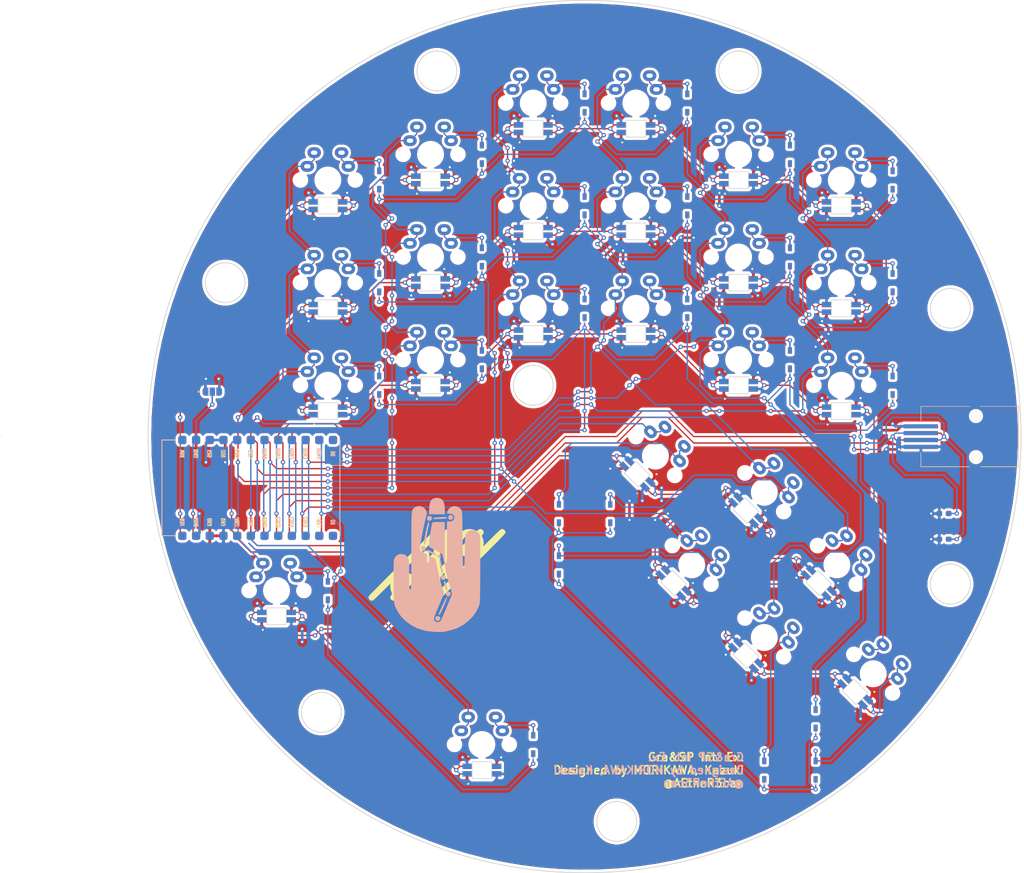
<source format=kicad_pcb>
(kicad_pcb (version 20171130) (host pcbnew "(5.1.9)-1")
  (layers (0 F.Cu signal) (31 B.Cu signal) (34 B.Paste user) (35 F.Paste user) (36 B.SilkS user) (37 F.SilkS user) (38 B.Mask user) (39 F.Mask user) (44 Edge.Cuts user))
  (net 0 "")
  (net 1 "Net-(D1-Pad2)")
  (net 2 Y0)
  (net 3 "Net-(D3-Pad2)")
  (net 4 "Net-(D5-Pad2)")
  (net 5 "Net-(D7-Pad2)")
  (net 6 "Net-(D10-Pad2)")
  (net 7 "Net-(D11-Pad2)")
  (net 8 "Net-(D13-Pad2)")
  (net 9 Y1)
  (net 10 "Net-(D15-Pad2)")
  (net 11 "Net-(D17-Pad2)")
  (net 12 "Net-(D19-Pad2)")
  (net 13 "Net-(D21-Pad2)")
  (net 14 "Net-(D23-Pad2)")
  (net 15 "Net-(D25-Pad2)")
  (net 16 Y2)
  (net 17 "Net-(D27-Pad2)")
  (net 18 "Net-(D29-Pad2)")
  (net 19 "Net-(D31-Pad2)")
  (net 20 "Net-(D33-Pad2)")
  (net 21 "Net-(D35-Pad2)")
  (net 22 "Net-(D37-Pad2)")
  (net 23 Y3)
  (net 24 "Net-(D39-Pad2)")
  (net 25 "Net-(D41-Pad2)")
  (net 26 "Net-(D43-Pad2)")
  (net 27 "Net-(D45-Pad2)")
  (net 28 "Net-(D47-Pad2)")
  (net 29 "Net-(D49-Pad2)")
  (net 30 Y4)
  (net 31 "Net-(D51-Pad2)")
  (net 32 VCC)
  (net 33 SDA)
  (net 34 SCL)
  (net 35 GND)
  (net 36 RX1)
  (net 37 "Net-(LED1-Pad2)")
  (net 38 LED_IN)
  (net 39 "Net-(LED2-Pad2)")
  (net 40 "Net-(LED10-Pad4)")
  (net 41 "Net-(LED10-Pad2)")
  (net 42 "Net-(LED11-Pad2)")
  (net 43 "Net-(LED12-Pad2)")
  (net 44 "Net-(LED13-Pad2)")
  (net 45 "Net-(LED14-Pad2)")
  (net 46 "Net-(LED15-Pad2)")
  (net 47 "Net-(LED16-Pad2)")
  (net 48 "Net-(LED17-Pad2)")
  (net 49 "Net-(LED18-Pad2)")
  (net 50 "Net-(LED19-Pad2)")
  (net 51 "Net-(LED20-Pad2)")
  (net 52 "Net-(LED21-Pad2)")
  (net 53 "Net-(LED22-Pad2)")
  (net 54 "Net-(LED23-Pad2)")
  (net 55 "Net-(LED24-Pad2)")
  (net 56 "Net-(LED25-Pad2)")
  (net 57 "Net-(LED29-Pad2)")
  (net 58 "Net-(LED30-Pad2)")
  (net 59 "Net-(LED31-Pad2)")
  (net 60 "Net-(LED32-Pad2)")
  (net 61 "Net-(LED33-Pad2)")
  (net 62 "Net-(LED34-Pad2)")
  (net 63 X0)
  (net 64 X1)
  (net 65 X2)
  (net 66 X3)
  (net 67 X4)
  (net 68 X5)
  (module "my library:grasp" (layer B.Cu) (at 77.39095 119.063 180)
    (fp_text reference G*** hide)
    (fp_text value LOGO hide)
  )
  (module "my library:aether" (layer F.Cu) (at 77.39095 119.063)
    (fp_text reference G*** hide)
    (fp_text value LOGO hide)
  )
  (module "my library:CherryMX_1u_r" (layer F.Cu) (at 152.4 85.725)
    (fp_text reference SW18 hide)
    (fp_text value SW_PUSH hide)
    (pad 1 thru_hole oval (at -2.54 -5.08) (size 2.5 2) (drill oval 1.2 0.8) (layers *.Cu) (net 68 X5))
    (pad 2 thru_hole oval (at 3.81 -2.54) (size 2.5 2) (drill oval 1.2 0.8) (layers *.Cu) (net 21 "Net-(D35-Pad2)"))
    (pad "" np_thru_hole circle (at 0 0 90) (size 4 4) (drill 4) (layers *.Cu *.Mask))
    (pad "" np_thru_hole circle (at -5.08 0 90) (size 1.9 1.9) (drill 1.9) (layers *.Cu *.Mask))
    (pad "" np_thru_hole circle (at 5.08 0 90) (size 1.9 1.9) (drill 1.9) (layers *.Cu *.Mask))
    (pad 2 thru_hole oval (at 2.54 -5.08) (size 2.5 2) (drill oval 1.2 0.8) (layers *.Cu) (net 21 "Net-(D35-Pad2)"))
    (pad 1 thru_hole oval (at -3.81 -2.54) (size 2.5 2) (drill oval 1.2 0.8) (layers *.Cu) (net 68 X5))
  )
  (module "my library:CherryMX_1u_r" (layer F.Cu) (at 47.625 123.825)
    (fp_text reference SW25 hide)
    (fp_text value SW_PUSH hide)
    (pad 1 thru_hole oval (at -2.54 -5.08) (size 2.5 2) (drill oval 1.2 0.8) (layers *.Cu) (net 63 X0))
    (pad 2 thru_hole oval (at 3.81 -2.54) (size 2.5 2) (drill oval 1.2 0.8) (layers *.Cu) (net 29 "Net-(D49-Pad2)"))
    (pad "" np_thru_hole circle (at 0 0 90) (size 4 4) (drill 4) (layers *.Cu *.Mask))
    (pad "" np_thru_hole circle (at -5.08 0 90) (size 1.9 1.9) (drill 1.9) (layers *.Cu *.Mask))
    (pad "" np_thru_hole circle (at 5.08 0 90) (size 1.9 1.9) (drill 1.9) (layers *.Cu *.Mask))
    (pad 2 thru_hole oval (at 2.54 -5.08) (size 2.5 2) (drill oval 1.2 0.8) (layers *.Cu) (net 29 "Net-(D49-Pad2)"))
    (pad 1 thru_hole oval (at -3.81 -2.54) (size 2.5 2) (drill oval 1.2 0.8) (layers *.Cu) (net 63 X0))
  )
  (module "my library:CherryMX_1u_r" (layer F.Cu) (at 133.35 42.8625)
    (fp_text reference SW5 hide)
    (fp_text value SW_PUSH hide)
    (pad 1 thru_hole oval (at -2.54 -5.08) (size 2.5 2) (drill oval 1.2 0.8) (layers *.Cu) (net 67 X4))
    (pad 2 thru_hole oval (at 3.81 -2.54) (size 2.5 2) (drill oval 1.2 0.8) (layers *.Cu) (net 6 "Net-(D10-Pad2)"))
    (pad "" np_thru_hole circle (at 0 0 90) (size 4 4) (drill 4) (layers *.Cu *.Mask))
    (pad "" np_thru_hole circle (at -5.08 0 90) (size 1.9 1.9) (drill 1.9) (layers *.Cu *.Mask))
    (pad "" np_thru_hole circle (at 5.08 0 90) (size 1.9 1.9) (drill 1.9) (layers *.Cu *.Mask))
    (pad 2 thru_hole oval (at 2.54 -5.08) (size 2.5 2) (drill oval 1.2 0.8) (layers *.Cu) (net 6 "Net-(D10-Pad2)"))
    (pad 1 thru_hole oval (at -3.81 -2.54) (size 2.5 2) (drill oval 1.2 0.8) (layers *.Cu) (net 67 X4))
  )
  (module "my library:CherryMX_1u_r" (layer F.Cu) (at 138.1125 105.592116 315)
    (fp_text reference SW20 hide)
    (fp_text value SW_PUSH hide)
    (pad 1 thru_hole oval (at -2.54 -5.08 315) (size 2.5 2) (drill oval 1.2 0.8) (layers *.Cu) (net 64 X1))
    (pad 2 thru_hole oval (at 3.81 -2.54 315) (size 2.5 2) (drill oval 1.2 0.8) (layers *.Cu) (net 24 "Net-(D39-Pad2)"))
    (pad "" np_thru_hole circle (at 0 0 45) (size 4 4) (drill 4) (layers *.Cu *.Mask))
    (pad "" np_thru_hole circle (at -5.08 0 45) (size 1.9 1.9) (drill 1.9) (layers *.Cu *.Mask))
    (pad "" np_thru_hole circle (at 5.08 0 45) (size 1.9 1.9) (drill 1.9) (layers *.Cu *.Mask))
    (pad 2 thru_hole oval (at 2.54 -5.08 315) (size 2.5 2) (drill oval 1.2 0.8) (layers *.Cu) (net 24 "Net-(D39-Pad2)"))
    (pad 1 thru_hole oval (at -3.81 -2.54 315) (size 2.5 2) (drill oval 1.2 0.8) (layers *.Cu) (net 64 X1))
  )
  (module "my library:CherryMX_1u_r" (layer F.Cu) (at 152.4 47.625)
    (fp_text reference SW6 hide)
    (fp_text value SW_PUSH hide)
    (pad 1 thru_hole oval (at -2.54 -5.08) (size 2.5 2) (drill oval 1.2 0.8) (layers *.Cu) (net 68 X5))
    (pad 2 thru_hole oval (at 3.81 -2.54) (size 2.5 2) (drill oval 1.2 0.8) (layers *.Cu) (net 7 "Net-(D11-Pad2)"))
    (pad "" np_thru_hole circle (at 0 0 90) (size 4 4) (drill 4) (layers *.Cu *.Mask))
    (pad "" np_thru_hole circle (at -5.08 0 90) (size 1.9 1.9) (drill 1.9) (layers *.Cu *.Mask))
    (pad "" np_thru_hole circle (at 5.08 0 90) (size 1.9 1.9) (drill 1.9) (layers *.Cu *.Mask))
    (pad 2 thru_hole oval (at 2.54 -5.08) (size 2.5 2) (drill oval 1.2 0.8) (layers *.Cu) (net 7 "Net-(D11-Pad2)"))
    (pad 1 thru_hole oval (at -3.81 -2.54) (size 2.5 2) (drill oval 1.2 0.8) (layers *.Cu) (net 68 X5))
  )
  (module "my library:CherryMX_1u_r" (layer F.Cu) (at 133.35 80.9625)
    (fp_text reference SW17 hide)
    (fp_text value SW_PUSH hide)
    (pad 1 thru_hole oval (at -2.54 -5.08) (size 2.5 2) (drill oval 1.2 0.8) (layers *.Cu) (net 67 X4))
    (pad 2 thru_hole oval (at 3.81 -2.54) (size 2.5 2) (drill oval 1.2 0.8) (layers *.Cu) (net 20 "Net-(D33-Pad2)"))
    (pad "" np_thru_hole circle (at 0 0 90) (size 4 4) (drill 4) (layers *.Cu *.Mask))
    (pad "" np_thru_hole circle (at -5.08 0 90) (size 1.9 1.9) (drill 1.9) (layers *.Cu *.Mask))
    (pad "" np_thru_hole circle (at 5.08 0 90) (size 1.9 1.9) (drill 1.9) (layers *.Cu *.Mask))
    (pad 2 thru_hole oval (at 2.54 -5.08) (size 2.5 2) (drill oval 1.2 0.8) (layers *.Cu) (net 20 "Net-(D33-Pad2)"))
    (pad 1 thru_hole oval (at -3.81 -2.54) (size 2.5 2) (drill oval 1.2 0.8) (layers *.Cu) (net 67 X4))
  )
  (module "my library:CherryMX_1u_r" (layer F.Cu) (at 95.25 52.3875)
    (fp_text reference SW9 hide)
    (fp_text value SW_PUSH hide)
    (pad 1 thru_hole oval (at -2.54 -5.08) (size 2.5 2) (drill oval 1.2 0.8) (layers *.Cu) (net 65 X2))
    (pad 2 thru_hole oval (at 3.81 -2.54) (size 2.5 2) (drill oval 1.2 0.8) (layers *.Cu) (net 11 "Net-(D17-Pad2)"))
    (pad "" np_thru_hole circle (at 0 0 90) (size 4 4) (drill 4) (layers *.Cu *.Mask))
    (pad "" np_thru_hole circle (at -5.08 0 90) (size 1.9 1.9) (drill 1.9) (layers *.Cu *.Mask))
    (pad "" np_thru_hole circle (at 5.08 0 90) (size 1.9 1.9) (drill 1.9) (layers *.Cu *.Mask))
    (pad 2 thru_hole oval (at 2.54 -5.08) (size 2.5 2) (drill oval 1.2 0.8) (layers *.Cu) (net 11 "Net-(D17-Pad2)"))
    (pad 1 thru_hole oval (at -3.81 -2.54) (size 2.5 2) (drill oval 1.2 0.8) (layers *.Cu) (net 65 X2))
  )
  (module "my library:CherryMX_1u_r" (layer F.Cu) (at 133.35 61.9125)
    (fp_text reference SW11 hide)
    (fp_text value SW_PUSH hide)
    (pad 1 thru_hole oval (at -2.54 -5.08) (size 2.5 2) (drill oval 1.2 0.8) (layers *.Cu) (net 67 X4))
    (pad 2 thru_hole oval (at 3.81 -2.54) (size 2.5 2) (drill oval 1.2 0.8) (layers *.Cu) (net 13 "Net-(D21-Pad2)"))
    (pad "" np_thru_hole circle (at 0 0 90) (size 4 4) (drill 4) (layers *.Cu *.Mask))
    (pad "" np_thru_hole circle (at -5.08 0 90) (size 1.9 1.9) (drill 1.9) (layers *.Cu *.Mask))
    (pad "" np_thru_hole circle (at 5.08 0 90) (size 1.9 1.9) (drill 1.9) (layers *.Cu *.Mask))
    (pad 2 thru_hole oval (at 2.54 -5.08) (size 2.5 2) (drill oval 1.2 0.8) (layers *.Cu) (net 13 "Net-(D21-Pad2)"))
    (pad 1 thru_hole oval (at -3.81 -2.54) (size 2.5 2) (drill oval 1.2 0.8) (layers *.Cu) (net 67 X4))
  )
  (module "my library:CherryMX_1u_r" (layer F.Cu) (at 76.2 80.9625)
    (fp_text reference SW14 hide)
    (fp_text value SW_PUSH hide)
    (pad 1 thru_hole oval (at -2.54 -5.08) (size 2.5 2) (drill oval 1.2 0.8) (layers *.Cu) (net 64 X1))
    (pad 2 thru_hole oval (at 3.81 -2.54) (size 2.5 2) (drill oval 1.2 0.8) (layers *.Cu) (net 17 "Net-(D27-Pad2)"))
    (pad "" np_thru_hole circle (at 0 0 90) (size 4 4) (drill 4) (layers *.Cu *.Mask))
    (pad "" np_thru_hole circle (at -5.08 0 90) (size 1.9 1.9) (drill 1.9) (layers *.Cu *.Mask))
    (pad "" np_thru_hole circle (at 5.08 0 90) (size 1.9 1.9) (drill 1.9) (layers *.Cu *.Mask))
    (pad 2 thru_hole oval (at 2.54 -5.08) (size 2.5 2) (drill oval 1.2 0.8) (layers *.Cu) (net 17 "Net-(D27-Pad2)"))
    (pad 1 thru_hole oval (at -3.81 -2.54) (size 2.5 2) (drill oval 1.2 0.8) (layers *.Cu) (net 64 X1))
  )
  (module "my library:CherryMX_1u_r" (layer F.Cu) (at 57.15 66.675)
    (fp_text reference SW7 hide)
    (fp_text value SW_PUSH hide)
    (pad 1 thru_hole oval (at -2.54 -5.08) (size 2.5 2) (drill oval 1.2 0.8) (layers *.Cu) (net 63 X0))
    (pad 2 thru_hole oval (at 3.81 -2.54) (size 2.5 2) (drill oval 1.2 0.8) (layers *.Cu) (net 8 "Net-(D13-Pad2)"))
    (pad "" np_thru_hole circle (at 0 0 90) (size 4 4) (drill 4) (layers *.Cu *.Mask))
    (pad "" np_thru_hole circle (at -5.08 0 90) (size 1.9 1.9) (drill 1.9) (layers *.Cu *.Mask))
    (pad "" np_thru_hole circle (at 5.08 0 90) (size 1.9 1.9) (drill 1.9) (layers *.Cu *.Mask))
    (pad 2 thru_hole oval (at 2.54 -5.08) (size 2.5 2) (drill oval 1.2 0.8) (layers *.Cu) (net 8 "Net-(D13-Pad2)"))
    (pad 1 thru_hole oval (at -3.81 -2.54) (size 2.5 2) (drill oval 1.2 0.8) (layers *.Cu) (net 63 X0))
  )
  (module "my library:CherryMX_1u_r" (layer F.Cu) (at 95.25 71.4375)
    (fp_text reference SW15 hide)
    (fp_text value SW_PUSH hide)
    (pad 1 thru_hole oval (at -2.54 -5.08) (size 2.5 2) (drill oval 1.2 0.8) (layers *.Cu) (net 65 X2))
    (pad 2 thru_hole oval (at 3.81 -2.54) (size 2.5 2) (drill oval 1.2 0.8) (layers *.Cu) (net 18 "Net-(D29-Pad2)"))
    (pad "" np_thru_hole circle (at 0 0 90) (size 4 4) (drill 4) (layers *.Cu *.Mask))
    (pad "" np_thru_hole circle (at -5.08 0 90) (size 1.9 1.9) (drill 1.9) (layers *.Cu *.Mask))
    (pad "" np_thru_hole circle (at 5.08 0 90) (size 1.9 1.9) (drill 1.9) (layers *.Cu *.Mask))
    (pad 2 thru_hole oval (at 2.54 -5.08) (size 2.5 2) (drill oval 1.2 0.8) (layers *.Cu) (net 18 "Net-(D29-Pad2)"))
    (pad 1 thru_hole oval (at -3.81 -2.54) (size 2.5 2) (drill oval 1.2 0.8) (layers *.Cu) (net 65 X2))
  )
  (module "my library:4P4C_SMD_wo_hole" (layer B.Cu) (at 176.2125 95.25 270)
    (fp_text reference J2)
    (fp_text value 4P4C hide)
    (pad 4 smd rect (at 1.905 9.053 270) (size 0.76 6.35) (layers B.Cu B.Paste B.Mask) (net 32 VCC))
    (pad 3 smd rect (at 0.635 9.053 270) (size 0.76 6.35) (layers B.Cu B.Paste B.Mask) (net 33 SDA))
    (pad 2 smd rect (at -0.635 9.053 270) (size 0.76 6.35) (layers B.Cu B.Paste B.Mask) (net 34 SCL))
    (pad 1 smd rect (at -1.905 9.053 270) (size 0.76 6.35) (layers B.Cu B.Paste B.Mask) (net 35 GND))
  )
  (module "my library:CherryMX_1u_r" (layer F.Cu) (at 95.25 33.3375)
    (fp_text reference SW3 hide)
    (fp_text value SW_PUSH hide)
    (pad 1 thru_hole oval (at -2.54 -5.08) (size 2.5 2) (drill oval 1.2 0.8) (layers *.Cu) (net 65 X2))
    (pad 2 thru_hole oval (at 3.81 -2.54) (size 2.5 2) (drill oval 1.2 0.8) (layers *.Cu) (net 4 "Net-(D5-Pad2)"))
    (pad "" np_thru_hole circle (at 0 0 90) (size 4 4) (drill 4) (layers *.Cu *.Mask))
    (pad "" np_thru_hole circle (at -5.08 0 90) (size 1.9 1.9) (drill 1.9) (layers *.Cu *.Mask))
    (pad "" np_thru_hole circle (at 5.08 0 90) (size 1.9 1.9) (drill 1.9) (layers *.Cu *.Mask))
    (pad 2 thru_hole oval (at 2.54 -5.08) (size 2.5 2) (drill oval 1.2 0.8) (layers *.Cu) (net 4 "Net-(D5-Pad2)"))
    (pad 1 thru_hole oval (at -3.81 -2.54) (size 2.5 2) (drill oval 1.2 0.8) (layers *.Cu) (net 65 X2))
  )
  (module "my library:CherryMX_1u_r" (layer F.Cu) (at 114.3 71.4375)
    (fp_text reference SW16 hide)
    (fp_text value SW_PUSH hide)
    (pad 1 thru_hole oval (at -2.54 -5.08) (size 2.5 2) (drill oval 1.2 0.8) (layers *.Cu) (net 66 X3))
    (pad 2 thru_hole oval (at 3.81 -2.54) (size 2.5 2) (drill oval 1.2 0.8) (layers *.Cu) (net 19 "Net-(D31-Pad2)"))
    (pad "" np_thru_hole circle (at 0 0 90) (size 4 4) (drill 4) (layers *.Cu *.Mask))
    (pad "" np_thru_hole circle (at -5.08 0 90) (size 1.9 1.9) (drill 1.9) (layers *.Cu *.Mask))
    (pad "" np_thru_hole circle (at 5.08 0 90) (size 1.9 1.9) (drill 1.9) (layers *.Cu *.Mask))
    (pad 2 thru_hole oval (at 2.54 -5.08) (size 2.5 2) (drill oval 1.2 0.8) (layers *.Cu) (net 19 "Net-(D31-Pad2)"))
    (pad 1 thru_hole oval (at -3.81 -2.54) (size 2.5 2) (drill oval 1.2 0.8) (layers *.Cu) (net 66 X3))
  )
  (module "my library:CherryMX_1u_r" (layer F.Cu) (at 138.1125 132.532884 315)
    (fp_text reference SW23 hide)
    (fp_text value SW_PUSH hide)
    (pad 1 thru_hole oval (at -2.54 -5.08 315) (size 2.5 2) (drill oval 1.2 0.8) (layers *.Cu) (net 67 X4))
    (pad 2 thru_hole oval (at 3.81 -2.54 315) (size 2.5 2) (drill oval 1.2 0.8) (layers *.Cu) (net 27 "Net-(D45-Pad2)"))
    (pad "" np_thru_hole circle (at 0 0 45) (size 4 4) (drill 4) (layers *.Cu *.Mask))
    (pad "" np_thru_hole circle (at -5.08 0 45) (size 1.9 1.9) (drill 1.9) (layers *.Cu *.Mask))
    (pad "" np_thru_hole circle (at 5.08 0 45) (size 1.9 1.9) (drill 1.9) (layers *.Cu *.Mask))
    (pad 2 thru_hole oval (at 2.54 -5.08 315) (size 2.5 2) (drill oval 1.2 0.8) (layers *.Cu) (net 27 "Net-(D45-Pad2)"))
    (pad 1 thru_hole oval (at -3.81 -2.54 315) (size 2.5 2) (drill oval 1.2 0.8) (layers *.Cu) (net 67 X4))
  )
  (module "my library:CherryMX_1u_r" (layer F.Cu) (at 57.15 85.725)
    (fp_text reference SW13 hide)
    (fp_text value SW_PUSH hide)
    (pad 1 thru_hole oval (at -2.54 -5.08) (size 2.5 2) (drill oval 1.2 0.8) (layers *.Cu) (net 63 X0))
    (pad 2 thru_hole oval (at 3.81 -2.54) (size 2.5 2) (drill oval 1.2 0.8) (layers *.Cu) (net 15 "Net-(D25-Pad2)"))
    (pad "" np_thru_hole circle (at 0 0 90) (size 4 4) (drill 4) (layers *.Cu *.Mask))
    (pad "" np_thru_hole circle (at -5.08 0 90) (size 1.9 1.9) (drill 1.9) (layers *.Cu *.Mask))
    (pad "" np_thru_hole circle (at 5.08 0 90) (size 1.9 1.9) (drill 1.9) (layers *.Cu *.Mask))
    (pad 2 thru_hole oval (at 2.54 -5.08) (size 2.5 2) (drill oval 1.2 0.8) (layers *.Cu) (net 15 "Net-(D25-Pad2)"))
    (pad 1 thru_hole oval (at -3.81 -2.54) (size 2.5 2) (drill oval 1.2 0.8) (layers *.Cu) (net 63 X0))
  )
  (module "my library:R" (layer B.Cu) (at 171.45 109.5375)
    (fp_text reference R3)
    (fp_text value R)
    (pad 2 smd roundrect (at 0.875 0) (size 1.05 0.95) (layers B.Cu B.Paste B.Mask) (net 34 SCL))
    (pad 1 smd roundrect (at -0.875 0) (size 1.05 0.95) (layers B.Cu B.Paste B.Mask) (net 32 VCC))
  )
  (module "my library:CherryMX_1u_r" (layer F.Cu) (at 57.15 47.625)
    (fp_text reference SW1 hide)
    (fp_text value SW_PUSH hide)
    (pad 1 thru_hole oval (at -2.54 -5.08) (size 2.5 2) (drill oval 1.2 0.8) (layers *.Cu) (net 63 X0))
    (pad 2 thru_hole oval (at 3.81 -2.54) (size 2.5 2) (drill oval 1.2 0.8) (layers *.Cu) (net 1 "Net-(D1-Pad2)"))
    (pad "" np_thru_hole circle (at 0 0 90) (size 4 4) (drill 4) (layers *.Cu *.Mask))
    (pad "" np_thru_hole circle (at -5.08 0 90) (size 1.9 1.9) (drill 1.9) (layers *.Cu *.Mask))
    (pad "" np_thru_hole circle (at 5.08 0 90) (size 1.9 1.9) (drill 1.9) (layers *.Cu *.Mask))
    (pad 2 thru_hole oval (at 2.54 -5.08) (size 2.5 2) (drill oval 1.2 0.8) (layers *.Cu) (net 1 "Net-(D1-Pad2)"))
    (pad 1 thru_hole oval (at -3.81 -2.54) (size 2.5 2) (drill oval 1.2 0.8) (layers *.Cu) (net 63 X0))
  )
  (module "my library:CherryMX_1u_r" (layer F.Cu) (at 76.2 42.8625)
    (fp_text reference SW2 hide)
    (fp_text value SW_PUSH hide)
    (pad 1 thru_hole oval (at -2.54 -5.08) (size 2.5 2) (drill oval 1.2 0.8) (layers *.Cu) (net 64 X1))
    (pad 2 thru_hole oval (at 3.81 -2.54) (size 2.5 2) (drill oval 1.2 0.8) (layers *.Cu) (net 3 "Net-(D3-Pad2)"))
    (pad "" np_thru_hole circle (at 0 0 90) (size 4 4) (drill 4) (layers *.Cu *.Mask))
    (pad "" np_thru_hole circle (at -5.08 0 90) (size 1.9 1.9) (drill 1.9) (layers *.Cu *.Mask))
    (pad "" np_thru_hole circle (at 5.08 0 90) (size 1.9 1.9) (drill 1.9) (layers *.Cu *.Mask))
    (pad 2 thru_hole oval (at 2.54 -5.08) (size 2.5 2) (drill oval 1.2 0.8) (layers *.Cu) (net 3 "Net-(D3-Pad2)"))
    (pad 1 thru_hole oval (at -3.81 -2.54) (size 2.5 2) (drill oval 1.2 0.8) (layers *.Cu) (net 64 X1))
  )
  (module "my library:CherryMX_1u_r" (layer F.Cu) (at 114.3 33.3375)
    (fp_text reference SW4 hide)
    (fp_text value SW_PUSH hide)
    (pad 1 thru_hole oval (at -2.54 -5.08) (size 2.5 2) (drill oval 1.2 0.8) (layers *.Cu) (net 66 X3))
    (pad 2 thru_hole oval (at 3.81 -2.54) (size 2.5 2) (drill oval 1.2 0.8) (layers *.Cu) (net 5 "Net-(D7-Pad2)"))
    (pad "" np_thru_hole circle (at 0 0 90) (size 4 4) (drill 4) (layers *.Cu *.Mask))
    (pad "" np_thru_hole circle (at -5.08 0 90) (size 1.9 1.9) (drill 1.9) (layers *.Cu *.Mask))
    (pad "" np_thru_hole circle (at 5.08 0 90) (size 1.9 1.9) (drill 1.9) (layers *.Cu *.Mask))
    (pad 2 thru_hole oval (at 2.54 -5.08) (size 2.5 2) (drill oval 1.2 0.8) (layers *.Cu) (net 5 "Net-(D7-Pad2)"))
    (pad 1 thru_hole oval (at -3.81 -2.54) (size 2.5 2) (drill oval 1.2 0.8) (layers *.Cu) (net 66 X3))
  )
  (module "my library:CherryMX_1u_r" (layer F.Cu) (at 124.642116 119.0625 315)
    (fp_text reference SW21 hide)
    (fp_text value SW_PUSH hide)
    (pad 1 thru_hole oval (at -2.54 -5.08 315) (size 2.5 2) (drill oval 1.2 0.8) (layers *.Cu) (net 65 X2))
    (pad 2 thru_hole oval (at 3.81 -2.54 315) (size 2.5 2) (drill oval 1.2 0.8) (layers *.Cu) (net 25 "Net-(D41-Pad2)"))
    (pad "" np_thru_hole circle (at 0 0 45) (size 4 4) (drill 4) (layers *.Cu *.Mask))
    (pad "" np_thru_hole circle (at -5.08 0 45) (size 1.9 1.9) (drill 1.9) (layers *.Cu *.Mask))
    (pad "" np_thru_hole circle (at 5.08 0 45) (size 1.9 1.9) (drill 1.9) (layers *.Cu *.Mask))
    (pad 2 thru_hole oval (at 2.54 -5.08 315) (size 2.5 2) (drill oval 1.2 0.8) (layers *.Cu) (net 25 "Net-(D41-Pad2)"))
    (pad 1 thru_hole oval (at -3.81 -2.54 315) (size 2.5 2) (drill oval 1.2 0.8) (layers *.Cu) (net 65 X2))
  )
  (module "my library:CherryMX_1u_r" (layer F.Cu) (at 114.3 52.3875)
    (fp_text reference SW10 hide)
    (fp_text value SW_PUSH hide)
    (pad 1 thru_hole oval (at -2.54 -5.08) (size 2.5 2) (drill oval 1.2 0.8) (layers *.Cu) (net 66 X3))
    (pad 2 thru_hole oval (at 3.81 -2.54) (size 2.5 2) (drill oval 1.2 0.8) (layers *.Cu) (net 12 "Net-(D19-Pad2)"))
    (pad "" np_thru_hole circle (at 0 0 90) (size 4 4) (drill 4) (layers *.Cu *.Mask))
    (pad "" np_thru_hole circle (at -5.08 0 90) (size 1.9 1.9) (drill 1.9) (layers *.Cu *.Mask))
    (pad "" np_thru_hole circle (at 5.08 0 90) (size 1.9 1.9) (drill 1.9) (layers *.Cu *.Mask))
    (pad 2 thru_hole oval (at 2.54 -5.08) (size 2.5 2) (drill oval 1.2 0.8) (layers *.Cu) (net 12 "Net-(D19-Pad2)"))
    (pad 1 thru_hole oval (at -3.81 -2.54) (size 2.5 2) (drill oval 1.2 0.8) (layers *.Cu) (net 66 X3))
  )
  (module "my library:CherryMX_1u_r" (layer F.Cu) (at 76.2 61.9125)
    (fp_text reference SW8 hide)
    (fp_text value SW_PUSH hide)
    (pad 1 thru_hole oval (at -2.54 -5.08) (size 2.5 2) (drill oval 1.2 0.8) (layers *.Cu) (net 64 X1))
    (pad 2 thru_hole oval (at 3.81 -2.54) (size 2.5 2) (drill oval 1.2 0.8) (layers *.Cu) (net 10 "Net-(D15-Pad2)"))
    (pad "" np_thru_hole circle (at 0 0 90) (size 4 4) (drill 4) (layers *.Cu *.Mask))
    (pad "" np_thru_hole circle (at -5.08 0 90) (size 1.9 1.9) (drill 1.9) (layers *.Cu *.Mask))
    (pad "" np_thru_hole circle (at 5.08 0 90) (size 1.9 1.9) (drill 1.9) (layers *.Cu *.Mask))
    (pad 2 thru_hole oval (at 2.54 -5.08) (size 2.5 2) (drill oval 1.2 0.8) (layers *.Cu) (net 10 "Net-(D15-Pad2)"))
    (pad 1 thru_hole oval (at -3.81 -2.54) (size 2.5 2) (drill oval 1.2 0.8) (layers *.Cu) (net 64 X1))
  )
  (module "my library:CherryMX_1u_r" (layer F.Cu) (at 151.582884 119.0625 315)
    (fp_text reference SW22 hide)
    (fp_text value SW_PUSH hide)
    (pad 1 thru_hole oval (at -2.54 -5.08 315) (size 2.5 2) (drill oval 1.2 0.8) (layers *.Cu) (net 66 X3))
    (pad 2 thru_hole oval (at 3.81 -2.54 315) (size 2.5 2) (drill oval 1.2 0.8) (layers *.Cu) (net 26 "Net-(D43-Pad2)"))
    (pad "" np_thru_hole circle (at 0 0 45) (size 4 4) (drill 4) (layers *.Cu *.Mask))
    (pad "" np_thru_hole circle (at -5.08 0 45) (size 1.9 1.9) (drill 1.9) (layers *.Cu *.Mask))
    (pad "" np_thru_hole circle (at 5.08 0 45) (size 1.9 1.9) (drill 1.9) (layers *.Cu *.Mask))
    (pad 2 thru_hole oval (at 2.54 -5.08 315) (size 2.5 2) (drill oval 1.2 0.8) (layers *.Cu) (net 26 "Net-(D43-Pad2)"))
    (pad 1 thru_hole oval (at -3.81 -2.54 315) (size 2.5 2) (drill oval 1.2 0.8) (layers *.Cu) (net 66 X3))
  )
  (module "my library:CherryMX_1u_r" (layer F.Cu) (at 85.725 152.4)
    (fp_text reference SW26 hide)
    (fp_text value SW_PUSH hide)
    (pad 1 thru_hole oval (at -2.54 -5.08) (size 2.5 2) (drill oval 1.2 0.8) (layers *.Cu) (net 64 X1))
    (pad 2 thru_hole oval (at 3.81 -2.54) (size 2.5 2) (drill oval 1.2 0.8) (layers *.Cu) (net 31 "Net-(D51-Pad2)"))
    (pad "" np_thru_hole circle (at 0 0 90) (size 4 4) (drill 4) (layers *.Cu *.Mask))
    (pad "" np_thru_hole circle (at -5.08 0 90) (size 1.9 1.9) (drill 1.9) (layers *.Cu *.Mask))
    (pad "" np_thru_hole circle (at 5.08 0 90) (size 1.9 1.9) (drill 1.9) (layers *.Cu *.Mask))
    (pad 2 thru_hole oval (at 2.54 -5.08) (size 2.5 2) (drill oval 1.2 0.8) (layers *.Cu) (net 31 "Net-(D51-Pad2)"))
    (pad 1 thru_hole oval (at -3.81 -2.54) (size 2.5 2) (drill oval 1.2 0.8) (layers *.Cu) (net 64 X1))
  )
  (module "my library:R" (layer F.Cu) (at 171.45 109.5375)
    (fp_text reference R1)
    (fp_text value R)
    (pad 2 smd roundrect (at 0.875 0) (size 1.05 0.95) (layers F.Cu F.Paste F.Mask) (net 34 SCL))
    (pad 1 smd roundrect (at -0.875 0) (size 1.05 0.95) (layers F.Cu F.Paste F.Mask) (net 32 VCC))
  )
  (module "my library:R" (layer F.Cu) (at 171.45 114.3)
    (fp_text reference R2)
    (fp_text value R)
    (pad 2 smd roundrect (at 0.875 0) (size 1.05 0.95) (layers F.Cu F.Paste F.Mask) (net 33 SDA))
    (pad 1 smd roundrect (at -0.875 0) (size 1.05 0.95) (layers F.Cu F.Paste F.Mask) (net 32 VCC))
  )
  (module "my library:Qwiic_ProMicro_SMD" (layer F.Cu) (at 42.8625 104.775 90)
    (fp_text reference U1 hide)
    (fp_text value "Qwiic Pro Micro")
    (fp_text user ROW1 (at -6.35 5.08 90) (layer F.SilkS) (effects (font (size 0.75 0.5) (thickness 0.125))))
    (fp_text user COL4 (at 6.35 7.62 90) (layer F.SilkS) (effects (font (size 0.75 0.5) (thickness 0.125))))
    (fp_text user ROW2 (at -6.35 7.62 90) (layer F.SilkS) (effects (font (size 0.75 0.5) (thickness 0.125))))
    (fp_text user COL5 (at 6.35 10.16 90) (layer F.SilkS) (effects (font (size 0.75 0.5) (thickness 0.125))))
    (fp_text user ROW3 (at -6.35 10.16 90) (layer F.SilkS) (effects (font (size 0.75 0.5) (thickness 0.125))))
    (fp_text user B2 (at 6.35 12.7 90) (layer F.SilkS) (effects (font (size 0.75 0.5) (thickness 0.125))))
    (fp_text user ROW4 (at -6.35 12.7 90) (layer F.SilkS) (effects (font (size 0.75 0.5) (thickness 0.125))))
    (fp_text user B5 (at -6.35 15.24 90) (layer F.SilkS) (effects (font (size 0.75 0.5) (thickness 0.125))))
    (fp_text user B6 (at 6.35 15.24 90) (layer F.SilkS) (effects (font (size 0.75 0.5) (thickness 0.125))))
    (fp_text user COL0 (at 6.35 -2.54 90) (layer F.SilkS) (effects (font (size 0.75 0.5) (thickness 0.125))))
    (fp_text user SDA (at -6.35 -2.54 90) (layer F.SilkS) (effects (font (size 0.75 0.5) (thickness 0.125))))
    (fp_text user COL1 (at 6.35 0 90) (layer F.SilkS) (effects (font (size 0.75 0.5) (thickness 0.125))))
    (fp_text user SCL (at -6.35 0 90) (layer F.SilkS) (effects (font (size 0.75 0.5) (thickness 0.125))))
    (fp_text user COL2 (at 6.35 2.54 90) (layer F.SilkS) (effects (font (size 0.75 0.5) (thickness 0.125))))
    (fp_text user ROW0 (at -6.35 2.54 90) (layer F.SilkS) (effects (font (size 0.75 0.5) (thickness 0.125))))
    (fp_text user COL3 (at 6.35 5.08 90) (layer F.SilkS) (effects (font (size 0.75 0.5) (thickness 0.125))))
    (fp_text user GND (at -6.35 -5.08 90) (layer F.SilkS) (effects (font (size 0.75 0.5) (thickness 0.125))))
    (fp_text user VCC (at 6.35 -5.08 90) (layer F.SilkS) (effects (font (size 0.75 0.5) (thickness 0.125))))
    (fp_text user GND (at -6.35 -7.62 90) (layer F.SilkS) (effects (font (size 0.75 0.5) (thickness 0.125))))
    (fp_text user RST (at 6.35 -7.62 90) (layer F.SilkS) (effects (font (size 0.75 0.5) (thickness 0.125))))
    (fp_text user DATA (at -6.35 -10.16 90) (layer F.SilkS) (effects (font (size 0.75 0.5) (thickness 0.125))))
    (fp_text user GND (at 6.35 -10.16 90) (layer F.SilkS) (effects (font (size 0.75 0.5) (thickness 0.125))))
    (fp_text user LED (at -6.35 -12.7 90) (layer F.SilkS) (effects (font (size 0.75 0.5) (thickness 0.125))))
    (fp_text user RAW (at 6.35 -12.7 90) (layer F.SilkS) (effects (font (size 0.75 0.5) (thickness 0.125))))
    (fp_text user "" (at -1.2065 -13.716 90) (layer B.SilkS) (effects (justify mirror)))
    (fp_text user "" (at -0.5 -14.71 90) (layer F.SilkS))
    (pad 24 smd roundrect (at 8.89 -12.7 90) (size 1.524 1.524) (layers F.Cu F.Paste F.Mask))
    (pad 23 smd roundrect (at 8.89 -10.16 90) (size 1.524 1.524) (layers F.Cu F.Paste F.Mask) (net 35 GND))
    (pad 22 smd roundrect (at 8.89 -7.62 90) (size 1.524 1.524) (layers F.Cu F.Paste F.Mask))
    (pad 21 smd roundrect (at 8.89 -5.08 90) (size 1.524 1.524) (layers F.Cu F.Paste F.Mask) (net 32 VCC))
    (pad 20 smd roundrect (at 8.89 -2.54 90) (size 1.524 1.524) (layers F.Cu F.Paste F.Mask) (net 63 X0))
    (pad 19 smd roundrect (at 8.89 0 90) (size 1.524 1.524) (layers F.Cu F.Paste F.Mask) (net 64 X1))
    (pad 18 smd roundrect (at 8.89 2.54 90) (size 1.524 1.524) (layers F.Cu F.Paste F.Mask) (net 65 X2))
    (pad 17 smd roundrect (at 8.89 5.08 90) (size 1.524 1.524) (layers F.Cu F.Paste F.Mask) (net 66 X3))
    (pad 16 smd roundrect (at 8.89 7.62 90) (size 1.524 1.524) (layers F.Cu F.Paste F.Mask) (net 67 X4))
    (pad 15 smd roundrect (at 8.89 10.16 90) (size 1.524 1.524) (layers F.Cu F.Paste F.Mask) (net 68 X5))
    (pad 14 smd roundrect (at 8.89 12.7 90) (size 1.524 1.524) (layers F.Cu F.Paste F.Mask))
    (pad 13 smd roundrect (at 8.89 15.24 90) (size 1.524 1.524) (layers F.Cu F.Paste F.Mask))
    (pad 12 smd roundrect (at -8.89 15.24 90) (size 1.524 1.524) (layers F.Cu F.Paste F.Mask))
    (pad 11 smd roundrect (at -8.89 12.7 90) (size 1.524 1.524) (layers F.Cu F.Paste F.Mask) (net 30 Y4))
    (pad 10 smd roundrect (at -8.89 10.16 90) (size 1.524 1.524) (layers F.Cu F.Paste F.Mask) (net 23 Y3))
    (pad 9 smd roundrect (at -8.89 7.62 90) (size 1.524 1.524) (layers F.Cu F.Paste F.Mask) (net 16 Y2))
    (pad 8 smd roundrect (at -8.89 5.08 90) (size 1.524 1.524) (layers F.Cu F.Paste F.Mask) (net 9 Y1))
    (pad 7 smd roundrect (at -8.89 2.54 90) (size 1.524 1.524) (layers F.Cu F.Paste F.Mask) (net 2 Y0))
    (pad 6 smd roundrect (at -8.89 0 90) (size 1.524 1.524) (layers F.Cu F.Paste F.Mask) (net 34 SCL))
    (pad 5 smd roundrect (at -8.89 -2.54 90) (size 1.524 1.524) (layers F.Cu F.Paste F.Mask) (net 33 SDA))
    (pad 4 smd roundrect (at -8.89 -5.08 90) (size 1.524 1.524) (layers F.Cu F.Paste F.Mask) (net 35 GND))
    (pad 3 smd roundrect (at -8.89 -7.62 90) (size 1.524 1.524) (layers F.Cu F.Paste F.Mask) (net 35 GND))
    (pad 2 smd roundrect (at -8.89 -10.16 90) (size 1.524 1.524) (layers F.Cu F.Paste F.Mask) (net 36 RX1))
    (pad 1 smd roundrect (at -8.89 -12.7 90) (size 1.524 1.524) (layers F.Cu F.Paste F.Mask) (net 38 LED_IN))
  )
  (module "my library:CherryMX_1u_r" (layer F.Cu) (at 117.906924 98.856924 315)
    (fp_text reference SW19 hide)
    (fp_text value SW_PUSH hide)
    (pad 1 thru_hole oval (at -2.54 -5.08 315) (size 2.5 2) (drill oval 1.2 0.8) (layers *.Cu) (net 63 X0))
    (pad 2 thru_hole oval (at 3.81 -2.54 315) (size 2.5 2) (drill oval 1.2 0.8) (layers *.Cu) (net 22 "Net-(D37-Pad2)"))
    (pad "" np_thru_hole circle (at 0 0 45) (size 4 4) (drill 4) (layers *.Cu *.Mask))
    (pad "" np_thru_hole circle (at -5.08 0 45) (size 1.9 1.9) (drill 1.9) (layers *.Cu *.Mask))
    (pad "" np_thru_hole circle (at 5.08 0 45) (size 1.9 1.9) (drill 1.9) (layers *.Cu *.Mask))
    (pad 2 thru_hole oval (at 2.54 -5.08 315) (size 2.5 2) (drill oval 1.2 0.8) (layers *.Cu) (net 22 "Net-(D37-Pad2)"))
    (pad 1 thru_hole oval (at -3.81 -2.54 315) (size 2.5 2) (drill oval 1.2 0.8) (layers *.Cu) (net 63 X0))
  )
  (module "my library:Qwiic_ProMicro_SMD" (layer B.Cu) (at 42.8625 104.775 270)
    (fp_text reference U2 hide)
    (fp_text value "Qwiic Pro Micro")
    (fp_text user ROW1 (at -6.35 -5.08 90) (layer B.SilkS) (effects (font (size 0.75 0.5) (thickness 0.125)) (justify mirror)))
    (fp_text user COL4 (at 6.35 -7.62 90) (layer B.SilkS) (effects (font (size 0.75 0.5) (thickness 0.125)) (justify mirror)))
    (fp_text user ROW2 (at -6.35 -7.62 90) (layer B.SilkS) (effects (font (size 0.75 0.5) (thickness 0.125)) (justify mirror)))
    (fp_text user COL5 (at 6.35 -10.16 90) (layer B.SilkS) (effects (font (size 0.75 0.5) (thickness 0.125)) (justify mirror)))
    (fp_text user ROW3 (at -6.35 -10.16 90) (layer B.SilkS) (effects (font (size 0.75 0.5) (thickness 0.125)) (justify mirror)))
    (fp_text user B2 (at 6.35 -12.7 90) (layer B.SilkS) (effects (font (size 0.75 0.5) (thickness 0.125)) (justify mirror)))
    (fp_text user ROW4 (at -6.35 -12.7 90) (layer B.SilkS) (effects (font (size 0.75 0.5) (thickness 0.125)) (justify mirror)))
    (fp_text user B5 (at -6.35 -15.24 90) (layer B.SilkS) (effects (font (size 0.75 0.5) (thickness 0.125)) (justify mirror)))
    (fp_text user B6 (at 6.35 -15.24 90) (layer B.SilkS) (effects (font (size 0.75 0.5) (thickness 0.125)) (justify mirror)))
    (fp_text user COL0 (at 6.35 2.54 90) (layer B.SilkS) (effects (font (size 0.75 0.5) (thickness 0.125)) (justify mirror)))
    (fp_text user SDA (at -6.35 2.54 90) (layer B.SilkS) (effects (font (size 0.75 0.5) (thickness 0.125)) (justify mirror)))
    (fp_text user COL1 (at 6.35 0 90) (layer B.SilkS) (effects (font (size 0.75 0.5) (thickness 0.125)) (justify mirror)))
    (fp_text user SCL (at -6.35 0 90) (layer B.SilkS) (effects (font (size 0.75 0.5) (thickness 0.125)) (justify mirror)))
    (fp_text user COL2 (at 6.35 -2.54 90) (layer B.SilkS) (effects (font (size 0.75 0.5) (thickness 0.125)) (justify mirror)))
    (fp_text user ROW0 (at -6.35 -2.54 90) (layer B.SilkS) (effects (font (size 0.75 0.5) (thickness 0.125)) (justify mirror)))
    (fp_text user COL3 (at 6.35 -5.08 90) (layer B.SilkS) (effects (font (size 0.75 0.5) (thickness 0.125)) (justify mirror)))
    (fp_text user GND (at -6.35 5.08 90) (layer B.SilkS) (effects (font (size 0.75 0.5) (thickness 0.125)) (justify mirror)))
    (fp_text user VCC (at 6.35 5.08 90) (layer B.SilkS) (effects (font (size 0.75 0.5) (thickness 0.125)) (justify mirror)))
    (fp_text user GND (at -6.35 7.62 90) (layer B.SilkS) (effects (font (size 0.75 0.5) (thickness 0.125)) (justify mirror)))
    (fp_text user RST (at 6.35 7.62 90) (layer B.SilkS) (effects (font (size 0.75 0.5) (thickness 0.125)) (justify mirror)))
    (fp_text user DATA (at -6.35 10.16 90) (layer B.SilkS) (effects (font (size 0.75 0.5) (thickness 0.125)) (justify mirror)))
    (fp_text user GND (at 6.35 10.16 90) (layer B.SilkS) (effects (font (size 0.75 0.5) (thickness 0.125)) (justify mirror)))
    (fp_text user LED (at -6.35 12.7 90) (layer B.SilkS) (effects (font (size 0.75 0.5) (thickness 0.125)) (justify mirror)))
    (fp_text user RAW (at 6.35 12.7 90) (layer B.SilkS) (effects (font (size 0.75 0.5) (thickness 0.125)) (justify mirror)))
    (fp_text user "" (at -1.2065 13.716 90) (layer F.SilkS))
    (fp_text user "" (at -0.5 14.71 90) (layer B.SilkS) (effects (justify mirror)))
    (pad 24 smd roundrect (at 8.89 12.7 270) (size 1.524 1.524) (layers B.Cu B.Paste B.Mask))
    (pad 23 smd roundrect (at 8.89 10.16 270) (size 1.524 1.524) (layers B.Cu B.Paste B.Mask) (net 35 GND))
    (pad 22 smd roundrect (at 8.89 7.62 270) (size 1.524 1.524) (layers B.Cu B.Paste B.Mask))
    (pad 21 smd roundrect (at 8.89 5.08 270) (size 1.524 1.524) (layers B.Cu B.Paste B.Mask) (net 32 VCC))
    (pad 20 smd roundrect (at 8.89 2.54 270) (size 1.524 1.524) (layers B.Cu B.Paste B.Mask) (net 63 X0))
    (pad 19 smd roundrect (at 8.89 0 270) (size 1.524 1.524) (layers B.Cu B.Paste B.Mask) (net 64 X1))
    (pad 18 smd roundrect (at 8.89 -2.54 270) (size 1.524 1.524) (layers B.Cu B.Paste B.Mask) (net 65 X2))
    (pad 17 smd roundrect (at 8.89 -5.08 270) (size 1.524 1.524) (layers B.Cu B.Paste B.Mask) (net 66 X3))
    (pad 16 smd roundrect (at 8.89 -7.62 270) (size 1.524 1.524) (layers B.Cu B.Paste B.Mask) (net 67 X4))
    (pad 15 smd roundrect (at 8.89 -10.16 270) (size 1.524 1.524) (layers B.Cu B.Paste B.Mask) (net 68 X5))
    (pad 14 smd roundrect (at 8.89 -12.7 270) (size 1.524 1.524) (layers B.Cu B.Paste B.Mask))
    (pad 13 smd roundrect (at 8.89 -15.24 270) (size 1.524 1.524) (layers B.Cu B.Paste B.Mask))
    (pad 12 smd roundrect (at -8.89 -15.24 270) (size 1.524 1.524) (layers B.Cu B.Paste B.Mask))
    (pad 11 smd roundrect (at -8.89 -12.7 270) (size 1.524 1.524) (layers B.Cu B.Paste B.Mask) (net 30 Y4))
    (pad 10 smd roundrect (at -8.89 -10.16 270) (size 1.524 1.524) (layers B.Cu B.Paste B.Mask) (net 23 Y3))
    (pad 9 smd roundrect (at -8.89 -7.62 270) (size 1.524 1.524) (layers B.Cu B.Paste B.Mask) (net 16 Y2))
    (pad 8 smd roundrect (at -8.89 -5.08 270) (size 1.524 1.524) (layers B.Cu B.Paste B.Mask) (net 9 Y1))
    (pad 7 smd roundrect (at -8.89 -2.54 270) (size 1.524 1.524) (layers B.Cu B.Paste B.Mask) (net 2 Y0))
    (pad 6 smd roundrect (at -8.89 0 270) (size 1.524 1.524) (layers B.Cu B.Paste B.Mask) (net 34 SCL))
    (pad 5 smd roundrect (at -8.89 2.54 270) (size 1.524 1.524) (layers B.Cu B.Paste B.Mask) (net 33 SDA))
    (pad 4 smd roundrect (at -8.89 5.08 270) (size 1.524 1.524) (layers B.Cu B.Paste B.Mask) (net 35 GND))
    (pad 3 smd roundrect (at -8.89 7.62 270) (size 1.524 1.524) (layers B.Cu B.Paste B.Mask) (net 35 GND))
    (pad 2 smd roundrect (at -8.89 10.16 270) (size 1.524 1.524) (layers B.Cu B.Paste B.Mask) (net 36 RX1))
    (pad 1 smd roundrect (at -8.89 12.7 270) (size 1.524 1.524) (layers B.Cu B.Paste B.Mask) (net 38 LED_IN))
  )
  (module "my library:CherryMX_1u_r" (layer F.Cu) (at 152.4 66.675)
    (fp_text reference SW12 hide)
    (fp_text value SW_PUSH hide)
    (pad 1 thru_hole oval (at -2.54 -5.08) (size 2.5 2) (drill oval 1.2 0.8) (layers *.Cu) (net 68 X5))
    (pad 2 thru_hole oval (at 3.81 -2.54) (size 2.5 2) (drill oval 1.2 0.8) (layers *.Cu) (net 14 "Net-(D23-Pad2)"))
    (pad "" np_thru_hole circle (at 0 0 90) (size 4 4) (drill 4) (layers *.Cu *.Mask))
    (pad "" np_thru_hole circle (at -5.08 0 90) (size 1.9 1.9) (drill 1.9) (layers *.Cu *.Mask))
    (pad "" np_thru_hole circle (at 5.08 0 90) (size 1.9 1.9) (drill 1.9) (layers *.Cu *.Mask))
    (pad 2 thru_hole oval (at 2.54 -5.08) (size 2.5 2) (drill oval 1.2 0.8) (layers *.Cu) (net 14 "Net-(D23-Pad2)"))
    (pad 1 thru_hole oval (at -3.81 -2.54) (size 2.5 2) (drill oval 1.2 0.8) (layers *.Cu) (net 68 X5))
  )
  (module "my library:R" (layer B.Cu) (at 171.45 114.3)
    (fp_text reference R4)
    (fp_text value R)
    (pad 2 smd roundrect (at 0.875 0) (size 1.05 0.95) (layers B.Cu B.Paste B.Mask) (net 33 SDA))
    (pad 1 smd roundrect (at -0.875 0) (size 1.05 0.95) (layers B.Cu B.Paste B.Mask) (net 32 VCC))
  )
  (module "my library:CherryMX_1u_r" (layer F.Cu) (at 158.318076 139.268076 315)
    (fp_text reference SW24 hide)
    (fp_text value SW_PUSH hide)
    (pad 1 thru_hole oval (at -2.54 -5.08 315) (size 2.5 2) (drill oval 1.2 0.8) (layers *.Cu) (net 68 X5))
    (pad 2 thru_hole oval (at 3.81 -2.54 315) (size 2.5 2) (drill oval 1.2 0.8) (layers *.Cu) (net 28 "Net-(D47-Pad2)"))
    (pad "" np_thru_hole circle (at 0 0 45) (size 4 4) (drill 4) (layers *.Cu *.Mask))
    (pad "" np_thru_hole circle (at -5.08 0 45) (size 1.9 1.9) (drill 1.9) (layers *.Cu *.Mask))
    (pad "" np_thru_hole circle (at 5.08 0 45) (size 1.9 1.9) (drill 1.9) (layers *.Cu *.Mask))
    (pad 2 thru_hole oval (at 2.54 -5.08 315) (size 2.5 2) (drill oval 1.2 0.8) (layers *.Cu) (net 28 "Net-(D47-Pad2)"))
    (pad 1 thru_hole oval (at -3.81 -2.54 315) (size 2.5 2) (drill oval 1.2 0.8) (layers *.Cu) (net 68 X5))
  )
  (module "my library:D" (layer F.Cu) (at 104.775 33.3375 90)
    (fp_text reference D5)
    (fp_text value D hide)
    (pad 2 smd rect (at 1.7 0 180) (size 0.75 1.2) (layers F.Cu F.Paste F.Mask) (net 4 "Net-(D5-Pad2)"))
    (pad 1 smd rect (at -1.7 0 180) (size 0.75 1.2) (layers F.Cu F.Paste F.Mask) (net 2 Y0))
  )
  (module "my library:D" (layer B.Cu) (at 161.925 47.625 90)
    (fp_text reference D12)
    (fp_text value D hide)
    (pad 2 smd rect (at 1.7 0) (size 0.75 1.2) (layers B.Cu B.Paste B.Mask) (net 7 "Net-(D11-Pad2)"))
    (pad 1 smd rect (at -1.7 0) (size 0.75 1.2) (layers B.Cu B.Paste B.Mask) (net 2 Y0))
  )
  (module "my library:D" (layer F.Cu) (at 85.725 42.8625 90)
    (fp_text reference D3)
    (fp_text value D hide)
    (pad 2 smd rect (at 1.7 0 180) (size 0.75 1.2) (layers F.Cu F.Paste F.Mask) (net 3 "Net-(D3-Pad2)"))
    (pad 1 smd rect (at -1.7 0 180) (size 0.75 1.2) (layers F.Cu F.Paste F.Mask) (net 2 Y0))
  )
  (module "my library:D" (layer F.Cu) (at 66.675 47.625 90)
    (fp_text reference D1)
    (fp_text value D hide)
    (pad 2 smd rect (at 1.7 0 180) (size 0.75 1.2) (layers F.Cu F.Paste F.Mask) (net 1 "Net-(D1-Pad2)"))
    (pad 1 smd rect (at -1.7 0 180) (size 0.75 1.2) (layers F.Cu F.Paste F.Mask) (net 2 Y0))
  )
  (module "my library:D" (layer F.Cu) (at 123.825 33.3375 90)
    (fp_text reference D7)
    (fp_text value D hide)
    (pad 2 smd rect (at 1.7 0 180) (size 0.75 1.2) (layers F.Cu F.Paste F.Mask) (net 5 "Net-(D7-Pad2)"))
    (pad 1 smd rect (at -1.7 0 180) (size 0.75 1.2) (layers F.Cu F.Paste F.Mask) (net 2 Y0))
  )
  (module "my library:D" (layer B.Cu) (at 85.725 42.8625 90)
    (fp_text reference D4)
    (fp_text value D hide)
    (pad 2 smd rect (at 1.7 0) (size 0.75 1.2) (layers B.Cu B.Paste B.Mask) (net 3 "Net-(D3-Pad2)"))
    (pad 1 smd rect (at -1.7 0) (size 0.75 1.2) (layers B.Cu B.Paste B.Mask) (net 2 Y0))
  )
  (module "my library:D" (layer B.Cu) (at 104.775 71.4375 90)
    (fp_text reference D30)
    (fp_text value D hide)
    (pad 2 smd rect (at 1.7 0) (size 0.75 1.2) (layers B.Cu B.Paste B.Mask) (net 18 "Net-(D29-Pad2)"))
    (pad 1 smd rect (at -1.7 0) (size 0.75 1.2) (layers B.Cu B.Paste B.Mask) (net 16 Y2))
  )
  (module "my library:D" (layer F.Cu) (at 142.875 42.8625 90)
    (fp_text reference D9)
    (fp_text value D hide)
    (pad 2 smd rect (at 1.7 0 180) (size 0.75 1.2) (layers F.Cu F.Paste F.Mask) (net 6 "Net-(D10-Pad2)"))
    (pad 1 smd rect (at -1.7 0 180) (size 0.75 1.2) (layers F.Cu F.Paste F.Mask) (net 2 Y0))
  )
  (module "my library:D" (layer B.Cu) (at 142.875 42.8625 90)
    (fp_text reference D10)
    (fp_text value D hide)
    (pad 2 smd rect (at 1.7 0) (size 0.75 1.2) (layers B.Cu B.Paste B.Mask) (net 6 "Net-(D10-Pad2)"))
    (pad 1 smd rect (at -1.7 0) (size 0.75 1.2) (layers B.Cu B.Paste B.Mask) (net 2 Y0))
  )
  (module "my library:D" (layer F.Cu) (at 66.675 66.675 90)
    (fp_text reference D13)
    (fp_text value D hide)
    (pad 2 smd rect (at 1.7 0 180) (size 0.75 1.2) (layers F.Cu F.Paste F.Mask) (net 8 "Net-(D13-Pad2)"))
    (pad 1 smd rect (at -1.7 0 180) (size 0.75 1.2) (layers F.Cu F.Paste F.Mask) (net 9 Y1))
  )
  (module "my library:D" (layer F.Cu) (at 85.725 61.9125 90)
    (fp_text reference D15)
    (fp_text value D hide)
    (pad 2 smd rect (at 1.7 0 180) (size 0.75 1.2) (layers F.Cu F.Paste F.Mask) (net 10 "Net-(D15-Pad2)"))
    (pad 1 smd rect (at -1.7 0 180) (size 0.75 1.2) (layers F.Cu F.Paste F.Mask) (net 9 Y1))
  )
  (module "my library:D" (layer F.Cu) (at 104.775 52.3875 90)
    (fp_text reference D17)
    (fp_text value D hide)
    (pad 2 smd rect (at 1.7 0 180) (size 0.75 1.2) (layers F.Cu F.Paste F.Mask) (net 11 "Net-(D17-Pad2)"))
    (pad 1 smd rect (at -1.7 0 180) (size 0.75 1.2) (layers F.Cu F.Paste F.Mask) (net 9 Y1))
  )
  (module "my library:D" (layer B.Cu) (at 123.825 52.3875 90)
    (fp_text reference D20)
    (fp_text value D hide)
    (pad 2 smd rect (at 1.7 0) (size 0.75 1.2) (layers B.Cu B.Paste B.Mask) (net 12 "Net-(D19-Pad2)"))
    (pad 1 smd rect (at -1.7 0) (size 0.75 1.2) (layers B.Cu B.Paste B.Mask) (net 9 Y1))
  )
  (module "my library:D" (layer B.Cu) (at 85.725 61.9125 90)
    (fp_text reference D16)
    (fp_text value D hide)
    (pad 2 smd rect (at 1.7 0) (size 0.75 1.2) (layers B.Cu B.Paste B.Mask) (net 10 "Net-(D15-Pad2)"))
    (pad 1 smd rect (at -1.7 0) (size 0.75 1.2) (layers B.Cu B.Paste B.Mask) (net 9 Y1))
  )
  (module "my library:D" (layer B.Cu) (at 104.775 52.3875 90)
    (fp_text reference D18)
    (fp_text value D hide)
    (pad 2 smd rect (at 1.7 0) (size 0.75 1.2) (layers B.Cu B.Paste B.Mask) (net 11 "Net-(D17-Pad2)"))
    (pad 1 smd rect (at -1.7 0) (size 0.75 1.2) (layers B.Cu B.Paste B.Mask) (net 9 Y1))
  )
  (module "my library:D" (layer B.Cu) (at 104.775 33.3375 90)
    (fp_text reference D6)
    (fp_text value D hide)
    (pad 2 smd rect (at 1.7 0) (size 0.75 1.2) (layers B.Cu B.Paste B.Mask) (net 4 "Net-(D5-Pad2)"))
    (pad 1 smd rect (at -1.7 0) (size 0.75 1.2) (layers B.Cu B.Paste B.Mask) (net 2 Y0))
  )
  (module "my library:D" (layer F.Cu) (at 142.875 61.9125 90)
    (fp_text reference D21)
    (fp_text value D hide)
    (pad 2 smd rect (at 1.7 0 180) (size 0.75 1.2) (layers F.Cu F.Paste F.Mask) (net 13 "Net-(D21-Pad2)"))
    (pad 1 smd rect (at -1.7 0 180) (size 0.75 1.2) (layers F.Cu F.Paste F.Mask) (net 9 Y1))
  )
  (module "my library:D" (layer F.Cu) (at 161.925 66.675 90)
    (fp_text reference D23)
    (fp_text value D hide)
    (pad 2 smd rect (at 1.7 0 180) (size 0.75 1.2) (layers F.Cu F.Paste F.Mask) (net 14 "Net-(D23-Pad2)"))
    (pad 1 smd rect (at -1.7 0 180) (size 0.75 1.2) (layers F.Cu F.Paste F.Mask) (net 9 Y1))
  )
  (module "my library:D" (layer B.Cu) (at 66.675 47.625 90)
    (fp_text reference D2)
    (fp_text value D hide)
    (pad 2 smd rect (at 1.7 0) (size 0.75 1.2) (layers B.Cu B.Paste B.Mask) (net 1 "Net-(D1-Pad2)"))
    (pad 1 smd rect (at -1.7 0) (size 0.75 1.2) (layers B.Cu B.Paste B.Mask) (net 2 Y0))
  )
  (module "my library:D" (layer F.Cu) (at 161.925 47.625 90)
    (fp_text reference D11)
    (fp_text value D hide)
    (pad 2 smd rect (at 1.7 0 180) (size 0.75 1.2) (layers F.Cu F.Paste F.Mask) (net 7 "Net-(D11-Pad2)"))
    (pad 1 smd rect (at -1.7 0 180) (size 0.75 1.2) (layers F.Cu F.Paste F.Mask) (net 2 Y0))
  )
  (module "my library:D" (layer F.Cu) (at 66.675 85.725 90)
    (fp_text reference D25)
    (fp_text value D hide)
    (pad 2 smd rect (at 1.7 0 180) (size 0.75 1.2) (layers F.Cu F.Paste F.Mask) (net 15 "Net-(D25-Pad2)"))
    (pad 1 smd rect (at -1.7 0 180) (size 0.75 1.2) (layers F.Cu F.Paste F.Mask) (net 16 Y2))
  )
  (module "my library:D" (layer B.Cu) (at 66.675 85.725 90)
    (fp_text reference D26)
    (fp_text value D hide)
    (pad 2 smd rect (at 1.7 0) (size 0.75 1.2) (layers B.Cu B.Paste B.Mask) (net 15 "Net-(D25-Pad2)"))
    (pad 1 smd rect (at -1.7 0) (size 0.75 1.2) (layers B.Cu B.Paste B.Mask) (net 16 Y2))
  )
  (module "my library:D" (layer B.Cu) (at 123.825 33.3375 90)
    (fp_text reference D8)
    (fp_text value D hide)
    (pad 2 smd rect (at 1.7 0) (size 0.75 1.2) (layers B.Cu B.Paste B.Mask) (net 5 "Net-(D7-Pad2)"))
    (pad 1 smd rect (at -1.7 0) (size 0.75 1.2) (layers B.Cu B.Paste B.Mask) (net 2 Y0))
  )
  (module "my library:D" (layer B.Cu) (at 66.675 66.675 90)
    (fp_text reference D14)
    (fp_text value D hide)
    (pad 2 smd rect (at 1.7 0) (size 0.75 1.2) (layers B.Cu B.Paste B.Mask) (net 8 "Net-(D13-Pad2)"))
    (pad 1 smd rect (at -1.7 0) (size 0.75 1.2) (layers B.Cu B.Paste B.Mask) (net 9 Y1))
  )
  (module "my library:D" (layer F.Cu) (at 123.825 52.3875 90)
    (fp_text reference D19)
    (fp_text value D hide)
    (pad 2 smd rect (at 1.7 0 180) (size 0.75 1.2) (layers F.Cu F.Paste F.Mask) (net 12 "Net-(D19-Pad2)"))
    (pad 1 smd rect (at -1.7 0 180) (size 0.75 1.2) (layers F.Cu F.Paste F.Mask) (net 9 Y1))
  )
  (module "my library:D" (layer B.Cu) (at 142.875 61.9125 90)
    (fp_text reference D22)
    (fp_text value D hide)
    (pad 2 smd rect (at 1.7 0) (size 0.75 1.2) (layers B.Cu B.Paste B.Mask) (net 13 "Net-(D21-Pad2)"))
    (pad 1 smd rect (at -1.7 0) (size 0.75 1.2) (layers B.Cu B.Paste B.Mask) (net 9 Y1))
  )
  (module "my library:D" (layer F.Cu) (at 85.725 80.9625 90)
    (fp_text reference D27)
    (fp_text value D hide)
    (pad 2 smd rect (at 1.7 0 180) (size 0.75 1.2) (layers F.Cu F.Paste F.Mask) (net 17 "Net-(D27-Pad2)"))
    (pad 1 smd rect (at -1.7 0 180) (size 0.75 1.2) (layers F.Cu F.Paste F.Mask) (net 16 Y2))
  )
  (module "my library:D" (layer B.Cu) (at 85.725 80.9625 90)
    (fp_text reference D28)
    (fp_text value D hide)
    (pad 2 smd rect (at 1.7 0) (size 0.75 1.2) (layers B.Cu B.Paste B.Mask) (net 17 "Net-(D27-Pad2)"))
    (pad 1 smd rect (at -1.7 0) (size 0.75 1.2) (layers B.Cu B.Paste B.Mask) (net 16 Y2))
  )
  (module "my library:D" (layer F.Cu) (at 104.775 71.4375 90)
    (fp_text reference D29)
    (fp_text value D hide)
    (pad 2 smd rect (at 1.7 0 180) (size 0.75 1.2) (layers F.Cu F.Paste F.Mask) (net 18 "Net-(D29-Pad2)"))
    (pad 1 smd rect (at -1.7 0 180) (size 0.75 1.2) (layers F.Cu F.Paste F.Mask) (net 16 Y2))
  )
  (module "my library:D" (layer B.Cu) (at 161.925 66.675 90)
    (fp_text reference D24)
    (fp_text value D hide)
    (pad 2 smd rect (at 1.7 0) (size 0.75 1.2) (layers B.Cu B.Paste B.Mask) (net 14 "Net-(D23-Pad2)"))
    (pad 1 smd rect (at -1.7 0) (size 0.75 1.2) (layers B.Cu B.Paste B.Mask) (net 9 Y1))
  )
  (module "my library:D" (layer F.Cu) (at 123.825 71.4375 90)
    (fp_text reference D31)
    (fp_text value D hide)
    (pad 2 smd rect (at 1.7 0 180) (size 0.75 1.2) (layers F.Cu F.Paste F.Mask) (net 19 "Net-(D31-Pad2)"))
    (pad 1 smd rect (at -1.7 0 180) (size 0.75 1.2) (layers F.Cu F.Paste F.Mask) (net 16 Y2))
  )
  (module "my library:D" (layer B.Cu) (at 123.825 71.4375 90)
    (fp_text reference D32)
    (fp_text value D hide)
    (pad 2 smd rect (at 1.7 0) (size 0.75 1.2) (layers B.Cu B.Paste B.Mask) (net 19 "Net-(D31-Pad2)"))
    (pad 1 smd rect (at -1.7 0) (size 0.75 1.2) (layers B.Cu B.Paste B.Mask) (net 16 Y2))
  )
  (module "my library:D" (layer F.Cu) (at 142.875 80.9625 90)
    (fp_text reference D33)
    (fp_text value D hide)
    (pad 2 smd rect (at 1.7 0 180) (size 0.75 1.2) (layers F.Cu F.Paste F.Mask) (net 20 "Net-(D33-Pad2)"))
    (pad 1 smd rect (at -1.7 0 180) (size 0.75 1.2) (layers F.Cu F.Paste F.Mask) (net 16 Y2))
  )
  (module "my library:D" (layer F.Cu) (at 161.925 85.725 90)
    (fp_text reference D35)
    (fp_text value D hide)
    (pad 2 smd rect (at 1.7 0 180) (size 0.75 1.2) (layers F.Cu F.Paste F.Mask) (net 21 "Net-(D35-Pad2)"))
    (pad 1 smd rect (at -1.7 0 180) (size 0.75 1.2) (layers F.Cu F.Paste F.Mask) (net 16 Y2))
  )
  (module "my library:D" (layer B.Cu) (at 161.925 85.725 90)
    (fp_text reference D36)
    (fp_text value D hide)
    (pad 2 smd rect (at 1.7 0) (size 0.75 1.2) (layers B.Cu B.Paste B.Mask) (net 21 "Net-(D35-Pad2)"))
    (pad 1 smd rect (at -1.7 0) (size 0.75 1.2) (layers B.Cu B.Paste B.Mask) (net 16 Y2))
  )
  (module "my library:D" (layer F.Cu) (at 100.0125 109.5375 90)
    (fp_text reference D37)
    (fp_text value D hide)
    (pad 2 smd rect (at 1.7 0 180) (size 0.75 1.2) (layers F.Cu F.Paste F.Mask) (net 22 "Net-(D37-Pad2)"))
    (pad 1 smd rect (at -1.7 0 180) (size 0.75 1.2) (layers F.Cu F.Paste F.Mask) (net 23 Y3))
  )
  (module "my library:D" (layer B.Cu) (at 100.0125 109.5375 90)
    (fp_text reference D38)
    (fp_text value D hide)
    (pad 2 smd rect (at 1.7 0) (size 0.75 1.2) (layers B.Cu B.Paste B.Mask) (net 22 "Net-(D37-Pad2)"))
    (pad 1 smd rect (at -1.7 0) (size 0.75 1.2) (layers B.Cu B.Paste B.Mask) (net 23 Y3))
  )
  (module "my library:D" (layer F.Cu) (at 109.5375 109.5375 90)
    (fp_text reference D39)
    (fp_text value D hide)
    (pad 2 smd rect (at 1.7 0 180) (size 0.75 1.2) (layers F.Cu F.Paste F.Mask) (net 24 "Net-(D39-Pad2)"))
    (pad 1 smd rect (at -1.7 0 180) (size 0.75 1.2) (layers F.Cu F.Paste F.Mask) (net 23 Y3))
  )
  (module "my library:D" (layer B.Cu) (at 109.5375 109.5375 90)
    (fp_text reference D40)
    (fp_text value D hide)
    (pad 2 smd rect (at 1.7 0) (size 0.75 1.2) (layers B.Cu B.Paste B.Mask) (net 24 "Net-(D39-Pad2)"))
    (pad 1 smd rect (at -1.7 0) (size 0.75 1.2) (layers B.Cu B.Paste B.Mask) (net 23 Y3))
  )
  (module "my library:D" (layer F.Cu) (at 100.0125 119.0625 90)
    (fp_text reference D41)
    (fp_text value D hide)
    (pad 2 smd rect (at 1.7 0 180) (size 0.75 1.2) (layers F.Cu F.Paste F.Mask) (net 25 "Net-(D41-Pad2)"))
    (pad 1 smd rect (at -1.7 0 180) (size 0.75 1.2) (layers F.Cu F.Paste F.Mask) (net 23 Y3))
  )
  (module "my library:D" (layer B.Cu) (at 100.0125 119.0625 90)
    (fp_text reference D42)
    (fp_text value D hide)
    (pad 2 smd rect (at 1.7 0) (size 0.75 1.2) (layers B.Cu B.Paste B.Mask) (net 25 "Net-(D41-Pad2)"))
    (pad 1 smd rect (at -1.7 0) (size 0.75 1.2) (layers B.Cu B.Paste B.Mask) (net 23 Y3))
  )
  (module "my library:D" (layer F.Cu) (at 147.6375 147.6375 90)
    (fp_text reference D43)
    (fp_text value D hide)
    (pad 2 smd rect (at 1.7 0 180) (size 0.75 1.2) (layers F.Cu F.Paste F.Mask) (net 26 "Net-(D43-Pad2)"))
    (pad 1 smd rect (at -1.7 0 180) (size 0.75 1.2) (layers F.Cu F.Paste F.Mask) (net 23 Y3))
  )
  (module "my library:D" (layer B.Cu) (at 147.6375 147.6375 90)
    (fp_text reference D44)
    (fp_text value D hide)
    (pad 2 smd rect (at 1.7 0) (size 0.75 1.2) (layers B.Cu B.Paste B.Mask) (net 26 "Net-(D43-Pad2)"))
    (pad 1 smd rect (at -1.7 0) (size 0.75 1.2) (layers B.Cu B.Paste B.Mask) (net 23 Y3))
  )
  (module "my library:D" (layer F.Cu) (at 138.1125 157.1625 90)
    (fp_text reference D45)
    (fp_text value D hide)
    (pad 2 smd rect (at 1.7 0 180) (size 0.75 1.2) (layers F.Cu F.Paste F.Mask) (net 27 "Net-(D45-Pad2)"))
    (pad 1 smd rect (at -1.7 0 180) (size 0.75 1.2) (layers F.Cu F.Paste F.Mask) (net 23 Y3))
  )
  (module "my library:D" (layer B.Cu) (at 138.1125 157.1625 90)
    (fp_text reference D46)
    (fp_text value D hide)
    (pad 2 smd rect (at 1.7 0) (size 0.75 1.2) (layers B.Cu B.Paste B.Mask) (net 27 "Net-(D45-Pad2)"))
    (pad 1 smd rect (at -1.7 0) (size 0.75 1.2) (layers B.Cu B.Paste B.Mask) (net 23 Y3))
  )
  (module "my library:D" (layer F.Cu) (at 147.6375 157.1625 90)
    (fp_text reference D47)
    (fp_text value D hide)
    (pad 2 smd rect (at 1.7 0 180) (size 0.75 1.2) (layers F.Cu F.Paste F.Mask) (net 28 "Net-(D47-Pad2)"))
    (pad 1 smd rect (at -1.7 0 180) (size 0.75 1.2) (layers F.Cu F.Paste F.Mask) (net 23 Y3))
  )
  (module "my library:D" (layer B.Cu) (at 147.6375 157.1625 90)
    (fp_text reference D48)
    (fp_text value D hide)
    (pad 2 smd rect (at 1.7 0) (size 0.75 1.2) (layers B.Cu B.Paste B.Mask) (net 28 "Net-(D47-Pad2)"))
    (pad 1 smd rect (at -1.7 0) (size 0.75 1.2) (layers B.Cu B.Paste B.Mask) (net 23 Y3))
  )
  (module "my library:D" (layer B.Cu) (at 142.875 80.9625 90)
    (fp_text reference D34)
    (fp_text value D hide)
    (pad 2 smd rect (at 1.7 0) (size 0.75 1.2) (layers B.Cu B.Paste B.Mask) (net 20 "Net-(D33-Pad2)"))
    (pad 1 smd rect (at -1.7 0) (size 0.75 1.2) (layers B.Cu B.Paste B.Mask) (net 16 Y2))
  )
  (module "my library:D" (layer F.Cu) (at 57.15 123.825 90)
    (fp_text reference D49)
    (fp_text value D hide)
    (pad 2 smd rect (at 1.7 0 180) (size 0.75 1.2) (layers F.Cu F.Paste F.Mask) (net 29 "Net-(D49-Pad2)"))
    (pad 1 smd rect (at -1.7 0 180) (size 0.75 1.2) (layers F.Cu F.Paste F.Mask) (net 30 Y4))
  )
  (module "my library:D" (layer B.Cu) (at 57.15 123.825 90)
    (fp_text reference D50)
    (fp_text value D hide)
    (pad 2 smd rect (at 1.7 0) (size 0.75 1.2) (layers B.Cu B.Paste B.Mask) (net 29 "Net-(D49-Pad2)"))
    (pad 1 smd rect (at -1.7 0) (size 0.75 1.2) (layers B.Cu B.Paste B.Mask) (net 30 Y4))
  )
  (module "my library:D" (layer F.Cu) (at 95.25 152.4 90)
    (fp_text reference D51)
    (fp_text value D hide)
    (pad 2 smd rect (at 1.7 0 180) (size 0.75 1.2) (layers F.Cu F.Paste F.Mask) (net 31 "Net-(D51-Pad2)"))
    (pad 1 smd rect (at -1.7 0 180) (size 0.75 1.2) (layers F.Cu F.Paste F.Mask) (net 30 Y4))
  )
  (module "my library:D" (layer B.Cu) (at 95.25 152.4 90)
    (fp_text reference D52)
    (fp_text value D hide)
    (pad 2 smd rect (at 1.7 0) (size 0.75 1.2) (layers B.Cu B.Paste B.Mask) (net 31 "Net-(D51-Pad2)"))
    (pad 1 smd rect (at -1.7 0) (size 0.75 1.2) (layers B.Cu B.Paste B.Mask) (net 30 Y4))
  )
  (module "my library:SolderJumper-3" (layer F.Cu) (at 35.71875 86.915625)
    (fp_text reference JP1)
    (fp_text value SolderJumper_3_Open)
    (pad 2 smd rect (at 0 0) (size 1 1.5) (layers F.Cu F.Mask) (net 36 RX1))
    (pad 3 smd custom (at 1.3 0) (size 1 0.5) (layers F.Cu F.Mask) (net 35 GND) (options (clearance outline) (anchor rect)) (primitives (gr_circle (center 0 0.25) (end 0.5 0.25) (width 0)) (gr_circle (center 0 -0.25) (end 0.5 -0.25) (width 0)) (gr_poly (pts (xy -0.55 -0.75) (xy 0 -0.75) (xy 0 0.75) (xy -0.55 0.75)) (width 0))))
    (pad 1 smd custom (at -1.3 0) (size 1 0.5) (layers F.Cu F.Mask) (net 32 VCC) (options (clearance outline) (anchor rect)) (primitives (gr_circle (center 0 0.25) (end 0.5 0.25) (width 0)) (gr_circle (center 0 -0.25) (end 0.5 -0.25) (width 0)) (gr_poly (pts (xy 0.55 -0.75) (xy 0 -0.75) (xy 0 0.75) (xy 0.55 0.75)) (width 0))))
  )
  (module "my library:SolderJumper-3" (layer B.Cu) (at 35.71875 86.915625)
    (fp_text reference JP2)
    (fp_text value SolderJumper_3_Open)
    (pad 2 smd rect (at 0 0) (size 1 1.5) (layers B.Cu B.Mask) (net 36 RX1))
    (pad 3 smd custom (at 1.3 0) (size 1 0.5) (layers B.Cu B.Mask) (net 35 GND) (options (clearance outline) (anchor rect)) (primitives (gr_circle (center 0 -0.25) (end 0.5 -0.25) (width 0)) (gr_circle (center 0 0.25) (end 0.5 0.25) (width 0)) (gr_poly (pts (xy -0.55 0.75) (xy 0 0.75) (xy 0 -0.75) (xy -0.55 -0.75)) (width 0))))
    (pad 1 smd custom (at -1.3 0) (size 1 0.5) (layers B.Cu B.Mask) (net 32 VCC) (options (clearance outline) (anchor rect)) (primitives (gr_circle (center 0 -0.25) (end 0.5 -0.25) (width 0)) (gr_circle (center 0 0.25) (end 0.5 0.25) (width 0)) (gr_poly (pts (xy 0.55 0.75) (xy 0 0.75) (xy 0 -0.75) (xy 0.55 -0.75)) (width 0))))
  )
  (module "my library:YS-SK6812MINI-E" (layer F.Cu) (at 57.15 52.3875)
    (fp_text reference LED1)
    (fp_text value YS-SK6812MINI-E)
    (fp_line (start -1.8 -1.55) (end -1.8 1.55) (layer Edge.Cuts) (width 0.12))
    (fp_line (start -1.8 1.55) (end 1.8 1.55) (layer Edge.Cuts) (width 0.12))
    (fp_line (start 1.8 1.55) (end 1.8 -1.55) (layer Edge.Cuts) (width 0.12))
    (fp_line (start 1.8 -1.55) (end -1.8 -1.55) (layer Edge.Cuts) (width 0.12))
    (pad 2 smd rect (at 2.75 0.7) (size 1.7 1) (layers F.Cu F.Paste F.Mask) (net 37 "Net-(LED1-Pad2)"))
    (pad 1 smd rect (at 2.75 -0.7) (size 1.7 1) (layers F.Cu F.Paste F.Mask) (net 32 VCC))
    (pad 3 smd rect (at -2.75 0.7) (size 1.7 1) (layers F.Cu F.Paste F.Mask) (net 35 GND))
    (pad 4 smd rect (at -2.75 -0.7) (size 1.7 1) (layers F.Cu F.Paste F.Mask) (net 38 LED_IN))
  )
  (module "my library:4P4C_SMD" (layer F.Cu) (at 176.2125 95.25 90)
    (fp_text reference J1)
    (fp_text value 4P4C hide)
    (pad MH2 thru_hole circle (at 3.81 1.172 180) (size 1.625 1.625) (drill 3.25) (layers *.Cu *.Mask F.SilkS))
    (pad MH1 thru_hole circle (at -3.81 1.172 180) (size 1.625 1.625) (drill 3.25) (layers *.Cu *.Mask F.SilkS))
    (pad 4 smd rect (at 1.905 -9.053 90) (size 0.76 6.35) (layers F.Cu F.Paste F.Mask) (net 32 VCC))
    (pad 3 smd rect (at 0.635 -9.053 90) (size 0.76 6.35) (layers F.Cu F.Paste F.Mask) (net 33 SDA))
    (pad 2 smd rect (at -0.635 -9.053 90) (size 0.76 6.35) (layers F.Cu F.Paste F.Mask) (net 34 SCL))
    (pad 1 smd rect (at -1.905 -9.053 90) (size 0.76 6.35) (layers F.Cu F.Paste F.Mask) (net 35 GND))
  )
  (module "my library:YS-SK6812MINI-E" (layer F.Cu) (at 76.2 47.625)
    (fp_text reference LED2)
    (fp_text value YS-SK6812MINI-E)
    (fp_line (start -1.8 -1.55) (end -1.8 1.55) (layer Edge.Cuts) (width 0.12))
    (fp_line (start -1.8 1.55) (end 1.8 1.55) (layer Edge.Cuts) (width 0.12))
    (fp_line (start 1.8 1.55) (end 1.8 -1.55) (layer Edge.Cuts) (width 0.12))
    (fp_line (start 1.8 -1.55) (end -1.8 -1.55) (layer Edge.Cuts) (width 0.12))
    (pad 2 smd rect (at 2.75 0.7) (size 1.7 1) (layers F.Cu F.Paste F.Mask) (net 39 "Net-(LED2-Pad2)"))
    (pad 1 smd rect (at 2.75 -0.7) (size 1.7 1) (layers F.Cu F.Paste F.Mask) (net 32 VCC))
    (pad 3 smd rect (at -2.75 0.7) (size 1.7 1) (layers F.Cu F.Paste F.Mask) (net 35 GND))
    (pad 4 smd rect (at -2.75 -0.7) (size 1.7 1) (layers F.Cu F.Paste F.Mask) (net 37 "Net-(LED1-Pad2)"))
  )
  (module "my library:YS-SK6812MINI-E" (layer F.Cu) (at 95.25 38.1)
    (fp_text reference LED3)
    (fp_text value YS-SK6812MINI-E)
    (fp_line (start -1.8 -1.55) (end -1.8 1.55) (layer Edge.Cuts) (width 0.12))
    (fp_line (start -1.8 1.55) (end 1.8 1.55) (layer Edge.Cuts) (width 0.12))
    (fp_line (start 1.8 1.55) (end 1.8 -1.55) (layer Edge.Cuts) (width 0.12))
    (fp_line (start 1.8 -1.55) (end -1.8 -1.55) (layer Edge.Cuts) (width 0.12))
    (pad 2 smd rect (at 2.75 0.7) (size 1.7 1) (layers F.Cu F.Paste F.Mask) (net 57 "Net-(LED29-Pad2)"))
    (pad 1 smd rect (at 2.75 -0.7) (size 1.7 1) (layers F.Cu F.Paste F.Mask) (net 32 VCC))
    (pad 3 smd rect (at -2.75 0.7) (size 1.7 1) (layers F.Cu F.Paste F.Mask) (net 35 GND))
    (pad 4 smd rect (at -2.75 -0.7) (size 1.7 1) (layers F.Cu F.Paste F.Mask) (net 39 "Net-(LED2-Pad2)"))
  )
  (module "my library:YS-SK6812MINI-E" (layer F.Cu) (at 114.3 38.1)
    (fp_text reference LED4)
    (fp_text value YS-SK6812MINI-E)
    (fp_line (start -1.8 -1.55) (end -1.8 1.55) (layer Edge.Cuts) (width 0.12))
    (fp_line (start -1.8 1.55) (end 1.8 1.55) (layer Edge.Cuts) (width 0.12))
    (fp_line (start 1.8 1.55) (end 1.8 -1.55) (layer Edge.Cuts) (width 0.12))
    (fp_line (start 1.8 -1.55) (end -1.8 -1.55) (layer Edge.Cuts) (width 0.12))
    (pad 2 smd rect (at 2.75 0.7) (size 1.7 1) (layers F.Cu F.Paste F.Mask) (net 58 "Net-(LED30-Pad2)"))
    (pad 1 smd rect (at 2.75 -0.7) (size 1.7 1) (layers F.Cu F.Paste F.Mask) (net 32 VCC))
    (pad 3 smd rect (at -2.75 0.7) (size 1.7 1) (layers F.Cu F.Paste F.Mask) (net 35 GND))
    (pad 4 smd rect (at -2.75 -0.7) (size 1.7 1) (layers F.Cu F.Paste F.Mask) (net 57 "Net-(LED29-Pad2)"))
  )
  (module "my library:YS-SK6812MINI-E" (layer F.Cu) (at 133.35 47.625)
    (fp_text reference LED5)
    (fp_text value YS-SK6812MINI-E)
    (fp_line (start -1.8 -1.55) (end -1.8 1.55) (layer Edge.Cuts) (width 0.12))
    (fp_line (start -1.8 1.55) (end 1.8 1.55) (layer Edge.Cuts) (width 0.12))
    (fp_line (start 1.8 1.55) (end 1.8 -1.55) (layer Edge.Cuts) (width 0.12))
    (fp_line (start 1.8 -1.55) (end -1.8 -1.55) (layer Edge.Cuts) (width 0.12))
    (pad 2 smd rect (at 2.75 0.7) (size 1.7 1) (layers F.Cu F.Paste F.Mask) (net 59 "Net-(LED31-Pad2)"))
    (pad 1 smd rect (at 2.75 -0.7) (size 1.7 1) (layers F.Cu F.Paste F.Mask) (net 32 VCC))
    (pad 3 smd rect (at -2.75 0.7) (size 1.7 1) (layers F.Cu F.Paste F.Mask) (net 35 GND))
    (pad 4 smd rect (at -2.75 -0.7) (size 1.7 1) (layers F.Cu F.Paste F.Mask) (net 58 "Net-(LED30-Pad2)"))
  )
  (module "my library:YS-SK6812MINI-E" (layer F.Cu) (at 152.4 52.3875)
    (fp_text reference LED6)
    (fp_text value YS-SK6812MINI-E)
    (fp_line (start -1.8 -1.55) (end -1.8 1.55) (layer Edge.Cuts) (width 0.12))
    (fp_line (start -1.8 1.55) (end 1.8 1.55) (layer Edge.Cuts) (width 0.12))
    (fp_line (start 1.8 1.55) (end 1.8 -1.55) (layer Edge.Cuts) (width 0.12))
    (fp_line (start 1.8 -1.55) (end -1.8 -1.55) (layer Edge.Cuts) (width 0.12))
    (pad 2 smd rect (at 2.75 0.7) (size 1.7 1) (layers F.Cu F.Paste F.Mask) (net 60 "Net-(LED32-Pad2)"))
    (pad 1 smd rect (at 2.75 -0.7) (size 1.7 1) (layers F.Cu F.Paste F.Mask) (net 32 VCC))
    (pad 3 smd rect (at -2.75 0.7) (size 1.7 1) (layers F.Cu F.Paste F.Mask) (net 35 GND))
    (pad 4 smd rect (at -2.75 -0.7) (size 1.7 1) (layers F.Cu F.Paste F.Mask) (net 59 "Net-(LED31-Pad2)"))
  )
  (module "my library:YS-SK6812MINI-E" (layer F.Cu) (at 152.4 71.4375 180)
    (fp_text reference LED7)
    (fp_text value YS-SK6812MINI-E)
    (fp_line (start -1.8 -1.55) (end -1.8 1.55) (layer Edge.Cuts) (width 0.12))
    (fp_line (start -1.8 1.55) (end 1.8 1.55) (layer Edge.Cuts) (width 0.12))
    (fp_line (start 1.8 1.55) (end 1.8 -1.55) (layer Edge.Cuts) (width 0.12))
    (fp_line (start 1.8 -1.55) (end -1.8 -1.55) (layer Edge.Cuts) (width 0.12))
    (pad 2 smd rect (at 2.75 0.7 180) (size 1.7 1) (layers F.Cu F.Paste F.Mask) (net 61 "Net-(LED33-Pad2)"))
    (pad 1 smd rect (at 2.75 -0.7 180) (size 1.7 1) (layers F.Cu F.Paste F.Mask) (net 32 VCC))
    (pad 3 smd rect (at -2.75 0.7 180) (size 1.7 1) (layers F.Cu F.Paste F.Mask) (net 35 GND))
    (pad 4 smd rect (at -2.75 -0.7 180) (size 1.7 1) (layers F.Cu F.Paste F.Mask) (net 60 "Net-(LED32-Pad2)"))
  )
  (module "my library:YS-SK6812MINI-E" (layer F.Cu) (at 133.35 66.675 180)
    (fp_text reference LED8)
    (fp_text value YS-SK6812MINI-E)
    (fp_line (start -1.8 -1.55) (end -1.8 1.55) (layer Edge.Cuts) (width 0.12))
    (fp_line (start -1.8 1.55) (end 1.8 1.55) (layer Edge.Cuts) (width 0.12))
    (fp_line (start 1.8 1.55) (end 1.8 -1.55) (layer Edge.Cuts) (width 0.12))
    (fp_line (start 1.8 -1.55) (end -1.8 -1.55) (layer Edge.Cuts) (width 0.12))
    (pad 2 smd rect (at 2.75 0.7 180) (size 1.7 1) (layers F.Cu F.Paste F.Mask) (net 62 "Net-(LED34-Pad2)"))
    (pad 1 smd rect (at 2.75 -0.7 180) (size 1.7 1) (layers F.Cu F.Paste F.Mask) (net 32 VCC))
    (pad 3 smd rect (at -2.75 0.7 180) (size 1.7 1) (layers F.Cu F.Paste F.Mask) (net 35 GND))
    (pad 4 smd rect (at -2.75 -0.7 180) (size 1.7 1) (layers F.Cu F.Paste F.Mask) (net 61 "Net-(LED33-Pad2)"))
  )
  (module "my library:YS-SK6812MINI-E" (layer F.Cu) (at 134.744904 108.959712 135)
    (fp_text reference LED23)
    (fp_text value YS-SK6812MINI-E)
    (fp_line (start -1.8 -1.55) (end -1.8 1.55) (layer Edge.Cuts) (width 0.12))
    (fp_line (start -1.8 1.55) (end 1.8 1.55) (layer Edge.Cuts) (width 0.12))
    (fp_line (start 1.8 1.55) (end 1.8 -1.55) (layer Edge.Cuts) (width 0.12))
    (fp_line (start 1.8 -1.55) (end -1.8 -1.55) (layer Edge.Cuts) (width 0.12))
    (pad 2 smd rect (at 2.75 0.7 135) (size 1.7 1) (layers F.Cu F.Paste F.Mask) (net 54 "Net-(LED23-Pad2)"))
    (pad 1 smd rect (at 2.75 -0.7 135) (size 1.7 1) (layers F.Cu F.Paste F.Mask) (net 32 VCC))
    (pad 3 smd rect (at -2.75 0.7 135) (size 1.7 1) (layers F.Cu F.Paste F.Mask) (net 35 GND))
    (pad 4 smd rect (at -2.75 -0.7 135) (size 1.7 1) (layers F.Cu F.Paste F.Mask) (net 53 "Net-(LED22-Pad2)"))
  )
  (module "my library:YS-SK6812MINI-E" (layer F.Cu) (at 114.539328 102.22452 135)
    (fp_text reference LED24)
    (fp_text value YS-SK6812MINI-E)
    (fp_line (start -1.8 -1.55) (end -1.8 1.55) (layer Edge.Cuts) (width 0.12))
    (fp_line (start -1.8 1.55) (end 1.8 1.55) (layer Edge.Cuts) (width 0.12))
    (fp_line (start 1.8 1.55) (end 1.8 -1.55) (layer Edge.Cuts) (width 0.12))
    (fp_line (start 1.8 -1.55) (end -1.8 -1.55) (layer Edge.Cuts) (width 0.12))
    (pad 2 smd rect (at 2.75 0.7 135) (size 1.7 1) (layers F.Cu F.Paste F.Mask) (net 55 "Net-(LED24-Pad2)"))
    (pad 1 smd rect (at 2.75 -0.7 135) (size 1.7 1) (layers F.Cu F.Paste F.Mask) (net 32 VCC))
    (pad 3 smd rect (at -2.75 0.7 135) (size 1.7 1) (layers F.Cu F.Paste F.Mask) (net 35 GND))
    (pad 4 smd rect (at -2.75 -0.7 135) (size 1.7 1) (layers F.Cu F.Paste F.Mask) (net 54 "Net-(LED23-Pad2)"))
  )
  (module "my library:YS-SK6812MINI-E" (layer F.Cu) (at 114.3 76.2)
    (fp_text reference LED16)
    (fp_text value YS-SK6812MINI-E)
    (fp_line (start -1.8 -1.55) (end -1.8 1.55) (layer Edge.Cuts) (width 0.12))
    (fp_line (start -1.8 1.55) (end 1.8 1.55) (layer Edge.Cuts) (width 0.12))
    (fp_line (start 1.8 1.55) (end 1.8 -1.55) (layer Edge.Cuts) (width 0.12))
    (fp_line (start 1.8 -1.55) (end -1.8 -1.55) (layer Edge.Cuts) (width 0.12))
    (pad 2 smd rect (at 2.75 0.7) (size 1.7 1) (layers F.Cu F.Paste F.Mask) (net 47 "Net-(LED16-Pad2)"))
    (pad 1 smd rect (at 2.75 -0.7) (size 1.7 1) (layers F.Cu F.Paste F.Mask) (net 32 VCC))
    (pad 3 smd rect (at -2.75 0.7) (size 1.7 1) (layers F.Cu F.Paste F.Mask) (net 35 GND))
    (pad 4 smd rect (at -2.75 -0.7) (size 1.7 1) (layers F.Cu F.Paste F.Mask) (net 46 "Net-(LED15-Pad2)"))
  )
  (module "my library:YS-SK6812MINI-E" (layer F.Cu) (at 121.27452 122.430096 135)
    (fp_text reference LED22)
    (fp_text value YS-SK6812MINI-E)
    (fp_line (start -1.8 -1.55) (end -1.8 1.55) (layer Edge.Cuts) (width 0.12))
    (fp_line (start -1.8 1.55) (end 1.8 1.55) (layer Edge.Cuts) (width 0.12))
    (fp_line (start 1.8 1.55) (end 1.8 -1.55) (layer Edge.Cuts) (width 0.12))
    (fp_line (start 1.8 -1.55) (end -1.8 -1.55) (layer Edge.Cuts) (width 0.12))
    (pad 2 smd rect (at 2.75 0.7 135) (size 1.7 1) (layers F.Cu F.Paste F.Mask) (net 53 "Net-(LED22-Pad2)"))
    (pad 1 smd rect (at 2.75 -0.7 135) (size 1.7 1) (layers F.Cu F.Paste F.Mask) (net 32 VCC))
    (pad 3 smd rect (at -2.75 0.7 135) (size 1.7 1) (layers F.Cu F.Paste F.Mask) (net 35 GND))
    (pad 4 smd rect (at -2.75 -0.7 135) (size 1.7 1) (layers F.Cu F.Paste F.Mask) (net 52 "Net-(LED21-Pad2)"))
  )
  (module "my library:YS-SK6812MINI-E" (layer F.Cu) (at 76.2 85.725)
    (fp_text reference LED14)
    (fp_text value YS-SK6812MINI-E)
    (fp_line (start -1.8 -1.55) (end -1.8 1.55) (layer Edge.Cuts) (width 0.12))
    (fp_line (start -1.8 1.55) (end 1.8 1.55) (layer Edge.Cuts) (width 0.12))
    (fp_line (start 1.8 1.55) (end 1.8 -1.55) (layer Edge.Cuts) (width 0.12))
    (fp_line (start 1.8 -1.55) (end -1.8 -1.55) (layer Edge.Cuts) (width 0.12))
    (pad 2 smd rect (at 2.75 0.7) (size 1.7 1) (layers F.Cu F.Paste F.Mask) (net 45 "Net-(LED14-Pad2)"))
    (pad 1 smd rect (at 2.75 -0.7) (size 1.7 1) (layers F.Cu F.Paste F.Mask) (net 32 VCC))
    (pad 3 smd rect (at -2.75 0.7) (size 1.7 1) (layers F.Cu F.Paste F.Mask) (net 35 GND))
    (pad 4 smd rect (at -2.75 -0.7) (size 1.7 1) (layers F.Cu F.Paste F.Mask) (net 44 "Net-(LED13-Pad2)"))
  )
  (module "my library:YS-SK6812MINI-E" (layer F.Cu) (at 57.15 90.4875)
    (fp_text reference LED13)
    (fp_text value YS-SK6812MINI-E)
    (fp_line (start -1.8 -1.55) (end -1.8 1.55) (layer Edge.Cuts) (width 0.12))
    (fp_line (start -1.8 1.55) (end 1.8 1.55) (layer Edge.Cuts) (width 0.12))
    (fp_line (start 1.8 1.55) (end 1.8 -1.55) (layer Edge.Cuts) (width 0.12))
    (fp_line (start 1.8 -1.55) (end -1.8 -1.55) (layer Edge.Cuts) (width 0.12))
    (pad 2 smd rect (at 2.75 0.7) (size 1.7 1) (layers F.Cu F.Paste F.Mask) (net 44 "Net-(LED13-Pad2)"))
    (pad 1 smd rect (at 2.75 -0.7) (size 1.7 1) (layers F.Cu F.Paste F.Mask) (net 32 VCC))
    (pad 3 smd rect (at -2.75 0.7) (size 1.7 1) (layers F.Cu F.Paste F.Mask) (net 35 GND))
    (pad 4 smd rect (at -2.75 -0.7) (size 1.7 1) (layers F.Cu F.Paste F.Mask) (net 43 "Net-(LED12-Pad2)"))
  )
  (module "my library:YS-SK6812MINI-E" (layer F.Cu) (at 134.744904 135.90048 135)
    (fp_text reference LED20)
    (fp_text value YS-SK6812MINI-E)
    (fp_line (start -1.8 -1.55) (end -1.8 1.55) (layer Edge.Cuts) (width 0.12))
    (fp_line (start -1.8 1.55) (end 1.8 1.55) (layer Edge.Cuts) (width 0.12))
    (fp_line (start 1.8 1.55) (end 1.8 -1.55) (layer Edge.Cuts) (width 0.12))
    (fp_line (start 1.8 -1.55) (end -1.8 -1.55) (layer Edge.Cuts) (width 0.12))
    (pad 2 smd rect (at 2.75 0.7 135) (size 1.7 1) (layers F.Cu F.Paste F.Mask) (net 51 "Net-(LED20-Pad2)"))
    (pad 1 smd rect (at 2.75 -0.7 135) (size 1.7 1) (layers F.Cu F.Paste F.Mask) (net 32 VCC))
    (pad 3 smd rect (at -2.75 0.7 135) (size 1.7 1) (layers F.Cu F.Paste F.Mask) (net 35 GND))
    (pad 4 smd rect (at -2.75 -0.7 135) (size 1.7 1) (layers F.Cu F.Paste F.Mask) (net 50 "Net-(LED19-Pad2)"))
  )
  (module "my library:YS-SK6812MINI-E" (layer F.Cu) (at 95.25 76.2)
    (fp_text reference LED15)
    (fp_text value YS-SK6812MINI-E)
    (fp_line (start -1.8 -1.55) (end -1.8 1.55) (layer Edge.Cuts) (width 0.12))
    (fp_line (start -1.8 1.55) (end 1.8 1.55) (layer Edge.Cuts) (width 0.12))
    (fp_line (start 1.8 1.55) (end 1.8 -1.55) (layer Edge.Cuts) (width 0.12))
    (fp_line (start 1.8 -1.55) (end -1.8 -1.55) (layer Edge.Cuts) (width 0.12))
    (pad 2 smd rect (at 2.75 0.7) (size 1.7 1) (layers F.Cu F.Paste F.Mask) (net 46 "Net-(LED15-Pad2)"))
    (pad 1 smd rect (at 2.75 -0.7) (size 1.7 1) (layers F.Cu F.Paste F.Mask) (net 32 VCC))
    (pad 3 smd rect (at -2.75 0.7) (size 1.7 1) (layers F.Cu F.Paste F.Mask) (net 35 GND))
    (pad 4 smd rect (at -2.75 -0.7) (size 1.7 1) (layers F.Cu F.Paste F.Mask) (net 45 "Net-(LED14-Pad2)"))
  )
  (module "my library:YS-SK6812MINI-E" (layer F.Cu) (at 95.25 57.15 180)
    (fp_text reference LED10)
    (fp_text value YS-SK6812MINI-E)
    (fp_line (start -1.8 -1.55) (end -1.8 1.55) (layer Edge.Cuts) (width 0.12))
    (fp_line (start -1.8 1.55) (end 1.8 1.55) (layer Edge.Cuts) (width 0.12))
    (fp_line (start 1.8 1.55) (end 1.8 -1.55) (layer Edge.Cuts) (width 0.12))
    (fp_line (start 1.8 -1.55) (end -1.8 -1.55) (layer Edge.Cuts) (width 0.12))
    (pad 2 smd rect (at 2.75 0.7 180) (size 1.7 1) (layers F.Cu F.Paste F.Mask) (net 41 "Net-(LED10-Pad2)"))
    (pad 1 smd rect (at 2.75 -0.7 180) (size 1.7 1) (layers F.Cu F.Paste F.Mask) (net 32 VCC))
    (pad 3 smd rect (at -2.75 0.7 180) (size 1.7 1) (layers F.Cu F.Paste F.Mask) (net 35 GND))
    (pad 4 smd rect (at -2.75 -0.7 180) (size 1.7 1) (layers F.Cu F.Paste F.Mask) (net 40 "Net-(LED10-Pad4)"))
  )
  (module "my library:YS-SK6812MINI-E" (layer F.Cu) (at 133.35 85.725)
    (fp_text reference LED17)
    (fp_text value YS-SK6812MINI-E)
    (fp_line (start -1.8 -1.55) (end -1.8 1.55) (layer Edge.Cuts) (width 0.12))
    (fp_line (start -1.8 1.55) (end 1.8 1.55) (layer Edge.Cuts) (width 0.12))
    (fp_line (start 1.8 1.55) (end 1.8 -1.55) (layer Edge.Cuts) (width 0.12))
    (fp_line (start 1.8 -1.55) (end -1.8 -1.55) (layer Edge.Cuts) (width 0.12))
    (pad 2 smd rect (at 2.75 0.7) (size 1.7 1) (layers F.Cu F.Paste F.Mask) (net 48 "Net-(LED17-Pad2)"))
    (pad 1 smd rect (at 2.75 -0.7) (size 1.7 1) (layers F.Cu F.Paste F.Mask) (net 32 VCC))
    (pad 3 smd rect (at -2.75 0.7) (size 1.7 1) (layers F.Cu F.Paste F.Mask) (net 35 GND))
    (pad 4 smd rect (at -2.75 -0.7) (size 1.7 1) (layers F.Cu F.Paste F.Mask) (net 47 "Net-(LED16-Pad2)"))
  )
  (module "my library:YS-SK6812MINI-E" (layer F.Cu) (at 152.4 90.4875)
    (fp_text reference LED18)
    (fp_text value YS-SK6812MINI-E)
    (fp_line (start -1.8 -1.55) (end -1.8 1.55) (layer Edge.Cuts) (width 0.12))
    (fp_line (start -1.8 1.55) (end 1.8 1.55) (layer Edge.Cuts) (width 0.12))
    (fp_line (start 1.8 1.55) (end 1.8 -1.55) (layer Edge.Cuts) (width 0.12))
    (fp_line (start 1.8 -1.55) (end -1.8 -1.55) (layer Edge.Cuts) (width 0.12))
    (pad 2 smd rect (at 2.75 0.7) (size 1.7 1) (layers F.Cu F.Paste F.Mask) (net 49 "Net-(LED18-Pad2)"))
    (pad 1 smd rect (at 2.75 -0.7) (size 1.7 1) (layers F.Cu F.Paste F.Mask) (net 32 VCC))
    (pad 3 smd rect (at -2.75 0.7) (size 1.7 1) (layers F.Cu F.Paste F.Mask) (net 35 GND))
    (pad 4 smd rect (at -2.75 -0.7) (size 1.7 1) (layers F.Cu F.Paste F.Mask) (net 48 "Net-(LED17-Pad2)"))
  )
  (module "my library:YS-SK6812MINI-E" (layer F.Cu) (at 114.3 57.15 180)
    (fp_text reference LED9)
    (fp_text value YS-SK6812MINI-E)
    (fp_line (start -1.8 -1.55) (end -1.8 1.55) (layer Edge.Cuts) (width 0.12))
    (fp_line (start -1.8 1.55) (end 1.8 1.55) (layer Edge.Cuts) (width 0.12))
    (fp_line (start 1.8 1.55) (end 1.8 -1.55) (layer Edge.Cuts) (width 0.12))
    (fp_line (start 1.8 -1.55) (end -1.8 -1.55) (layer Edge.Cuts) (width 0.12))
    (pad 2 smd rect (at 2.75 0.7 180) (size 1.7 1) (layers F.Cu F.Paste F.Mask) (net 40 "Net-(LED10-Pad4)"))
    (pad 1 smd rect (at 2.75 -0.7 180) (size 1.7 1) (layers F.Cu F.Paste F.Mask) (net 32 VCC))
    (pad 3 smd rect (at -2.75 0.7 180) (size 1.7 1) (layers F.Cu F.Paste F.Mask) (net 35 GND))
    (pad 4 smd rect (at -2.75 -0.7 180) (size 1.7 1) (layers F.Cu F.Paste F.Mask) (net 62 "Net-(LED34-Pad2)"))
  )
  (module "my library:YS-SK6812MINI-E" (layer F.Cu) (at 76.2 66.675 180)
    (fp_text reference LED11)
    (fp_text value YS-SK6812MINI-E)
    (fp_line (start -1.8 -1.55) (end -1.8 1.55) (layer Edge.Cuts) (width 0.12))
    (fp_line (start -1.8 1.55) (end 1.8 1.55) (layer Edge.Cuts) (width 0.12))
    (fp_line (start 1.8 1.55) (end 1.8 -1.55) (layer Edge.Cuts) (width 0.12))
    (fp_line (start 1.8 -1.55) (end -1.8 -1.55) (layer Edge.Cuts) (width 0.12))
    (pad 2 smd rect (at 2.75 0.7 180) (size 1.7 1) (layers F.Cu F.Paste F.Mask) (net 42 "Net-(LED11-Pad2)"))
    (pad 1 smd rect (at 2.75 -0.7 180) (size 1.7 1) (layers F.Cu F.Paste F.Mask) (net 32 VCC))
    (pad 3 smd rect (at -2.75 0.7 180) (size 1.7 1) (layers F.Cu F.Paste F.Mask) (net 35 GND))
    (pad 4 smd rect (at -2.75 -0.7 180) (size 1.7 1) (layers F.Cu F.Paste F.Mask) (net 41 "Net-(LED10-Pad2)"))
  )
  (module "my library:YS-SK6812MINI-E" (layer F.Cu) (at 154.95048 142.635672 135)
    (fp_text reference LED19)
    (fp_text value YS-SK6812MINI-E)
    (fp_line (start -1.8 -1.55) (end -1.8 1.55) (layer Edge.Cuts) (width 0.12))
    (fp_line (start -1.8 1.55) (end 1.8 1.55) (layer Edge.Cuts) (width 0.12))
    (fp_line (start 1.8 1.55) (end 1.8 -1.55) (layer Edge.Cuts) (width 0.12))
    (fp_line (start 1.8 -1.55) (end -1.8 -1.55) (layer Edge.Cuts) (width 0.12))
    (pad 2 smd rect (at 2.75 0.7 135) (size 1.7 1) (layers F.Cu F.Paste F.Mask) (net 50 "Net-(LED19-Pad2)"))
    (pad 1 smd rect (at 2.75 -0.7 135) (size 1.7 1) (layers F.Cu F.Paste F.Mask) (net 32 VCC))
    (pad 3 smd rect (at -2.75 0.7 135) (size 1.7 1) (layers F.Cu F.Paste F.Mask) (net 35 GND))
    (pad 4 smd rect (at -2.75 -0.7 135) (size 1.7 1) (layers F.Cu F.Paste F.Mask) (net 49 "Net-(LED18-Pad2)"))
  )
  (module "my library:YS-SK6812MINI-E" (layer F.Cu) (at 57.15 71.4375 180)
    (fp_text reference LED12)
    (fp_text value YS-SK6812MINI-E)
    (fp_line (start -1.8 -1.55) (end -1.8 1.55) (layer Edge.Cuts) (width 0.12))
    (fp_line (start -1.8 1.55) (end 1.8 1.55) (layer Edge.Cuts) (width 0.12))
    (fp_line (start 1.8 1.55) (end 1.8 -1.55) (layer Edge.Cuts) (width 0.12))
    (fp_line (start 1.8 -1.55) (end -1.8 -1.55) (layer Edge.Cuts) (width 0.12))
    (pad 2 smd rect (at 2.75 0.7 180) (size 1.7 1) (layers F.Cu F.Paste F.Mask) (net 43 "Net-(LED12-Pad2)"))
    (pad 1 smd rect (at 2.75 -0.7 180) (size 1.7 1) (layers F.Cu F.Paste F.Mask) (net 32 VCC))
    (pad 3 smd rect (at -2.75 0.7 180) (size 1.7 1) (layers F.Cu F.Paste F.Mask) (net 35 GND))
    (pad 4 smd rect (at -2.75 -0.7 180) (size 1.7 1) (layers F.Cu F.Paste F.Mask) (net 42 "Net-(LED11-Pad2)"))
  )
  (module "my library:YS-SK6812MINI-E" (layer F.Cu) (at 148.215288 122.430096 135)
    (fp_text reference LED21)
    (fp_text value YS-SK6812MINI-E)
    (fp_line (start -1.8 -1.55) (end -1.8 1.55) (layer Edge.Cuts) (width 0.12))
    (fp_line (start -1.8 1.55) (end 1.8 1.55) (layer Edge.Cuts) (width 0.12))
    (fp_line (start 1.8 1.55) (end 1.8 -1.55) (layer Edge.Cuts) (width 0.12))
    (fp_line (start 1.8 -1.55) (end -1.8 -1.55) (layer Edge.Cuts) (width 0.12))
    (pad 2 smd rect (at 2.75 0.7 135) (size 1.7 1) (layers F.Cu F.Paste F.Mask) (net 52 "Net-(LED21-Pad2)"))
    (pad 1 smd rect (at 2.75 -0.7 135) (size 1.7 1) (layers F.Cu F.Paste F.Mask) (net 32 VCC))
    (pad 3 smd rect (at -2.75 0.7 135) (size 1.7 1) (layers F.Cu F.Paste F.Mask) (net 35 GND))
    (pad 4 smd rect (at -2.75 -0.7 135) (size 1.7 1) (layers F.Cu F.Paste F.Mask) (net 51 "Net-(LED20-Pad2)"))
  )
  (module "my library:YS-SK6812MINI-E_wo_edge_cut" (layer B.Cu) (at 95.25 38.1)
    (fp_text reference LED29)
    (fp_text value YS-SK6812MINI-E)
    (pad 2 smd rect (at 2.75 -0.7) (size 1.7 1) (layers B.Cu B.Paste B.Mask) (net 57 "Net-(LED29-Pad2)"))
    (pad 1 smd rect (at 2.75 0.7) (size 1.7 1) (layers B.Cu B.Paste B.Mask) (net 32 VCC))
    (pad 3 smd rect (at -2.75 -0.7) (size 1.7 1) (layers B.Cu B.Paste B.Mask) (net 35 GND))
    (pad 4 smd rect (at -2.75 0.7) (size 1.7 1) (layers B.Cu B.Paste B.Mask) (net 39 "Net-(LED2-Pad2)"))
  )
  (module "my library:YS-SK6812MINI-E_wo_edge_cut" (layer B.Cu) (at 152.4 71.4375 180)
    (fp_text reference LED33)
    (fp_text value YS-SK6812MINI-E)
    (pad 2 smd rect (at 2.75 -0.7 180) (size 1.7 1) (layers B.Cu B.Paste B.Mask) (net 61 "Net-(LED33-Pad2)"))
    (pad 1 smd rect (at 2.75 0.7 180) (size 1.7 1) (layers B.Cu B.Paste B.Mask) (net 32 VCC))
    (pad 3 smd rect (at -2.75 -0.7 180) (size 1.7 1) (layers B.Cu B.Paste B.Mask) (net 35 GND))
    (pad 4 smd rect (at -2.75 0.7 180) (size 1.7 1) (layers B.Cu B.Paste B.Mask) (net 60 "Net-(LED32-Pad2)"))
  )
  (module "my library:YS-SK6812MINI-E_wo_edge_cut" (layer B.Cu) (at 114.3 38.1)
    (fp_text reference LED30)
    (fp_text value YS-SK6812MINI-E)
    (pad 2 smd rect (at 2.75 -0.7) (size 1.7 1) (layers B.Cu B.Paste B.Mask) (net 58 "Net-(LED30-Pad2)"))
    (pad 1 smd rect (at 2.75 0.7) (size 1.7 1) (layers B.Cu B.Paste B.Mask) (net 32 VCC))
    (pad 3 smd rect (at -2.75 -0.7) (size 1.7 1) (layers B.Cu B.Paste B.Mask) (net 35 GND))
    (pad 4 smd rect (at -2.75 0.7) (size 1.7 1) (layers B.Cu B.Paste B.Mask) (net 57 "Net-(LED29-Pad2)"))
  )
  (module "my library:YS-SK6812MINI-E_wo_edge_cut" (layer B.Cu) (at 76.2 85.725)
    (fp_text reference LED40)
    (fp_text value YS-SK6812MINI-E)
    (pad 2 smd rect (at 2.75 -0.7) (size 1.7 1) (layers B.Cu B.Paste B.Mask) (net 45 "Net-(LED14-Pad2)"))
    (pad 1 smd rect (at 2.75 0.7) (size 1.7 1) (layers B.Cu B.Paste B.Mask) (net 32 VCC))
    (pad 3 smd rect (at -2.75 -0.7) (size 1.7 1) (layers B.Cu B.Paste B.Mask) (net 35 GND))
    (pad 4 smd rect (at -2.75 0.7) (size 1.7 1) (layers B.Cu B.Paste B.Mask) (net 44 "Net-(LED13-Pad2)"))
  )
  (module "my library:YS-SK6812MINI-E_wo_edge_cut" (layer B.Cu) (at 114.3 76.2)
    (fp_text reference LED42)
    (fp_text value YS-SK6812MINI-E)
    (pad 2 smd rect (at 2.75 -0.7) (size 1.7 1) (layers B.Cu B.Paste B.Mask) (net 47 "Net-(LED16-Pad2)"))
    (pad 1 smd rect (at 2.75 0.7) (size 1.7 1) (layers B.Cu B.Paste B.Mask) (net 32 VCC))
    (pad 3 smd rect (at -2.75 -0.7) (size 1.7 1) (layers B.Cu B.Paste B.Mask) (net 35 GND))
    (pad 4 smd rect (at -2.75 0.7) (size 1.7 1) (layers B.Cu B.Paste B.Mask) (net 46 "Net-(LED15-Pad2)"))
  )
  (module "my library:YS-SK6812MINI-E_wo_edge_cut" (layer B.Cu) (at 152.4 90.4875)
    (fp_text reference LED44)
    (fp_text value YS-SK6812MINI-E)
    (pad 2 smd rect (at 2.75 -0.7) (size 1.7 1) (layers B.Cu B.Paste B.Mask) (net 49 "Net-(LED18-Pad2)"))
    (pad 1 smd rect (at 2.75 0.7) (size 1.7 1) (layers B.Cu B.Paste B.Mask) (net 32 VCC))
    (pad 3 smd rect (at -2.75 -0.7) (size 1.7 1) (layers B.Cu B.Paste B.Mask) (net 35 GND))
    (pad 4 smd rect (at -2.75 0.7) (size 1.7 1) (layers B.Cu B.Paste B.Mask) (net 48 "Net-(LED17-Pad2)"))
  )
  (module "my library:YS-SK6812MINI-E_wo_edge_cut" (layer B.Cu) (at 134.744904 135.90048 135)
    (fp_text reference LED46)
    (fp_text value YS-SK6812MINI-E)
    (pad 2 smd rect (at 2.75 -0.7 135) (size 1.7 1) (layers B.Cu B.Paste B.Mask) (net 51 "Net-(LED20-Pad2)"))
    (pad 1 smd rect (at 2.75 0.7 135) (size 1.7 1) (layers B.Cu B.Paste B.Mask) (net 32 VCC))
    (pad 3 smd rect (at -2.75 -0.7 135) (size 1.7 1) (layers B.Cu B.Paste B.Mask) (net 35 GND))
    (pad 4 smd rect (at -2.75 0.7 135) (size 1.7 1) (layers B.Cu B.Paste B.Mask) (net 50 "Net-(LED19-Pad2)"))
  )
  (module "my library:YS-SK6812MINI-E_wo_edge_cut" (layer B.Cu) (at 121.27452 122.430096 135)
    (fp_text reference LED48)
    (fp_text value YS-SK6812MINI-E)
    (pad 2 smd rect (at 2.75 -0.7 135) (size 1.7 1) (layers B.Cu B.Paste B.Mask) (net 53 "Net-(LED22-Pad2)"))
    (pad 1 smd rect (at 2.75 0.7 135) (size 1.7 1) (layers B.Cu B.Paste B.Mask) (net 32 VCC))
    (pad 3 smd rect (at -2.75 -0.7 135) (size 1.7 1) (layers B.Cu B.Paste B.Mask) (net 35 GND))
    (pad 4 smd rect (at -2.75 0.7 135) (size 1.7 1) (layers B.Cu B.Paste B.Mask) (net 52 "Net-(LED21-Pad2)"))
  )
  (module "my library:YS-SK6812MINI-E_wo_edge_cut" (layer B.Cu) (at 47.625 128.5875)
    (fp_text reference LED51)
    (fp_text value YS-SK6812MINI-E)
    (pad 2 smd rect (at 2.75 -0.7) (size 1.7 1) (layers B.Cu B.Paste B.Mask) (net 56 "Net-(LED25-Pad2)"))
    (pad 1 smd rect (at 2.75 0.7) (size 1.7 1) (layers B.Cu B.Paste B.Mask) (net 32 VCC))
    (pad 3 smd rect (at -2.75 -0.7) (size 1.7 1) (layers B.Cu B.Paste B.Mask) (net 35 GND))
    (pad 4 smd rect (at -2.75 0.7) (size 1.7 1) (layers B.Cu B.Paste B.Mask) (net 55 "Net-(LED24-Pad2)"))
  )
  (module "my library:YS-SK6812MINI-E_wo_edge_cut" (layer B.Cu) (at 152.4 52.3875)
    (fp_text reference LED32)
    (fp_text value YS-SK6812MINI-E)
    (pad 2 smd rect (at 2.75 -0.7) (size 1.7 1) (layers B.Cu B.Paste B.Mask) (net 60 "Net-(LED32-Pad2)"))
    (pad 1 smd rect (at 2.75 0.7) (size 1.7 1) (layers B.Cu B.Paste B.Mask) (net 32 VCC))
    (pad 3 smd rect (at -2.75 -0.7) (size 1.7 1) (layers B.Cu B.Paste B.Mask) (net 35 GND))
    (pad 4 smd rect (at -2.75 0.7) (size 1.7 1) (layers B.Cu B.Paste B.Mask) (net 59 "Net-(LED31-Pad2)"))
  )
  (module "my library:YS-SK6812MINI-E" (layer F.Cu) (at 47.625 128.5875)
    (fp_text reference LED25)
    (fp_text value YS-SK6812MINI-E)
    (fp_line (start -1.8 -1.55) (end -1.8 1.55) (layer Edge.Cuts) (width 0.12))
    (fp_line (start -1.8 1.55) (end 1.8 1.55) (layer Edge.Cuts) (width 0.12))
    (fp_line (start 1.8 1.55) (end 1.8 -1.55) (layer Edge.Cuts) (width 0.12))
    (fp_line (start 1.8 -1.55) (end -1.8 -1.55) (layer Edge.Cuts) (width 0.12))
    (pad 2 smd rect (at 2.75 0.7) (size 1.7 1) (layers F.Cu F.Paste F.Mask) (net 56 "Net-(LED25-Pad2)"))
    (pad 1 smd rect (at 2.75 -0.7) (size 1.7 1) (layers F.Cu F.Paste F.Mask) (net 32 VCC))
    (pad 3 smd rect (at -2.75 0.7) (size 1.7 1) (layers F.Cu F.Paste F.Mask) (net 35 GND))
    (pad 4 smd rect (at -2.75 -0.7) (size 1.7 1) (layers F.Cu F.Paste F.Mask) (net 55 "Net-(LED24-Pad2)"))
  )
  (module "my library:YS-SK6812MINI-E_wo_edge_cut" (layer B.Cu) (at 133.35 66.675 180)
    (fp_text reference LED34)
    (fp_text value YS-SK6812MINI-E)
    (pad 2 smd rect (at 2.75 -0.7 180) (size 1.7 1) (layers B.Cu B.Paste B.Mask) (net 62 "Net-(LED34-Pad2)"))
    (pad 1 smd rect (at 2.75 0.7 180) (size 1.7 1) (layers B.Cu B.Paste B.Mask) (net 32 VCC))
    (pad 3 smd rect (at -2.75 -0.7 180) (size 1.7 1) (layers B.Cu B.Paste B.Mask) (net 35 GND))
    (pad 4 smd rect (at -2.75 0.7 180) (size 1.7 1) (layers B.Cu B.Paste B.Mask) (net 61 "Net-(LED33-Pad2)"))
  )
  (module "my library:YS-SK6812MINI-E" (layer F.Cu) (at 85.725 157.1625)
    (fp_text reference LED26)
    (fp_text value YS-SK6812MINI-E)
    (fp_line (start -1.8 -1.55) (end -1.8 1.55) (layer Edge.Cuts) (width 0.12))
    (fp_line (start -1.8 1.55) (end 1.8 1.55) (layer Edge.Cuts) (width 0.12))
    (fp_line (start 1.8 1.55) (end 1.8 -1.55) (layer Edge.Cuts) (width 0.12))
    (fp_line (start 1.8 -1.55) (end -1.8 -1.55) (layer Edge.Cuts) (width 0.12))
    (pad 2 smd rect (at 2.75 0.7) (size 1.7 1) (layers F.Cu F.Paste F.Mask))
    (pad 1 smd rect (at 2.75 -0.7) (size 1.7 1) (layers F.Cu F.Paste F.Mask) (net 32 VCC))
    (pad 3 smd rect (at -2.75 0.7) (size 1.7 1) (layers F.Cu F.Paste F.Mask) (net 35 GND))
    (pad 4 smd rect (at -2.75 -0.7) (size 1.7 1) (layers F.Cu F.Paste F.Mask) (net 56 "Net-(LED25-Pad2)"))
  )
  (module "my library:YS-SK6812MINI-E_wo_edge_cut" (layer B.Cu) (at 76.2 47.625)
    (fp_text reference LED28)
    (fp_text value YS-SK6812MINI-E)
    (pad 2 smd rect (at 2.75 -0.7) (size 1.7 1) (layers B.Cu B.Paste B.Mask) (net 39 "Net-(LED2-Pad2)"))
    (pad 1 smd rect (at 2.75 0.7) (size 1.7 1) (layers B.Cu B.Paste B.Mask) (net 32 VCC))
    (pad 3 smd rect (at -2.75 -0.7) (size 1.7 1) (layers B.Cu B.Paste B.Mask) (net 35 GND))
    (pad 4 smd rect (at -2.75 0.7) (size 1.7 1) (layers B.Cu B.Paste B.Mask) (net 37 "Net-(LED1-Pad2)"))
  )
  (module "my library:YS-SK6812MINI-E_wo_edge_cut" (layer B.Cu) (at 133.35 47.625)
    (fp_text reference LED31)
    (fp_text value YS-SK6812MINI-E)
    (pad 2 smd rect (at 2.75 -0.7) (size 1.7 1) (layers B.Cu B.Paste B.Mask) (net 59 "Net-(LED31-Pad2)"))
    (pad 1 smd rect (at 2.75 0.7) (size 1.7 1) (layers B.Cu B.Paste B.Mask) (net 32 VCC))
    (pad 3 smd rect (at -2.75 -0.7) (size 1.7 1) (layers B.Cu B.Paste B.Mask) (net 35 GND))
    (pad 4 smd rect (at -2.75 0.7) (size 1.7 1) (layers B.Cu B.Paste B.Mask) (net 58 "Net-(LED30-Pad2)"))
  )
  (module "my library:YS-SK6812MINI-E_wo_edge_cut" (layer B.Cu) (at 114.3 57.15 180)
    (fp_text reference LED35)
    (fp_text value YS-SK6812MINI-E)
    (pad 2 smd rect (at 2.75 -0.7 180) (size 1.7 1) (layers B.Cu B.Paste B.Mask) (net 40 "Net-(LED10-Pad4)"))
    (pad 1 smd rect (at 2.75 0.7 180) (size 1.7 1) (layers B.Cu B.Paste B.Mask) (net 32 VCC))
    (pad 3 smd rect (at -2.75 -0.7 180) (size 1.7 1) (layers B.Cu B.Paste B.Mask) (net 35 GND))
    (pad 4 smd rect (at -2.75 0.7 180) (size 1.7 1) (layers B.Cu B.Paste B.Mask) (net 62 "Net-(LED34-Pad2)"))
  )
  (module "my library:YS-SK6812MINI-E_wo_edge_cut" (layer B.Cu) (at 57.15 52.3875)
    (fp_text reference LED27)
    (fp_text value YS-SK6812MINI-E)
    (pad 2 smd rect (at 2.75 -0.7) (size 1.7 1) (layers B.Cu B.Paste B.Mask) (net 37 "Net-(LED1-Pad2)"))
    (pad 1 smd rect (at 2.75 0.7) (size 1.7 1) (layers B.Cu B.Paste B.Mask) (net 32 VCC))
    (pad 3 smd rect (at -2.75 -0.7) (size 1.7 1) (layers B.Cu B.Paste B.Mask) (net 35 GND))
    (pad 4 smd rect (at -2.75 0.7) (size 1.7 1) (layers B.Cu B.Paste B.Mask) (net 38 LED_IN))
  )
  (module "my library:YS-SK6812MINI-E_wo_edge_cut" (layer B.Cu) (at 95.25 57.15 180)
    (fp_text reference LED36)
    (fp_text value YS-SK6812MINI-E)
    (pad 2 smd rect (at 2.75 -0.7 180) (size 1.7 1) (layers B.Cu B.Paste B.Mask) (net 41 "Net-(LED10-Pad2)"))
    (pad 1 smd rect (at 2.75 0.7 180) (size 1.7 1) (layers B.Cu B.Paste B.Mask) (net 32 VCC))
    (pad 3 smd rect (at -2.75 -0.7 180) (size 1.7 1) (layers B.Cu B.Paste B.Mask) (net 35 GND))
    (pad 4 smd rect (at -2.75 0.7 180) (size 1.7 1) (layers B.Cu B.Paste B.Mask) (net 40 "Net-(LED10-Pad4)"))
  )
  (module "my library:YS-SK6812MINI-E_wo_edge_cut" (layer B.Cu) (at 76.2 66.675 180)
    (fp_text reference LED37)
    (fp_text value YS-SK6812MINI-E)
    (pad 2 smd rect (at 2.75 -0.7 180) (size 1.7 1) (layers B.Cu B.Paste B.Mask) (net 42 "Net-(LED11-Pad2)"))
    (pad 1 smd rect (at 2.75 0.7 180) (size 1.7 1) (layers B.Cu B.Paste B.Mask) (net 32 VCC))
    (pad 3 smd rect (at -2.75 -0.7 180) (size 1.7 1) (layers B.Cu B.Paste B.Mask) (net 35 GND))
    (pad 4 smd rect (at -2.75 0.7 180) (size 1.7 1) (layers B.Cu B.Paste B.Mask) (net 41 "Net-(LED10-Pad2)"))
  )
  (module "my library:YS-SK6812MINI-E_wo_edge_cut" (layer B.Cu) (at 57.15 71.4375 180)
    (fp_text reference LED38)
    (fp_text value YS-SK6812MINI-E)
    (pad 2 smd rect (at 2.75 -0.7 180) (size 1.7 1) (layers B.Cu B.Paste B.Mask) (net 43 "Net-(LED12-Pad2)"))
    (pad 1 smd rect (at 2.75 0.7 180) (size 1.7 1) (layers B.Cu B.Paste B.Mask) (net 32 VCC))
    (pad 3 smd rect (at -2.75 -0.7 180) (size 1.7 1) (layers B.Cu B.Paste B.Mask) (net 35 GND))
    (pad 4 smd rect (at -2.75 0.7 180) (size 1.7 1) (layers B.Cu B.Paste B.Mask) (net 42 "Net-(LED11-Pad2)"))
  )
  (module "my library:YS-SK6812MINI-E_wo_edge_cut" (layer B.Cu) (at 57.15 90.4875)
    (fp_text reference LED39)
    (fp_text value YS-SK6812MINI-E)
    (pad 2 smd rect (at 2.75 -0.7) (size 1.7 1) (layers B.Cu B.Paste B.Mask) (net 44 "Net-(LED13-Pad2)"))
    (pad 1 smd rect (at 2.75 0.7) (size 1.7 1) (layers B.Cu B.Paste B.Mask) (net 32 VCC))
    (pad 3 smd rect (at -2.75 -0.7) (size 1.7 1) (layers B.Cu B.Paste B.Mask) (net 35 GND))
    (pad 4 smd rect (at -2.75 0.7) (size 1.7 1) (layers B.Cu B.Paste B.Mask) (net 43 "Net-(LED12-Pad2)"))
  )
  (module "my library:YS-SK6812MINI-E_wo_edge_cut" (layer B.Cu) (at 95.25 76.2)
    (fp_text reference LED41)
    (fp_text value YS-SK6812MINI-E)
    (pad 2 smd rect (at 2.75 -0.7) (size 1.7 1) (layers B.Cu B.Paste B.Mask) (net 46 "Net-(LED15-Pad2)"))
    (pad 1 smd rect (at 2.75 0.7) (size 1.7 1) (layers B.Cu B.Paste B.Mask) (net 32 VCC))
    (pad 3 smd rect (at -2.75 -0.7) (size 1.7 1) (layers B.Cu B.Paste B.Mask) (net 35 GND))
    (pad 4 smd rect (at -2.75 0.7) (size 1.7 1) (layers B.Cu B.Paste B.Mask) (net 45 "Net-(LED14-Pad2)"))
  )
  (module "my library:YS-SK6812MINI-E_wo_edge_cut" (layer B.Cu) (at 133.35 85.725)
    (fp_text reference LED43)
    (fp_text value YS-SK6812MINI-E)
    (pad 2 smd rect (at 2.75 -0.7) (size 1.7 1) (layers B.Cu B.Paste B.Mask) (net 48 "Net-(LED17-Pad2)"))
    (pad 1 smd rect (at 2.75 0.7) (size 1.7 1) (layers B.Cu B.Paste B.Mask) (net 32 VCC))
    (pad 3 smd rect (at -2.75 -0.7) (size 1.7 1) (layers B.Cu B.Paste B.Mask) (net 35 GND))
    (pad 4 smd rect (at -2.75 0.7) (size 1.7 1) (layers B.Cu B.Paste B.Mask) (net 47 "Net-(LED16-Pad2)"))
  )
  (module "my library:YS-SK6812MINI-E_wo_edge_cut" (layer B.Cu) (at 154.95048 142.635672 135)
    (fp_text reference LED45)
    (fp_text value YS-SK6812MINI-E)
    (pad 2 smd rect (at 2.75 -0.7 135) (size 1.7 1) (layers B.Cu B.Paste B.Mask) (net 50 "Net-(LED19-Pad2)"))
    (pad 1 smd rect (at 2.75 0.7 135) (size 1.7 1) (layers B.Cu B.Paste B.Mask) (net 32 VCC))
    (pad 3 smd rect (at -2.75 -0.7 135) (size 1.7 1) (layers B.Cu B.Paste B.Mask) (net 35 GND))
    (pad 4 smd rect (at -2.75 0.7 135) (size 1.7 1) (layers B.Cu B.Paste B.Mask) (net 49 "Net-(LED18-Pad2)"))
  )
  (module "my library:YS-SK6812MINI-E_wo_edge_cut" (layer B.Cu) (at 148.215288 122.430096 135)
    (fp_text reference LED47)
    (fp_text value YS-SK6812MINI-E)
    (pad 2 smd rect (at 2.75 -0.7 135) (size 1.7 1) (layers B.Cu B.Paste B.Mask) (net 52 "Net-(LED21-Pad2)"))
    (pad 1 smd rect (at 2.75 0.7 135) (size 1.7 1) (layers B.Cu B.Paste B.Mask) (net 32 VCC))
    (pad 3 smd rect (at -2.75 -0.7 135) (size 1.7 1) (layers B.Cu B.Paste B.Mask) (net 35 GND))
    (pad 4 smd rect (at -2.75 0.7 135) (size 1.7 1) (layers B.Cu B.Paste B.Mask) (net 51 "Net-(LED20-Pad2)"))
  )
  (module "my library:YS-SK6812MINI-E_wo_edge_cut" (layer B.Cu) (at 134.744904 108.959712 135)
    (fp_text reference LED49)
    (fp_text value YS-SK6812MINI-E)
    (pad 2 smd rect (at 2.75 -0.7 135) (size 1.7 1) (layers B.Cu B.Paste B.Mask) (net 54 "Net-(LED23-Pad2)"))
    (pad 1 smd rect (at 2.75 0.7 135) (size 1.7 1) (layers B.Cu B.Paste B.Mask) (net 32 VCC))
    (pad 3 smd rect (at -2.75 -0.7 135) (size 1.7 1) (layers B.Cu B.Paste B.Mask) (net 35 GND))
    (pad 4 smd rect (at -2.75 0.7 135) (size 1.7 1) (layers B.Cu B.Paste B.Mask) (net 53 "Net-(LED22-Pad2)"))
  )
  (module "my library:YS-SK6812MINI-E_wo_edge_cut" (layer B.Cu) (at 114.539328 102.22452 135)
    (fp_text reference LED50)
    (fp_text value YS-SK6812MINI-E)
    (pad 2 smd rect (at 2.75 -0.7 135) (size 1.7 1) (layers B.Cu B.Paste B.Mask) (net 55 "Net-(LED24-Pad2)"))
    (pad 1 smd rect (at 2.75 0.7 135) (size 1.7 1) (layers B.Cu B.Paste B.Mask) (net 32 VCC))
    (pad 3 smd rect (at -2.75 -0.7 135) (size 1.7 1) (layers B.Cu B.Paste B.Mask) (net 35 GND))
    (pad 4 smd rect (at -2.75 0.7 135) (size 1.7 1) (layers B.Cu B.Paste B.Mask) (net 54 "Net-(LED23-Pad2)"))
  )
  (module "my library:YS-SK6812MINI-E_wo_edge_cut" (layer B.Cu) (at 85.725 157.1625)
    (fp_text reference LED52)
    (fp_text value YS-SK6812MINI-E)
    (pad 2 smd rect (at 2.75 -0.7) (size 1.7 1) (layers B.Cu B.Paste B.Mask))
    (pad 1 smd rect (at 2.75 0.7) (size 1.7 1) (layers B.Cu B.Paste B.Mask) (net 32 VCC))
    (pad 3 smd rect (at -2.75 -0.7) (size 1.7 1) (layers B.Cu B.Paste B.Mask) (net 35 GND))
    (pad 4 smd rect (at -2.75 0.7) (size 1.7 1) (layers B.Cu B.Paste B.Mask) (net 56 "Net-(LED25-Pad2)"))
  )
  (gr_text "Gra&SP Int. Ex.\nDesigned by MORIKAWA, Kazuki\n@AEtheR3can" (at 134.54119 157.16316) (layer B.SilkS) (effects (font (size 1.5 1.5) (thickness 0.3)) (justify left mirror)))
  (gr_curve (pts (xy -3.57189 95.2504) (xy -3.57189 95.2504) (xy -3.57189 95.2504) (xy -3.57189 95.2504)) (layer F.SilkS) (width 0.2))
  (gr_curve (pts (xy -3.57189 95.2504) (xy -3.57189 95.2504) (xy -3.57189 95.2504) (xy -3.57189 95.2504)) (layer F.SilkS) (width 0.2))
  (gr_curve (pts (xy -3.57189 95.2504) (xy -3.57189 95.2504) (xy -3.57189 95.2504) (xy -3.57189 95.2504)) (layer F.SilkS) (width 0.2))
  (gr_curve (pts (xy -3.57189 95.2504) (xy -3.57189 95.2504) (xy -3.57189 95.2504) (xy -3.57189 95.2504)) (layer F.SilkS) (width 0.2))
  (gr_curve (pts (xy -3.57189 95.2504) (xy -3.57189 95.2504) (xy -3.57189 95.2504) (xy -3.57189 95.2504)) (layer F.SilkS) (width 0.2))
  (gr_curve (pts (xy -3.57189 95.2504) (xy -3.57189 95.2504) (xy -3.57189 95.2504) (xy -3.57189 95.2504)) (layer F.SilkS) (width 0.2))
  (gr_curve (pts (xy -3.57189 95.2504) (xy -3.57189 95.2504) (xy -3.57189 95.2504) (xy -3.57189 95.2504)) (layer F.SilkS) (width 0.2))
  (gr_curve (pts (xy -3.57189 95.2504) (xy -3.57189 95.2504) (xy -3.57189 95.2504) (xy -3.57189 95.2504)) (layer F.SilkS) (width 0.2))
  (gr_curve (pts (xy -3.57189 95.2504) (xy -3.57189 95.2504) (xy -3.57189 95.2504) (xy -3.57189 95.2504)) (layer F.SilkS) (width 0.2))
  (gr_curve (pts (xy -3.57189 95.2504) (xy -3.57189 95.2504) (xy -3.57189 95.2504) (xy -3.57189 95.2504)) (layer F.SilkS) (width 0.2))
  (gr_curve (pts (xy -3.57189 95.2504) (xy -3.57189 95.2504) (xy -3.57189 95.2504) (xy -3.57189 95.2504)) (layer F.SilkS) (width 0.2))
  (gr_curve (pts (xy -3.57189 95.2504) (xy -3.57189 95.2504) (xy -3.57189 95.2504) (xy -3.57189 95.2504)) (layer F.SilkS) (width 0.2))
  (gr_curve (pts (xy -3.57189 95.2504) (xy -3.57189 95.2504) (xy -3.57189 95.2504) (xy -3.57189 95.2504)) (layer F.SilkS) (width 0.2))
  (gr_curve (pts (xy -3.57189 95.2504) (xy -3.57189 95.2504) (xy -3.57189 95.2504) (xy -3.57189 95.2504)) (layer F.SilkS) (width 0.2))
  (gr_curve (pts (xy -3.57189 95.2504) (xy -3.57189 95.2504) (xy -3.57189 95.2504) (xy -3.57189 95.2504)) (layer F.SilkS) (width 0.2))
  (gr_curve (pts (xy -3.57189 95.2504) (xy -3.57189 95.2504) (xy -3.57189 95.2504) (xy -3.57189 95.2504)) (layer F.SilkS) (width 0.2))
  (gr_curve (pts (xy -3.57189 95.2504) (xy -3.57189 95.2504) (xy -3.57189 95.2504) (xy -3.57189 95.2504)) (layer F.SilkS) (width 0.2))
  (gr_curve (pts (xy -3.57189 95.2504) (xy -3.57189 95.2504) (xy -3.57189 95.2504) (xy -3.57189 95.2504)) (layer F.SilkS) (width 0.2))
  (gr_curve (pts (xy -3.57189 95.2504) (xy -3.57189 95.2504) (xy -3.57189 95.2504) (xy -3.57189 95.2504)) (layer F.SilkS) (width 0.2))
  (gr_curve (pts (xy -3.57189 95.2504) (xy -3.57189 95.2504) (xy -3.57189 95.2504) (xy -3.57189 95.2504)) (layer F.SilkS) (width 0.2))
  (gr_curve (pts (xy -3.57189 95.2504) (xy -3.57189 95.2504) (xy -3.57189 95.2504) (xy -3.57189 95.2504)) (layer F.SilkS) (width 0.2))
  (gr_curve (pts (xy -3.57189 95.2504) (xy -3.57189 95.2504) (xy -3.57189 95.2504) (xy -3.57189 95.2504)) (layer F.SilkS) (width 0.2))
  (gr_curve (pts (xy -3.57189 95.2504) (xy -3.57189 95.2504) (xy -3.57189 95.2504) (xy -3.57189 95.2504)) (layer F.SilkS) (width 0.2))
  (gr_curve (pts (xy -3.57189 95.2504) (xy -3.57189 95.2504) (xy -3.57189 95.2504) (xy -3.57189 95.2504)) (layer F.SilkS) (width 0.2))
  (gr_curve (pts (xy -3.57189 95.2504) (xy -3.57189 95.2504) (xy -3.57189 95.2504) (xy -3.57189 95.2504)) (layer F.SilkS) (width 0.2))
  (gr_curve (pts (xy -3.57189 95.2504) (xy -3.57189 95.2504) (xy -3.57189 95.2504) (xy -3.57189 95.2504)) (layer F.SilkS) (width 0.2))
  (gr_curve (pts (xy -3.57189 95.2504) (xy -3.57189 95.2504) (xy -3.57189 95.2504) (xy -3.57189 95.2504)) (layer F.SilkS) (width 0.2))
  (gr_curve (pts (xy -3.57189 95.2504) (xy -3.57189 95.2504) (xy -3.57189 95.2504) (xy -3.57189 95.2504)) (layer F.SilkS) (width 0.2))
  (gr_curve (pts (xy -3.57189 95.2504) (xy -3.57189 95.2504) (xy -3.57189 95.2504) (xy -3.57189 95.2504)) (layer F.SilkS) (width 0.2))
  (gr_curve (pts (xy -3.57189 95.2504) (xy -3.57189 95.2504) (xy -3.57189 95.2504) (xy -3.57189 95.2504)) (layer F.SilkS) (width 0.2))
  (gr_curve (pts (xy -3.57189 95.2504) (xy -3.57189 95.2504) (xy -3.57189 95.2504) (xy -3.57189 95.2504)) (layer F.SilkS) (width 0.2))
  (gr_curve (pts (xy -3.57189 95.2504) (xy -3.57189 95.2504) (xy -3.57189 95.2504) (xy -3.57189 95.2504)) (layer F.SilkS) (width 0.2))
  (gr_curve (pts (xy -3.57189 95.2504) (xy -3.57189 95.2504) (xy -3.57189 95.2504) (xy -3.57189 95.2504)) (layer F.SilkS) (width 0.2))
  (gr_curve (pts (xy -3.57189 95.2504) (xy -3.57189 95.2504) (xy -3.57189 95.2504) (xy -3.57189 95.2504)) (layer F.SilkS) (width 0.2))
  (gr_curve (pts (xy -3.57189 95.2504) (xy -3.57189 95.2504) (xy -3.57189 95.2504) (xy -3.57189 95.2504)) (layer F.SilkS) (width 0.2))
  (gr_curve (pts (xy -3.57189 95.2504) (xy -3.57189 95.2504) (xy -3.57189 95.2504) (xy -3.57189 95.2504)) (layer F.SilkS) (width 0.2))
  (gr_curve (pts (xy -3.57189 95.2504) (xy -3.57189 95.2504) (xy -3.57189 95.2504) (xy -3.57189 95.2504)) (layer F.SilkS) (width 0.2))
  (gr_curve (pts (xy -3.57189 95.2504) (xy -3.57189 95.2504) (xy -3.57189 95.2504) (xy -3.57189 95.2504)) (layer F.SilkS) (width 0.2))
  (gr_curve (pts (xy -3.57189 95.2504) (xy -3.57189 95.2504) (xy -3.57189 95.2504) (xy -3.57189 95.2504)) (layer F.SilkS) (width 0.2))
  (gr_curve (pts (xy -3.57189 95.2504) (xy -3.57189 95.2504) (xy -3.57189 95.2504) (xy -3.57189 95.2504)) (layer F.SilkS) (width 0.2))
  (gr_curve (pts (xy -3.57189 95.2504) (xy -3.57189 95.2504) (xy -3.57189 95.2504) (xy -3.57189 95.2504)) (layer F.SilkS) (width 0.2))
  (gr_curve (pts (xy -3.57189 95.2504) (xy -3.57189 95.2504) (xy -3.57189 95.2504) (xy -3.57189 95.2504)) (layer F.SilkS) (width 0.2))
  (gr_curve (pts (xy -3.57189 95.2504) (xy -3.57189 95.2504) (xy -3.57189 95.2504) (xy -3.57189 95.2504)) (layer F.SilkS) (width 0.2))
  (gr_curve (pts (xy -3.57189 95.2504) (xy -3.57189 95.2504) (xy -3.57189 95.2504) (xy -3.57189 95.2504)) (layer F.SilkS) (width 0.2))
  (gr_curve (pts (xy -3.57189 95.2504) (xy -3.57189 95.2504) (xy -3.57189 95.2504) (xy -3.57189 95.2504)) (layer F.SilkS) (width 0.2))
  (gr_curve (pts (xy -3.57189 95.2504) (xy -3.57189 95.2504) (xy -3.57189 95.2504) (xy -3.57189 95.2504)) (layer F.SilkS) (width 0.2))
  (gr_curve (pts (xy -3.57189 95.2504) (xy -3.57189 95.2504) (xy -3.57189 95.2504) (xy -3.57189 95.2504)) (layer F.SilkS) (width 0.2))
  (gr_curve (pts (xy -3.57189 95.2504) (xy -3.57189 95.2504) (xy -3.57189 95.2504) (xy -3.57189 95.2504)) (layer F.SilkS) (width 0.2))
  (gr_curve (pts (xy -3.57189 95.2504) (xy -3.57189 95.2504) (xy -3.57189 95.2504) (xy -3.57189 95.2504)) (layer F.SilkS) (width 0.2))
  (gr_curve (pts (xy -3.57189 95.2504) (xy -3.57189 95.2504) (xy -3.57189 95.2504) (xy -3.57189 95.2504)) (layer F.SilkS) (width 0.2))
  (gr_curve (pts (xy -3.57189 95.2504) (xy -3.57189 95.2504) (xy -3.57189 95.2504) (xy -3.57189 95.2504)) (layer F.SilkS) (width 0.2))
  (gr_curve (pts (xy -3.57189 95.2504) (xy -3.57189 95.2504) (xy -3.57189 95.2504) (xy -3.57189 95.2504)) (layer F.SilkS) (width 0.2))
  (gr_curve (pts (xy -3.57189 95.2504) (xy -3.57189 95.2504) (xy -3.57189 95.2504) (xy -3.57189 95.2504)) (layer F.SilkS) (width 0.2))
  (gr_curve (pts (xy -3.57189 95.2504) (xy -3.57189 95.2504) (xy -3.57189 95.2504) (xy -3.57189 95.2504)) (layer F.SilkS) (width 0.2))
  (gr_curve (pts (xy -3.57189 95.2504) (xy -3.57189 95.2504) (xy -3.57189 95.2504) (xy -3.57189 95.2504)) (layer F.SilkS) (width 0.2))
  (gr_curve (pts (xy -3.57189 95.2504) (xy -3.57189 95.2504) (xy -3.57189 95.2504) (xy -3.57189 95.2504)) (layer F.SilkS) (width 0.2))
  (gr_curve (pts (xy -3.57189 95.2504) (xy -3.57189 95.2504) (xy -3.57189 95.2504) (xy -3.57189 95.2504)) (layer F.SilkS) (width 0.2))
  (gr_curve (pts (xy -3.57189 95.2504) (xy -3.57189 95.2504) (xy -3.57189 95.2504) (xy -3.57189 95.2504)) (layer F.SilkS) (width 0.2))
  (gr_curve (pts (xy -3.57189 95.2504) (xy -3.57189 95.2504) (xy -3.57189 95.2504) (xy -3.57189 95.2504)) (layer F.SilkS) (width 0.2))
  (gr_curve (pts (xy -3.57189 95.2504) (xy -3.57189 95.2504) (xy -3.57189 95.2504) (xy -3.57189 95.2504)) (layer F.SilkS) (width 0.2))
  (gr_curve (pts (xy -3.57189 95.2504) (xy -3.57189 95.2504) (xy -3.57189 95.2504) (xy -3.57189 95.2504)) (layer F.SilkS) (width 0.2))
  (gr_curve (pts (xy -3.57189 95.2504) (xy -3.57189 95.2504) (xy -3.57189 95.2504) (xy -3.57189 95.2504)) (layer F.SilkS) (width 0.2))
  (gr_curve (pts (xy -3.57189 95.2504) (xy -3.57189 95.2504) (xy -3.57189 95.2504) (xy -3.57189 95.2504)) (layer F.SilkS) (width 0.2))
  (gr_curve (pts (xy -3.57189 95.2504) (xy -3.57189 95.2504) (xy -3.57189 95.2504) (xy -3.57189 95.2504)) (layer F.SilkS) (width 0.2))
  (gr_curve (pts (xy -3.57189 95.2504) (xy -3.57189 95.2504) (xy -3.57189 95.2504) (xy -3.57189 95.2504)) (layer F.SilkS) (width 0.2))
  (gr_curve (pts (xy -3.57189 95.2504) (xy -3.57189 95.2504) (xy -3.57189 95.2504) (xy -3.57189 95.2504)) (layer F.SilkS) (width 0.2))
  (gr_curve (pts (xy -3.57189 95.2504) (xy -3.57189 95.2504) (xy -3.57189 95.2504) (xy -3.57189 95.2504)) (layer F.SilkS) (width 0.2))
  (gr_curve (pts (xy -3.57189 95.2504) (xy -3.57189 95.2504) (xy -3.57189 95.2504) (xy -3.57189 95.2504)) (layer F.SilkS) (width 0.2))
  (gr_curve (pts (xy -3.57189 95.2504) (xy -3.57189 95.2504) (xy -3.57189 95.2504) (xy -3.57189 95.2504)) (layer F.SilkS) (width 0.2))
  (gr_curve (pts (xy -3.57189 95.2504) (xy -3.57189 95.2504) (xy -3.57189 95.2504) (xy -3.57189 95.2504)) (layer F.SilkS) (width 0.2))
  (gr_curve (pts (xy -3.57189 95.2504) (xy -3.57189 95.2504) (xy -3.57189 95.2504) (xy -3.57189 95.2504)) (layer F.SilkS) (width 0.2))
  (gr_curve (pts (xy -3.57189 95.2504) (xy -3.57189 95.2504) (xy -3.57189 95.2504) (xy -3.57189 95.2504)) (layer F.SilkS) (width 0.2))
  (gr_curve (pts (xy -3.57189 95.2504) (xy -3.57189 95.2504) (xy -3.57189 95.2504) (xy -3.57189 95.2504)) (layer F.SilkS) (width 0.2))
  (gr_curve (pts (xy -3.57189 95.2504) (xy -3.57189 95.2504) (xy -3.57189 95.2504) (xy -3.57189 95.2504)) (layer F.SilkS) (width 0.2))
  (gr_curve (pts (xy -3.57189 95.2504) (xy -3.57189 95.2504) (xy -3.57189 95.2504) (xy -3.57189 95.2504)) (layer F.SilkS) (width 0.2))
  (gr_curve (pts (xy -3.57189 95.2504) (xy -3.57189 95.2504) (xy -3.57189 95.2504) (xy -3.57189 95.2504)) (layer F.SilkS) (width 0.2))
  (gr_curve (pts (xy -3.57189 95.2504) (xy -3.57189 95.2504) (xy -3.57189 95.2504) (xy -3.57189 95.2504)) (layer F.SilkS) (width 0.2))
  (gr_curve (pts (xy -3.57189 95.2504) (xy -3.57189 95.2504) (xy -3.57189 95.2504) (xy -3.57189 95.2504)) (layer F.SilkS) (width 0.2))
  (gr_curve (pts (xy -3.57189 95.2504) (xy -3.57189 95.2504) (xy -3.57189 95.2504) (xy -3.57189 95.2504)) (layer F.SilkS) (width 0.2))
  (gr_curve (pts (xy -3.57189 95.2504) (xy -3.57189 95.2504) (xy -3.57189 95.2504) (xy -3.57189 95.2504)) (layer F.SilkS) (width 0.2))
  (gr_curve (pts (xy -3.57189 95.2504) (xy -3.57189 95.2504) (xy -3.57189 95.2504) (xy -3.57189 95.2504)) (layer F.SilkS) (width 0.2))
  (gr_curve (pts (xy -3.57189 95.2504) (xy -3.57189 95.2504) (xy -3.57189 95.2504) (xy -3.57189 95.2504)) (layer F.SilkS) (width 0.2))
  (gr_curve (pts (xy -3.57189 95.2504) (xy -3.57189 95.2504) (xy -3.57189 95.2504) (xy -3.57189 95.2504)) (layer F.SilkS) (width 0.2))
  (gr_curve (pts (xy -3.57189 95.2504) (xy -3.57189 95.2504) (xy -3.57189 95.2504) (xy -3.57189 95.2504)) (layer F.SilkS) (width 0.2))
  (gr_curve (pts (xy -3.57189 95.2504) (xy -3.57189 95.2504) (xy -3.57189 95.2504) (xy -3.57189 95.2504)) (layer F.SilkS) (width 0.2))
  (gr_curve (pts (xy -3.57189 95.2504) (xy -3.57189 95.2504) (xy -3.57189 95.2504) (xy -3.57189 95.2504)) (layer F.SilkS) (width 0.2))
  (gr_curve (pts (xy -3.57189 95.2504) (xy -3.57189 95.2504) (xy -3.57189 95.2504) (xy -3.57189 95.2504)) (layer F.SilkS) (width 0.2))
  (gr_curve (pts (xy -3.57189 95.2504) (xy -3.57189 95.2504) (xy -3.57189 95.2504) (xy -3.57189 95.2504)) (layer F.SilkS) (width 0.2))
  (gr_curve (pts (xy -3.57189 95.2504) (xy -3.57189 95.2504) (xy -3.57189 95.2504) (xy -3.57189 95.2504)) (layer F.SilkS) (width 0.2))
  (gr_curve (pts (xy -3.57189 95.2504) (xy -3.57189 95.2504) (xy -3.57189 95.2504) (xy -3.57189 95.2504)) (layer F.SilkS) (width 0.2))
  (gr_curve (pts (xy -3.57189 95.2504) (xy -3.57189 95.2504) (xy -3.57189 95.2504) (xy -3.57189 95.2504)) (layer F.SilkS) (width 0.2))
  (gr_curve (pts (xy -3.57189 95.2504) (xy -3.57189 95.2504) (xy -3.57189 95.2504) (xy -3.57189 95.2504)) (layer F.SilkS) (width 0.2))
  (gr_curve (pts (xy -3.57189 95.2504) (xy -3.57189 95.2504) (xy -3.57189 95.2504) (xy -3.57189 95.2504)) (layer F.SilkS) (width 0.2))
  (gr_curve (pts (xy -3.57189 95.2504) (xy -3.57189 95.2504) (xy -3.57189 95.2504) (xy -3.57189 95.2504)) (layer F.SilkS) (width 0.2))
  (gr_curve (pts (xy -3.57189 95.2504) (xy -3.57189 95.2504) (xy -3.57189 95.2504) (xy -3.57189 95.2504)) (layer F.SilkS) (width 0.2))
  (gr_curve (pts (xy -3.57189 95.2504) (xy -3.57189 95.2504) (xy -3.57189 95.2504) (xy -3.57189 95.2504)) (layer F.SilkS) (width 0.2))
  (gr_curve (pts (xy -3.57189 95.2504) (xy -3.57189 95.2504) (xy -3.57189 95.2504) (xy -3.57189 95.2504)) (layer F.SilkS) (width 0.2))
  (gr_curve (pts (xy -3.57189 95.2504) (xy -3.57189 95.2504) (xy -3.57189 95.2504) (xy -3.57189 95.2504)) (layer F.SilkS) (width 0.2))
  (gr_curve (pts (xy -3.57189 95.2504) (xy -3.57189 95.2504) (xy -3.57189 95.2504) (xy -3.57189 95.2504)) (layer F.SilkS) (width 0.2))
  (gr_curve (pts (xy -3.57189 95.2504) (xy -3.57189 95.2504) (xy -3.57189 95.2504) (xy -3.57189 95.2504)) (layer F.SilkS) (width 0.2))
  (gr_curve (pts (xy -3.57189 95.2504) (xy -3.57189 95.2504) (xy -3.57189 95.2504) (xy -3.57189 95.2504)) (layer F.SilkS) (width 0.2))
  (gr_curve (pts (xy -3.57189 95.2504) (xy -3.57189 95.2504) (xy -3.57189 95.2504) (xy -3.57189 95.2504)) (layer F.SilkS) (width 0.2))
  (gr_curve (pts (xy -3.57189 95.2504) (xy -3.57189 95.2504) (xy -3.57189 95.2504) (xy -3.57189 95.2504)) (layer F.SilkS) (width 0.2))
  (gr_curve (pts (xy -3.57189 95.2504) (xy -3.57189 95.2504) (xy -3.57189 95.2504) (xy -3.57189 95.2504)) (layer F.SilkS) (width 0.2))
  (gr_curve (pts (xy -3.57189 95.2504) (xy -3.57189 95.2504) (xy -3.57189 95.2504) (xy -3.57189 95.2504)) (layer F.SilkS) (width 0.2))
  (gr_curve (pts (xy -3.57189 95.2504) (xy -3.57189 95.2504) (xy -3.57189 95.2504) (xy -3.57189 95.2504)) (layer F.SilkS) (width 0.2))
  (gr_curve (pts (xy -3.57189 95.2504) (xy -3.57189 95.2504) (xy -3.57189 95.2504) (xy -3.57189 95.2504)) (layer F.SilkS) (width 0.2))
  (gr_curve (pts (xy -3.57189 95.2504) (xy -3.57189 95.2504) (xy -3.57189 95.2504) (xy -3.57189 95.2504)) (layer F.SilkS) (width 0.2))
  (gr_curve (pts (xy -3.57189 95.2504) (xy -3.57189 95.2504) (xy -3.57189 95.2504) (xy -3.57189 95.2504)) (layer F.SilkS) (width 0.2))
  (gr_curve (pts (xy -3.57189 95.2504) (xy -3.57189 95.2504) (xy -3.57189 95.2504) (xy -3.57189 95.2504)) (layer F.SilkS) (width 0.2))
  (gr_curve (pts (xy -3.57189 95.2504) (xy -3.57189 95.2504) (xy -3.57189 95.2504) (xy -3.57189 95.2504)) (layer F.SilkS) (width 0.2))
  (gr_curve (pts (xy -3.57189 95.2504) (xy -3.57189 95.2504) (xy -3.57189 95.2504) (xy -3.57189 95.2504)) (layer F.SilkS) (width 0.2))
  (gr_curve (pts (xy -3.57189 95.2504) (xy -3.57189 95.2504) (xy -3.57189 95.2504) (xy -3.57189 95.2504)) (layer F.SilkS) (width 0.2))
  (gr_curve (pts (xy -3.57189 95.2504) (xy -3.57189 95.2504) (xy -3.57189 95.2504) (xy -3.57189 95.2504)) (layer F.SilkS) (width 0.2))
  (gr_curve (pts (xy -3.57189 95.2504) (xy -3.57189 95.2504) (xy -3.57189 95.2504) (xy -3.57189 95.2504)) (layer F.SilkS) (width 0.2))
  (gr_curve (pts (xy -3.57189 95.2504) (xy -3.57189 95.2504) (xy -3.57189 95.2504) (xy -3.57189 95.2504)) (layer F.SilkS) (width 0.2))
  (gr_curve (pts (xy -3.57189 95.2504) (xy -3.57189 95.2504) (xy -3.57189 95.2504) (xy -3.57189 95.2504)) (layer F.SilkS) (width 0.2))
  (gr_curve (pts (xy -3.57189 95.2504) (xy -3.57189 95.2504) (xy -3.57189 95.2504) (xy -3.57189 95.2504)) (layer F.SilkS) (width 0.2))
  (gr_curve (pts (xy -3.57189 95.2504) (xy -3.57189 95.2504) (xy -3.57189 95.2504) (xy -3.57189 95.2504)) (layer F.SilkS) (width 0.2))
  (gr_curve (pts (xy -3.57189 95.2504) (xy -3.57189 95.2504) (xy -3.57189 95.2504) (xy -3.57189 95.2504)) (layer F.SilkS) (width 0.2))
  (gr_curve (pts (xy -3.57189 95.2504) (xy -3.57189 95.2504) (xy -3.57189 95.2504) (xy -3.57189 95.2504)) (layer F.SilkS) (width 0.2))
  (gr_curve (pts (xy -3.57189 95.2504) (xy -3.57189 95.2504) (xy -3.57189 95.2504) (xy -3.57189 95.2504)) (layer F.SilkS) (width 0.2))
  (gr_curve (pts (xy -3.57189 95.2504) (xy -3.57189 95.2504) (xy -3.57189 95.2504) (xy -3.57189 95.2504)) (layer F.SilkS) (width 0.2))
  (gr_curve (pts (xy -3.57189 95.2504) (xy -3.57189 95.2504) (xy -3.57189 95.2504) (xy -3.57189 95.2504)) (layer F.SilkS) (width 0.2))
  (gr_curve (pts (xy -3.57189 95.2504) (xy -3.57189 95.2504) (xy -3.57189 95.2504) (xy -3.57189 95.2504)) (layer F.SilkS) (width 0.2))
  (gr_curve (pts (xy -3.57189 95.2504) (xy -3.57189 95.2504) (xy -3.57189 95.2504) (xy -3.57189 95.2504)) (layer F.SilkS) (width 0.2))
  (gr_curve (pts (xy -3.57189 95.2504) (xy -3.57189 95.2504) (xy -3.57189 95.2504) (xy -3.57189 95.2504)) (layer F.SilkS) (width 0.2))
  (gr_curve (pts (xy -3.57189 95.2504) (xy -3.57189 95.2504) (xy -3.57189 95.2504) (xy -3.57189 95.2504)) (layer F.SilkS) (width 0.2))
  (gr_curve (pts (xy -3.57189 95.2504) (xy -3.57189 95.2504) (xy -3.57189 95.2504) (xy -3.57189 95.2504)) (layer F.SilkS) (width 0.2))
  (gr_curve (pts (xy -3.57189 95.2504) (xy -3.57189 95.2504) (xy -3.57189 95.2504) (xy -3.57189 95.2504)) (layer F.SilkS) (width 0.2))
  (gr_curve (pts (xy -3.57189 95.2504) (xy -3.57189 95.2504) (xy -3.57189 95.2504) (xy -3.57189 95.2504)) (layer F.SilkS) (width 0.2))
  (gr_curve (pts (xy -3.57189 95.2504) (xy -3.57189 95.2504) (xy -3.57189 95.2504) (xy -3.57189 95.2504)) (layer F.SilkS) (width 0.2))
  (gr_curve (pts (xy -3.57189 95.2504) (xy -3.57189 95.2504) (xy -3.57189 95.2504) (xy -3.57189 95.2504)) (layer F.SilkS) (width 0.2))
  (gr_curve (pts (xy -3.57189 95.2504) (xy -3.57189 95.2504) (xy -3.57189 95.2504) (xy -3.57189 95.2504)) (layer F.SilkS) (width 0.2))
  (gr_curve (pts (xy -3.57189 95.2504) (xy -3.57189 95.2504) (xy -3.57189 95.2504) (xy -3.57189 95.2504)) (layer F.SilkS) (width 0.2))
  (gr_curve (pts (xy -3.57189 95.2504) (xy -3.57189 95.2504) (xy -3.57189 95.2504) (xy -3.57189 95.2504)) (layer F.SilkS) (width 0.2))
  (gr_curve (pts (xy -3.57189 95.2504) (xy -3.57189 95.2504) (xy -3.57189 95.2504) (xy -3.57189 95.2504)) (layer F.SilkS) (width 0.2))
  (gr_curve (pts (xy -3.57189 95.2504) (xy -3.57189 95.2504) (xy -3.57189 95.2504) (xy -3.57189 95.2504)) (layer F.SilkS) (width 0.2))
  (gr_curve (pts (xy -3.57189 95.2504) (xy -3.57189 95.2504) (xy -3.57189 95.2504) (xy -3.57189 95.2504)) (layer F.SilkS) (width 0.2))
  (gr_curve (pts (xy -3.57189 95.2504) (xy -3.57189 95.2504) (xy -3.57189 95.2504) (xy -3.57189 95.2504)) (layer F.SilkS) (width 0.2))
  (gr_curve (pts (xy -3.57189 95.2504) (xy -3.57189 95.2504) (xy -3.57189 95.2504) (xy -3.57189 95.2504)) (layer F.SilkS) (width 0.2))
  (gr_curve (pts (xy -3.57189 95.2504) (xy -3.57189 95.2504) (xy -3.57189 95.2504) (xy -3.57189 95.2504)) (layer F.SilkS) (width 0.2))
  (gr_curve (pts (xy -3.57189 95.2504) (xy -3.57189 95.2504) (xy -3.57189 95.2504) (xy -3.57189 95.2504)) (layer F.SilkS) (width 0.2))
  (gr_curve (pts (xy -3.57189 95.2504) (xy -3.57189 95.2504) (xy -3.57189 95.2504) (xy -3.57189 95.2504)) (layer F.SilkS) (width 0.2))
  (gr_curve (pts (xy -3.57189 95.2504) (xy -3.57189 95.2504) (xy -3.57189 95.2504) (xy -3.57189 95.2504)) (layer F.SilkS) (width 0.2))
  (gr_curve (pts (xy -3.57189 95.2504) (xy -3.57189 95.2504) (xy -3.57189 95.2504) (xy -3.57189 95.2504)) (layer F.SilkS) (width 0.2))
  (gr_curve (pts (xy -3.57189 95.2504) (xy -3.57189 95.2504) (xy -3.57189 95.2504) (xy -3.57189 95.2504)) (layer F.SilkS) (width 0.2))
  (gr_curve (pts (xy -3.57189 95.2504) (xy -3.57189 95.2504) (xy -3.57189 95.2504) (xy -3.57189 95.2504)) (layer F.SilkS) (width 0.2))
  (gr_curve (pts (xy -3.57189 95.2504) (xy -3.57189 95.2504) (xy -3.57189 95.2504) (xy -3.57189 95.2504)) (layer F.SilkS) (width 0.2))
  (gr_curve (pts (xy -3.57189 95.2504) (xy -3.57189 95.2504) (xy -3.57189 95.2504) (xy -3.57189 95.2504)) (layer F.SilkS) (width 0.2))
  (gr_curve (pts (xy -3.57189 95.2504) (xy -3.57189 95.2504) (xy -3.57189 95.2504) (xy -3.57189 95.2504)) (layer F.SilkS) (width 0.2))
  (gr_curve (pts (xy -3.57189 95.2504) (xy -3.57189 95.2504) (xy -3.57189 95.2504) (xy -3.57189 95.2504)) (layer F.SilkS) (width 0.2))
  (gr_curve (pts (xy -3.57189 95.2504) (xy -3.57189 95.2504) (xy -3.57189 95.2504) (xy -3.57189 95.2504)) (layer F.SilkS) (width 0.2))
  (gr_curve (pts (xy -3.57189 95.2504) (xy -3.57189 95.2504) (xy -3.57189 95.2504) (xy -3.57189 95.2504)) (layer F.SilkS) (width 0.2))
  (gr_curve (pts (xy -3.57189 95.2504) (xy -3.57189 95.2504) (xy -3.57189 95.2504) (xy -3.57189 95.2504)) (layer F.SilkS) (width 0.2))
  (gr_curve (pts (xy -3.57189 95.2504) (xy -3.57189 95.2504) (xy -3.57189 95.2504) (xy -3.57189 95.2504)) (layer F.SilkS) (width 0.2))
  (gr_curve (pts (xy -3.57189 95.2504) (xy -3.57189 95.2504) (xy -3.57189 95.2504) (xy -3.57189 95.2504)) (layer F.SilkS) (width 0.2))
  (gr_curve (pts (xy -3.57189 95.2504) (xy -3.57189 95.2504) (xy -3.57189 95.2504) (xy -3.57189 95.2504)) (layer F.SilkS) (width 0.2))
  (gr_curve (pts (xy -3.57189 95.2504) (xy -3.57189 95.2504) (xy -3.57189 95.2504) (xy -3.57189 95.2504)) (layer F.SilkS) (width 0.2))
  (gr_curve (pts (xy -3.57189 95.2504) (xy -3.57189 95.2504) (xy -3.57189 95.2504) (xy -3.57189 95.2504)) (layer F.SilkS) (width 0.2))
  (gr_curve (pts (xy -3.57189 95.2504) (xy -3.57189 95.2504) (xy -3.57189 95.2504) (xy -3.57189 95.2504)) (layer F.SilkS) (width 0.2))
  (gr_curve (pts (xy -3.57189 95.2504) (xy -3.57189 95.2504) (xy -3.57189 95.2504) (xy -3.57189 95.2504)) (layer F.SilkS) (width 0.2))
  (gr_curve (pts (xy -3.57189 95.2504) (xy -3.57189 95.2504) (xy -3.57189 95.2504) (xy -3.57189 95.2504)) (layer F.SilkS) (width 0.2))
  (gr_curve (pts (xy -3.57189 95.2504) (xy -3.57189 95.2504) (xy -3.57189 95.2504) (xy -3.57189 95.2504)) (layer F.SilkS) (width 0.2))
  (gr_curve (pts (xy -3.57189 95.2504) (xy -3.57189 95.2504) (xy -3.57189 95.2504) (xy -3.57189 95.2504)) (layer F.SilkS) (width 0.2))
  (gr_curve (pts (xy -3.57189 95.2504) (xy -3.57189 95.2504) (xy -3.57189 95.2504) (xy -3.57189 95.2504)) (layer F.SilkS) (width 0.2))
  (gr_curve (pts (xy -3.57189 95.2504) (xy -3.57189 95.2504) (xy -3.57189 95.2504) (xy -3.57189 95.2504)) (layer F.SilkS) (width 0.2))
  (gr_curve (pts (xy -3.57189 95.2504) (xy -3.57189 95.2504) (xy -3.57189 95.2504) (xy -3.57189 95.2504)) (layer F.SilkS) (width 0.2))
  (gr_curve (pts (xy -3.57189 95.2504) (xy -3.57189 95.2504) (xy -3.57189 95.2504) (xy -3.57189 95.2504)) (layer F.SilkS) (width 0.2))
  (gr_curve (pts (xy -3.57189 95.2504) (xy -3.57189 95.2504) (xy -3.57189 95.2504) (xy -3.57189 95.2504)) (layer F.SilkS) (width 0.2))
  (gr_curve (pts (xy -3.57189 95.2504) (xy -3.57189 95.2504) (xy -3.57189 95.2504) (xy -3.57189 95.2504)) (layer F.SilkS) (width 0.2))
  (gr_curve (pts (xy -3.57189 95.2504) (xy -3.57189 95.2504) (xy -3.57189 95.2504) (xy -3.57189 95.2504)) (layer F.SilkS) (width 0.2))
  (gr_curve (pts (xy -3.57189 95.2504) (xy -3.57189 95.2504) (xy -3.57189 95.2504) (xy -3.57189 95.2504)) (layer F.SilkS) (width 0.2))
  (gr_curve (pts (xy -3.57189 95.2504) (xy -3.57189 95.2504) (xy -3.57189 95.2504) (xy -3.57189 95.2504)) (layer F.SilkS) (width 0.2))
  (gr_curve (pts (xy -3.57189 95.2504) (xy -3.57189 95.2504) (xy -3.57189 95.2504) (xy -3.57189 95.2504)) (layer F.SilkS) (width 0.2))
  (gr_curve (pts (xy -3.57189 95.2504) (xy -3.57189 95.2504) (xy -3.57189 95.2504) (xy -3.57189 95.2504)) (layer F.SilkS) (width 0.2))
  (gr_curve (pts (xy -3.57189 95.2504) (xy -3.57189 95.2504) (xy -3.57189 95.2504) (xy -3.57189 95.2504)) (layer F.SilkS) (width 0.2))
  (gr_curve (pts (xy -3.57189 95.2504) (xy -3.57189 95.2504) (xy -3.57189 95.2504) (xy -3.57189 95.2504)) (layer F.SilkS) (width 0.2))
  (gr_curve (pts (xy -3.57189 95.2504) (xy -3.57189 95.2504) (xy -3.57189 95.2504) (xy -3.57189 95.2504)) (layer F.SilkS) (width 0.2))
  (gr_curve (pts (xy -3.57189 95.2504) (xy -3.57189 95.2504) (xy -3.57189 95.2504) (xy -3.57189 95.2504)) (layer F.SilkS) (width 0.2))
  (gr_curve (pts (xy -3.57189 95.2504) (xy -3.57189 95.2504) (xy -3.57189 95.2504) (xy -3.57189 95.2504)) (layer F.SilkS) (width 0.2))
  (gr_curve (pts (xy -3.57189 95.2504) (xy -3.57189 95.2504) (xy -3.57189 95.2504) (xy -3.57189 95.2504)) (layer F.SilkS) (width 0.2))
  (gr_curve (pts (xy -3.57189 95.2504) (xy -3.57189 95.2504) (xy -3.57189 95.2504) (xy -3.57189 95.2504)) (layer F.SilkS) (width 0.2))
  (gr_curve (pts (xy -3.57189 95.2504) (xy -3.57189 95.2504) (xy -3.57189 95.2504) (xy -3.57189 95.2504)) (layer F.SilkS) (width 0.2))
  (gr_curve (pts (xy -3.57189 95.2504) (xy -3.57189 95.2504) (xy -3.57189 95.2504) (xy -3.57189 95.2504)) (layer F.SilkS) (width 0.2))
  (gr_curve (pts (xy -3.57189 95.2504) (xy -3.57189 95.2504) (xy -3.57189 95.2504) (xy -3.57189 95.2504)) (layer F.SilkS) (width 0.2))
  (gr_curve (pts (xy -3.57189 95.2504) (xy -3.57189 95.2504) (xy -3.57189 95.2504) (xy -3.57189 95.2504)) (layer F.SilkS) (width 0.2))
  (gr_curve (pts (xy -3.57189 95.2504) (xy -3.57189 95.2504) (xy -3.57189 95.2504) (xy -3.57189 95.2504)) (layer F.SilkS) (width 0.2))
  (gr_curve (pts (xy -3.57189 95.2504) (xy -3.57189 95.2504) (xy -3.57189 95.2504) (xy -3.57189 95.2504)) (layer F.SilkS) (width 0.2))
  (gr_curve (pts (xy -3.57189 95.2504) (xy -3.57189 95.2504) (xy -3.57189 95.2504) (xy -3.57189 95.2504)) (layer F.SilkS) (width 0.2))
  (gr_curve (pts (xy -3.57189 95.2504) (xy -3.57189 95.2504) (xy -3.57189 95.2504) (xy -3.57189 95.2504)) (layer F.SilkS) (width 0.2))
  (gr_curve (pts (xy -3.57189 95.2504) (xy -3.57189 95.2504) (xy -3.57189 95.2504) (xy -3.57189 95.2504)) (layer F.SilkS) (width 0.2))
  (gr_curve (pts (xy -3.57189 95.2504) (xy -3.57189 95.2504) (xy -3.57189 95.2504) (xy -3.57189 95.2504)) (layer F.SilkS) (width 0.2))
  (gr_curve (pts (xy -3.57189 95.2504) (xy -3.57189 95.2504) (xy -3.57189 95.2504) (xy -3.57189 95.2504)) (layer F.SilkS) (width 0.2))
  (gr_curve (pts (xy -3.57189 95.2504) (xy -3.57189 95.2504) (xy -3.57189 95.2504) (xy -3.57189 95.2504)) (layer F.SilkS) (width 0.2))
  (gr_curve (pts (xy -3.57189 95.2504) (xy -3.57189 95.2504) (xy -3.57189 95.2504) (xy -3.57189 95.2504)) (layer F.SilkS) (width 0.2))
  (gr_curve (pts (xy -3.57189 95.2504) (xy -3.57189 95.2504) (xy -3.57189 95.2504) (xy -3.57189 95.2504)) (layer F.SilkS) (width 0.2))
  (gr_curve (pts (xy -3.57189 95.2504) (xy -3.57189 95.2504) (xy -3.57189 95.2504) (xy -3.57189 95.2504)) (layer F.SilkS) (width 0.2))
  (gr_curve (pts (xy -3.57189 95.2504) (xy -3.57189 95.2504) (xy -3.57189 95.2504) (xy -3.57189 95.2504)) (layer F.SilkS) (width 0.2))
  (gr_curve (pts (xy -3.57189 95.2504) (xy -3.57189 95.2504) (xy -3.57189 95.2504) (xy -3.57189 95.2504)) (layer F.SilkS) (width 0.2))
  (gr_curve (pts (xy -3.57189 95.2504) (xy -3.57189 95.2504) (xy -3.57189 95.2504) (xy -3.57189 95.2504)) (layer F.SilkS) (width 0.2))
  (gr_curve (pts (xy -3.57189 95.2504) (xy -3.57189 95.2504) (xy -3.57189 95.2504) (xy -3.57189 95.2504)) (layer F.SilkS) (width 0.2))
  (gr_curve (pts (xy -3.57189 95.2504) (xy -3.57189 95.2504) (xy -3.57189 95.2504) (xy -3.57189 95.2504)) (layer F.SilkS) (width 0.2))
  (gr_curve (pts (xy -3.57189 95.2504) (xy -3.57189 95.2504) (xy -3.57189 95.2504) (xy -3.57189 95.2504)) (layer F.SilkS) (width 0.2))
  (gr_curve (pts (xy -3.57189 95.2504) (xy -3.57189 95.2504) (xy -3.57189 95.2504) (xy -3.57189 95.2504)) (layer F.SilkS) (width 0.2))
  (gr_curve (pts (xy -3.57189 95.2504) (xy -3.57189 95.2504) (xy -3.57189 95.2504) (xy -3.57189 95.2504)) (layer F.SilkS) (width 0.2))
  (gr_curve (pts (xy -3.57189 95.2504) (xy -3.57189 95.2504) (xy -3.57189 95.2504) (xy -3.57189 95.2504)) (layer F.SilkS) (width 0.2))
  (gr_curve (pts (xy -3.57189 95.2504) (xy -3.57189 95.2504) (xy -3.57189 95.2504) (xy -3.57189 95.2504)) (layer F.SilkS) (width 0.2))
  (gr_curve (pts (xy -3.57189 95.2504) (xy -3.57189 95.2504) (xy -3.57189 95.2504) (xy -3.57189 95.2504)) (layer F.SilkS) (width 0.2))
  (gr_curve (pts (xy -3.57189 95.2504) (xy -3.57189 95.2504) (xy -3.57189 95.2504) (xy -3.57189 95.2504)) (layer F.SilkS) (width 0.2))
  (gr_curve (pts (xy -3.57189 95.2504) (xy -3.57189 95.2504) (xy -3.57189 95.2504) (xy -3.57189 95.2504)) (layer F.SilkS) (width 0.2))
  (gr_curve (pts (xy -3.57189 95.2504) (xy -3.57189 95.2504) (xy -3.57189 95.2504) (xy -3.57189 95.2504)) (layer F.SilkS) (width 0.2))
  (gr_curve (pts (xy -3.57189 95.2504) (xy -3.57189 95.2504) (xy -3.57189 95.2504) (xy -3.57189 95.2504)) (layer F.SilkS) (width 0.2))
  (gr_curve (pts (xy -3.57189 95.2504) (xy -3.57189 95.2504) (xy -3.57189 95.2504) (xy -3.57189 95.2504)) (layer F.SilkS) (width 0.2))
  (gr_curve (pts (xy -3.57189 95.2504) (xy -3.57189 95.2504) (xy -3.57189 95.2504) (xy -3.57189 95.2504)) (layer F.SilkS) (width 0.2))
  (gr_curve (pts (xy -3.57189 95.2504) (xy -3.57189 95.2504) (xy -3.57189 95.2504) (xy -3.57189 95.2504)) (layer F.SilkS) (width 0.2))
  (gr_curve (pts (xy -3.57189 95.2504) (xy -3.57189 95.2504) (xy -3.57189 95.2504) (xy -3.57189 95.2504)) (layer F.SilkS) (width 0.2))
  (gr_curve (pts (xy -3.57189 95.2504) (xy -3.57189 95.2504) (xy -3.57189 95.2504) (xy -3.57189 95.2504)) (layer F.SilkS) (width 0.2))
  (gr_circle (center 95.25 85.725) (end 98.95 85.725) (layer Edge.Cuts) (width 0.15))
  (gr_circle (center 55.959375 146.446875) (end 59.659375 146.446875) (layer Edge.Cuts) (width 0.15))
  (gr_circle (center 110.728125 166.6875) (end 114.428125 166.6875) (layer Edge.Cuts) (width 0.15))
  (gr_circle (center 172.640625 122.634375) (end 176.340625 122.634375) (layer Edge.Cuts) (width 0.15))
  (gr_circle (center 172.640625 71.4375) (end 176.340625 71.4375) (layer Edge.Cuts) (width 0.15))
  (gr_circle (center 133.35 27.384375) (end 137.05 27.384375) (layer Edge.Cuts) (width 0.15))
  (gr_circle (center 77.390625 27.384375) (end 81.090625 27.384375) (layer Edge.Cuts) (width 0.15))
  (gr_circle (center 38.1 66.675) (end 41.8 66.675) (layer Edge.Cuts) (width 0.15))
  (gr_text "Gra&SP Int. Ex.\nDesigned by MORIKAWA, Kazuki\n@AEtheR3can" (at 134.540625 157.1625) (layer F.SilkS) (effects (font (size 1.5 1.5) (thickness 0.3)) (justify right)))
  (gr_circle (center 104.775 95.25) (end 162.024133 152.499133) (layer Edge.Cuts) (width 0.15))
  (via (at 66.675 44.053125) (size 0.8) (drill 0.4) (layers F.Cu B.Cu) (net 1))
  (segment (start 66.675 45.925) (end 66.675 44.053125) (width 0.25) (layer F.Cu) (net 1))
  (segment (start 66.675 44.053125) (end 66.675 45.925) (width 0.25) (layer B.Cu) (net 1))
  (segment (start 61.991875 44.053125) (end 60.96 45.085) (width 0.25) (layer B.Cu) (net 1))
  (segment (start 66.675 44.053125) (end 61.991875 44.053125) (width 0.25) (layer B.Cu) (net 1))
  (segment (start 59.69 43.815) (end 60.96 45.085) (width 0.25) (layer B.Cu) (net 1))
  (segment (start 59.69 42.545) (end 59.69 43.815) (width 0.25) (layer B.Cu) (net 1))
  (segment (start 45.4025 113.665) (end 45.4025 113.268125) (width 0.25) (layer F.Cu) (net 2))
  (segment (start 45.4025 95.885) (end 45.4025 96.281875) (width 0.25) (layer B.Cu) (net 2))
  (via (at 45.24375 109.5375) (size 0.8) (drill 0.4) (layers F.Cu B.Cu) (net 2))
  (segment (start 45.24375 96.440625) (end 45.24375 109.5375) (width 0.25) (layer B.Cu) (net 2))
  (segment (start 45.4025 96.281875) (end 45.24375 96.440625) (width 0.25) (layer B.Cu) (net 2))
  (segment (start 45.24375 113.50625) (end 45.4025 113.665) (width 0.25) (layer F.Cu) (net 2))
  (segment (start 45.24375 109.5375) (end 45.24375 113.50625) (width 0.25) (layer F.Cu) (net 2))
  (via (at 66.675 51.196875) (size 0.8) (drill 0.4) (layers F.Cu B.Cu) (net 2))
  (segment (start 66.675 49.325) (end 66.675 51.196875) (width 0.25) (layer B.Cu) (net 2))
  (segment (start 66.675 51.196875) (end 66.675 49.325) (width 0.25) (layer F.Cu) (net 2))
  (via (at 85.725 46.434375) (size 0.8) (drill 0.4) (layers F.Cu B.Cu) (net 2))
  (segment (start 85.725 44.5625) (end 85.725 46.434375) (width 0.25) (layer B.Cu) (net 2))
  (segment (start 85.725 46.434375) (end 85.725 44.5625) (width 0.25) (layer F.Cu) (net 2))
  (via (at 104.775 36.909375) (size 0.8) (drill 0.4) (layers F.Cu B.Cu) (net 2))
  (segment (start 104.775 35.0375) (end 104.775 36.909375) (width 0.25) (layer B.Cu) (net 2))
  (segment (start 104.775 36.909375) (end 104.775 35.0375) (width 0.25) (layer F.Cu) (net 2))
  (via (at 123.825 36.909375) (size 0.8) (drill 0.4) (layers F.Cu B.Cu) (net 2))
  (segment (start 123.825 35.0375) (end 123.825 36.909375) (width 0.25) (layer B.Cu) (net 2))
  (segment (start 123.825 36.909375) (end 123.825 35.0375) (width 0.25) (layer F.Cu) (net 2))
  (via (at 142.875 46.434375) (size 0.8) (drill 0.4) (layers F.Cu B.Cu) (net 2))
  (segment (start 142.875 44.5625) (end 142.875 46.434375) (width 0.25) (layer B.Cu) (net 2))
  (segment (start 142.875 46.434375) (end 142.875 44.5625) (width 0.25) (layer F.Cu) (net 2))
  (via (at 161.925 51.196875) (size 0.8) (drill 0.4) (layers F.Cu B.Cu) (net 2))
  (segment (start 161.925 49.325) (end 161.925 51.196875) (width 0.25) (layer F.Cu) (net 2))
  (segment (start 161.925 51.196875) (end 161.925 49.325) (width 0.25) (layer B.Cu) (net 2))
  (segment (start 80.9625 51.196875) (end 85.725 46.434375) (width 0.25) (layer B.Cu) (net 2))
  (segment (start 66.675 51.196875) (end 80.9625 51.196875) (width 0.25) (layer B.Cu) (net 2))
  (segment (start 98.821875 42.8625) (end 104.775 36.909375) (width 0.25) (layer B.Cu) (net 2))
  (segment (start 89.296875 42.8625) (end 98.821875 42.8625) (width 0.25) (layer B.Cu) (net 2))
  (segment (start 85.725 46.434375) (end 89.296875 42.8625) (width 0.25) (layer B.Cu) (net 2))
  (segment (start 104.775 36.909375) (end 110.728125 42.8625) (width 0.25) (layer B.Cu) (net 2))
  (segment (start 117.871875 42.8625) (end 123.825 36.909375) (width 0.25) (layer B.Cu) (net 2))
  (segment (start 110.728125 42.8625) (end 117.871875 42.8625) (width 0.25) (layer B.Cu) (net 2))
  (segment (start 123.825 36.909375) (end 123.825 46.434375) (width 0.25) (layer B.Cu) (net 2))
  (segment (start 157.1625 55.959375) (end 161.925 51.196875) (width 0.25) (layer B.Cu) (net 2))
  (segment (start 142.875 46.434375) (end 142.875 51.196875) (width 0.25) (layer B.Cu) (net 2))
  (segment (start 147.6375 55.959375) (end 157.1625 55.959375) (width 0.25) (layer B.Cu) (net 2))
  (segment (start 123.825 46.434375) (end 128.5875 51.196875) (width 0.25) (layer B.Cu) (net 2))
  (segment (start 138.1125 51.196875) (end 142.875 46.434375) (width 0.25) (layer B.Cu) (net 2))
  (segment (start 128.5875 51.196875) (end 138.1125 51.196875) (width 0.25) (layer B.Cu) (net 2))
  (segment (start 142.875 51.196875) (end 147.6375 55.959375) (width 0.25) (layer B.Cu) (net 2))
  (segment (start 45.24375 109.5375) (end 45.24375 105.965625) (width 0.25) (layer F.Cu) (net 2))
  (segment (start 45.24375 105.965625) (end 46.434375 104.775) (width 0.25) (layer F.Cu) (net 2))
  (segment (start 46.434375 104.775) (end 57.15 104.775) (width 0.25) (layer F.Cu) (net 2))
  (via (at 57.15 104.775) (size 0.8) (drill 0.4) (layers F.Cu B.Cu) (net 2))
  (via (at 69.05625 104.775) (size 0.8) (drill 0.4) (layers F.Cu B.Cu) (net 2))
  (segment (start 57.15 104.775) (end 69.05625 104.775) (width 0.25) (layer B.Cu) (net 2))
  (segment (start 69.05625 104.775) (end 69.05625 96.440625) (width 0.25) (layer F.Cu) (net 2))
  (via (at 69.05625 90.4875) (size 0.8) (drill 0.4) (layers F.Cu B.Cu) (net 2))
  (via (at 69.05625 88.10625) (size 0.8) (drill 0.4) (layers F.Cu B.Cu) (net 2))
  (segment (start 69.05625 90.4875) (end 69.05625 88.10625) (width 0.25) (layer F.Cu) (net 2))
  (via (at 69.05625 80.9625) (size 0.8) (drill 0.4) (layers F.Cu B.Cu) (net 2))
  (segment (start 69.05625 88.10625) (end 69.05625 80.9625) (width 0.25) (layer B.Cu) (net 2))
  (via (at 67.865625 79.771875) (size 0.8) (drill 0.4) (layers F.Cu B.Cu) (net 2))
  (segment (start 69.05625 80.9625) (end 67.865625 79.771875) (width 0.25) (layer F.Cu) (net 2))
  (via (at 67.865625 75.009375) (size 0.8) (drill 0.4) (layers F.Cu B.Cu) (net 2))
  (segment (start 67.865625 79.771875) (end 67.865625 75.009375) (width 0.25) (layer B.Cu) (net 2))
  (via (at 69.05625 73.81875) (size 0.8) (drill 0.4) (layers F.Cu B.Cu) (net 2))
  (segment (start 67.865625 75.009375) (end 69.05625 73.81875) (width 0.25) (layer F.Cu) (net 2))
  (via (at 69.05625 71.4375) (size 0.8) (drill 0.4) (layers F.Cu B.Cu) (net 2))
  (segment (start 69.05625 73.81875) (end 69.05625 71.4375) (width 0.25) (layer B.Cu) (net 2))
  (via (at 69.05625 69.05625) (size 0.8) (drill 0.4) (layers F.Cu B.Cu) (net 2))
  (segment (start 69.05625 71.4375) (end 69.05625 69.05625) (width 0.25) (layer F.Cu) (net 2))
  (via (at 69.05625 61.9125) (size 0.8) (drill 0.4) (layers F.Cu B.Cu) (net 2))
  (segment (start 69.05625 69.05625) (end 69.05625 61.9125) (width 0.25) (layer B.Cu) (net 2))
  (segment (start 69.05625 61.9125) (end 67.865625 60.721875) (width 0.25) (layer F.Cu) (net 2))
  (via (at 67.865625 60.721875) (size 0.8) (drill 0.4) (layers F.Cu B.Cu) (net 2))
  (via (at 67.865625 55.959375) (size 0.8) (drill 0.4) (layers F.Cu B.Cu) (net 2))
  (segment (start 67.865625 60.721875) (end 67.865625 55.959375) (width 0.25) (layer B.Cu) (net 2))
  (via (at 69.05625 54.76875) (size 0.8) (drill 0.4) (layers F.Cu B.Cu) (net 2))
  (segment (start 67.865625 55.959375) (end 69.05625 54.76875) (width 0.25) (layer F.Cu) (net 2))
  (segment (start 66.675 52.3875) (end 66.675 51.196875) (width 0.25) (layer B.Cu) (net 2))
  (segment (start 69.05625 54.76875) (end 66.675 52.3875) (width 0.25) (layer B.Cu) (net 2))
  (via (at 69.05625 96.440625) (size 0.8) (drill 0.4) (layers F.Cu B.Cu) (net 2))
  (segment (start 69.05625 96.440625) (end 69.05625 90.4875) (width 0.25) (layer B.Cu) (net 2))
  (via (at 85.725 39.290625) (size 0.8) (drill 0.4) (layers F.Cu B.Cu) (net 3))
  (segment (start 85.725 41.1625) (end 85.725 39.290625) (width 0.25) (layer F.Cu) (net 3))
  (segment (start 85.725 39.290625) (end 85.725 41.1625) (width 0.25) (layer B.Cu) (net 3))
  (segment (start 81.041875 39.290625) (end 80.01 40.3225) (width 0.25) (layer B.Cu) (net 3))
  (segment (start 85.725 39.290625) (end 81.041875 39.290625) (width 0.25) (layer B.Cu) (net 3))
  (segment (start 78.74 39.0525) (end 80.01 40.3225) (width 0.25) (layer B.Cu) (net 3))
  (segment (start 78.74 37.7825) (end 78.74 39.0525) (width 0.25) (layer B.Cu) (net 3))
  (via (at 104.775 29.765625) (size 0.8) (drill 0.4) (layers F.Cu B.Cu) (net 4))
  (segment (start 104.775 31.6375) (end 104.775 29.765625) (width 0.25) (layer F.Cu) (net 4))
  (segment (start 104.775 29.765625) (end 104.775 31.6375) (width 0.25) (layer B.Cu) (net 4))
  (segment (start 100.091875 29.765625) (end 99.06 30.7975) (width 0.25) (layer B.Cu) (net 4))
  (segment (start 104.775 29.765625) (end 100.091875 29.765625) (width 0.25) (layer B.Cu) (net 4))
  (segment (start 97.79 29.5275) (end 99.06 30.7975) (width 0.25) (layer B.Cu) (net 4))
  (segment (start 97.79 28.2575) (end 97.79 29.5275) (width 0.25) (layer B.Cu) (net 4))
  (via (at 123.825 29.765625) (size 0.8) (drill 0.4) (layers F.Cu B.Cu) (net 5))
  (segment (start 123.825 31.6375) (end 123.825 29.765625) (width 0.25) (layer F.Cu) (net 5))
  (segment (start 123.825 29.765625) (end 123.825 31.6375) (width 0.25) (layer B.Cu) (net 5))
  (segment (start 119.141875 29.765625) (end 118.11 30.7975) (width 0.25) (layer B.Cu) (net 5))
  (segment (start 123.825 29.765625) (end 119.141875 29.765625) (width 0.25) (layer B.Cu) (net 5))
  (segment (start 116.84 29.5275) (end 118.11 30.7975) (width 0.25) (layer B.Cu) (net 5))
  (segment (start 116.84 28.2575) (end 116.84 29.5275) (width 0.25) (layer B.Cu) (net 5))
  (via (at 142.875 39.290625) (size 0.8) (drill 0.4) (layers F.Cu B.Cu) (net 6))
  (segment (start 142.875 41.1625) (end 142.875 39.290625) (width 0.25) (layer F.Cu) (net 6))
  (segment (start 142.875 39.290625) (end 142.875 41.1625) (width 0.25) (layer B.Cu) (net 6))
  (segment (start 138.191875 39.290625) (end 137.16 40.3225) (width 0.25) (layer B.Cu) (net 6))
  (segment (start 142.875 39.290625) (end 138.191875 39.290625) (width 0.25) (layer B.Cu) (net 6))
  (segment (start 135.89 39.0525) (end 137.16 40.3225) (width 0.25) (layer B.Cu) (net 6))
  (segment (start 135.89 37.7825) (end 135.89 39.0525) (width 0.25) (layer B.Cu) (net 6))
  (via (at 161.925 44.053125) (size 0.8) (drill 0.4) (layers F.Cu B.Cu) (net 7))
  (segment (start 161.925 45.925) (end 161.925 44.053125) (width 0.25) (layer B.Cu) (net 7))
  (segment (start 161.925 44.053125) (end 161.925 45.925) (width 0.25) (layer F.Cu) (net 7))
  (segment (start 157.241875 44.053125) (end 156.21 45.085) (width 0.25) (layer B.Cu) (net 7))
  (segment (start 161.925 44.053125) (end 157.241875 44.053125) (width 0.25) (layer B.Cu) (net 7))
  (segment (start 154.94 43.815) (end 156.21 45.085) (width 0.25) (layer B.Cu) (net 7))
  (segment (start 154.94 42.545) (end 154.94 43.815) (width 0.25) (layer B.Cu) (net 7))
  (via (at 66.675 63.103125) (size 0.8) (drill 0.4) (layers F.Cu B.Cu) (net 8))
  (segment (start 66.675 64.975) (end 66.675 63.103125) (width 0.25) (layer B.Cu) (net 8))
  (segment (start 66.675 63.103125) (end 66.675 64.975) (width 0.25) (layer F.Cu) (net 8))
  (segment (start 59.69 62.865) (end 60.96 64.135) (width 0.25) (layer B.Cu) (net 8))
  (segment (start 59.69 61.595) (end 59.69 62.865) (width 0.25) (layer B.Cu) (net 8))
  (segment (start 61.991875 63.103125) (end 60.96 64.135) (width 0.25) (layer B.Cu) (net 8))
  (segment (start 66.675 63.103125) (end 61.991875 63.103125) (width 0.25) (layer B.Cu) (net 8))
  (segment (start 47.9425 95.885) (end 47.9425 96.123125) (width 0.25) (layer B.Cu) (net 9))
  (via (at 47.625 109.5375) (size 0.8) (drill 0.4) (layers F.Cu B.Cu) (net 9))
  (segment (start 47.625 96.440625) (end 47.625 109.5375) (width 0.25) (layer B.Cu) (net 9))
  (segment (start 47.9425 96.123125) (end 47.625 96.440625) (width 0.25) (layer B.Cu) (net 9))
  (segment (start 47.625 113.3475) (end 47.9425 113.665) (width 0.25) (layer F.Cu) (net 9))
  (segment (start 47.625 109.5375) (end 47.625 113.3475) (width 0.25) (layer F.Cu) (net 9))
  (via (at 161.925 70.246875) (size 0.8) (drill 0.4) (layers F.Cu B.Cu) (net 9))
  (segment (start 161.925 68.375) (end 161.925 70.246875) (width 0.25) (layer B.Cu) (net 9))
  (segment (start 161.925 70.246875) (end 161.925 68.375) (width 0.25) (layer F.Cu) (net 9))
  (via (at 142.875 65.484375) (size 0.8) (drill 0.4) (layers F.Cu B.Cu) (net 9))
  (segment (start 142.875 63.6125) (end 142.875 65.484375) (width 0.25) (layer B.Cu) (net 9))
  (segment (start 142.875 65.484375) (end 142.875 63.6125) (width 0.25) (layer F.Cu) (net 9))
  (via (at 123.825 55.959375) (size 0.8) (drill 0.4) (layers F.Cu B.Cu) (net 9))
  (segment (start 123.825 54.0875) (end 123.825 55.959375) (width 0.25) (layer B.Cu) (net 9))
  (segment (start 123.825 55.959375) (end 123.825 54.0875) (width 0.25) (layer F.Cu) (net 9))
  (via (at 104.775 55.959375) (size 0.8) (drill 0.4) (layers F.Cu B.Cu) (net 9))
  (segment (start 104.775 54.0875) (end 104.775 55.959375) (width 0.25) (layer F.Cu) (net 9))
  (segment (start 104.775 55.959375) (end 104.775 54.0875) (width 0.25) (layer B.Cu) (net 9))
  (via (at 85.725 65.484375) (size 0.8) (drill 0.4) (layers F.Cu B.Cu) (net 9))
  (segment (start 85.725 63.6125) (end 85.725 65.484375) (width 0.25) (layer F.Cu) (net 9))
  (segment (start 85.725 65.484375) (end 85.725 63.6125) (width 0.25) (layer B.Cu) (net 9))
  (via (at 66.675 70.246875) (size 0.8) (drill 0.4) (layers F.Cu B.Cu) (net 9))
  (segment (start 66.675 68.375) (end 66.675 70.246875) (width 0.25) (layer F.Cu) (net 9))
  (segment (start 66.675 70.246875) (end 66.675 68.375) (width 0.25) (layer B.Cu) (net 9))
  (segment (start 80.9625 70.246875) (end 85.725 65.484375) (width 0.25) (layer B.Cu) (net 9))
  (segment (start 66.675 70.246875) (end 80.9625 70.246875) (width 0.25) (layer B.Cu) (net 9))
  (segment (start 85.725 65.484375) (end 89.296875 61.9125) (width 0.25) (layer B.Cu) (net 9))
  (segment (start 98.821875 61.9125) (end 104.775 55.959375) (width 0.25) (layer B.Cu) (net 9))
  (segment (start 89.296875 61.9125) (end 98.821875 61.9125) (width 0.25) (layer B.Cu) (net 9))
  (segment (start 104.775 55.959375) (end 110.728125 61.9125) (width 0.25) (layer B.Cu) (net 9))
  (segment (start 117.871875 61.9125) (end 123.825 55.959375) (width 0.25) (layer B.Cu) (net 9))
  (segment (start 110.728125 61.9125) (end 117.871875 61.9125) (width 0.25) (layer B.Cu) (net 9))
  (segment (start 138.1125 70.246875) (end 142.875 65.484375) (width 0.25) (layer B.Cu) (net 9))
  (segment (start 128.5875 70.246875) (end 138.1125 70.246875) (width 0.25) (layer B.Cu) (net 9))
  (segment (start 123.825 55.959375) (end 123.825 65.484375) (width 0.25) (layer B.Cu) (net 9))
  (segment (start 157.1625 75.009375) (end 161.925 70.246875) (width 0.25) (layer B.Cu) (net 9))
  (segment (start 147.6375 75.009375) (end 157.1625 75.009375) (width 0.25) (layer B.Cu) (net 9))
  (segment (start 142.875 65.484375) (end 142.875 70.246875) (width 0.25) (layer B.Cu) (net 9))
  (segment (start 123.825 65.484375) (end 128.5875 70.246875) (width 0.25) (layer B.Cu) (net 9))
  (segment (start 147.6375 75.009375) (end 142.875 70.246875) (width 0.25) (layer B.Cu) (net 9))
  (segment (start 47.625 109.5375) (end 47.625 107.15625) (width 0.25) (layer F.Cu) (net 9))
  (segment (start 47.625 107.15625) (end 48.815625 105.965625) (width 0.25) (layer F.Cu) (net 9))
  (segment (start 48.815625 105.965625) (end 57.15 105.965625) (width 0.25) (layer F.Cu) (net 9))
  (via (at 57.15 105.965625) (size 0.8) (drill 0.4) (layers F.Cu B.Cu) (net 9))
  (via (at 88.10625 104.775) (size 0.8) (drill 0.4) (layers F.Cu B.Cu) (net 9))
  (segment (start 86.915625 105.965625) (end 88.10625 104.775) (width 0.25) (layer B.Cu) (net 9))
  (segment (start 57.15 105.965625) (end 86.915625 105.965625) (width 0.25) (layer B.Cu) (net 9))
  (segment (start 88.10625 104.775) (end 88.10625 96.440625) (width 0.25) (layer F.Cu) (net 9))
  (via (at 88.10625 83.34375) (size 0.8) (drill 0.4) (layers F.Cu B.Cu) (net 9))
  (via (at 88.10625 79.771875) (size 0.8) (drill 0.4) (layers F.Cu B.Cu) (net 9))
  (segment (start 88.10625 83.34375) (end 88.10625 79.771875) (width 0.25) (layer F.Cu) (net 9))
  (segment (start 88.10625 79.771875) (end 86.915625 78.58125) (width 0.25) (layer B.Cu) (net 9))
  (segment (start 86.915625 66.675) (end 85.725 65.484375) (width 0.25) (layer B.Cu) (net 9))
  (segment (start 86.915625 78.58125) (end 86.915625 66.675) (width 0.25) (layer B.Cu) (net 9))
  (via (at 88.10625 96.440625) (size 0.8) (drill 0.4) (layers F.Cu B.Cu) (net 9))
  (segment (start 88.10625 96.440625) (end 88.10625 83.34375) (width 0.25) (layer B.Cu) (net 9))
  (via (at 85.725 58.340625) (size 0.8) (drill 0.4) (layers F.Cu B.Cu) (net 10))
  (segment (start 85.725 60.2125) (end 85.725 58.340625) (width 0.25) (layer B.Cu) (net 10))
  (segment (start 85.725 58.340625) (end 85.725 60.2125) (width 0.25) (layer F.Cu) (net 10))
  (segment (start 78.74 58.1025) (end 80.01 59.3725) (width 0.25) (layer B.Cu) (net 10))
  (segment (start 78.74 56.8325) (end 78.74 58.1025) (width 0.25) (layer B.Cu) (net 10))
  (segment (start 81.041875 58.340625) (end 80.01 59.3725) (width 0.25) (layer B.Cu) (net 10))
  (segment (start 85.725 58.340625) (end 81.041875 58.340625) (width 0.25) (layer B.Cu) (net 10))
  (via (at 104.775 48.815625) (size 0.8) (drill 0.4) (layers F.Cu B.Cu) (net 11))
  (segment (start 104.775 50.6875) (end 104.775 48.815625) (width 0.25) (layer F.Cu) (net 11))
  (segment (start 104.775 48.815625) (end 104.775 50.6875) (width 0.25) (layer B.Cu) (net 11))
  (segment (start 97.79 48.5775) (end 99.06 49.8475) (width 0.25) (layer B.Cu) (net 11))
  (segment (start 97.79 47.3075) (end 97.79 48.5775) (width 0.25) (layer B.Cu) (net 11))
  (segment (start 100.091875 48.815625) (end 99.06 49.8475) (width 0.25) (layer B.Cu) (net 11))
  (segment (start 104.775 48.815625) (end 100.091875 48.815625) (width 0.25) (layer B.Cu) (net 11))
  (via (at 123.825 48.815625) (size 0.8) (drill 0.4) (layers F.Cu B.Cu) (net 12))
  (segment (start 123.825 50.6875) (end 123.825 48.815625) (width 0.25) (layer F.Cu) (net 12))
  (segment (start 123.825 48.815625) (end 123.825 50.6875) (width 0.25) (layer B.Cu) (net 12))
  (segment (start 116.84 48.5775) (end 118.11 49.8475) (width 0.25) (layer B.Cu) (net 12))
  (segment (start 116.84 47.3075) (end 116.84 48.5775) (width 0.25) (layer B.Cu) (net 12))
  (segment (start 119.141875 48.815625) (end 118.11 49.8475) (width 0.25) (layer B.Cu) (net 12))
  (segment (start 123.825 48.815625) (end 119.141875 48.815625) (width 0.25) (layer B.Cu) (net 12))
  (via (at 142.875 58.340625) (size 0.8) (drill 0.4) (layers F.Cu B.Cu) (net 13))
  (segment (start 142.875 60.2125) (end 142.875 58.340625) (width 0.25) (layer B.Cu) (net 13))
  (segment (start 142.875 58.340625) (end 142.875 60.2125) (width 0.25) (layer F.Cu) (net 13))
  (segment (start 135.89 58.1025) (end 137.16 59.3725) (width 0.25) (layer B.Cu) (net 13))
  (segment (start 135.89 56.8325) (end 135.89 58.1025) (width 0.25) (layer B.Cu) (net 13))
  (segment (start 138.191875 58.340625) (end 137.16 59.3725) (width 0.25) (layer B.Cu) (net 13))
  (segment (start 142.875 58.340625) (end 138.191875 58.340625) (width 0.25) (layer B.Cu) (net 13))
  (via (at 161.925 63.103125) (size 0.8) (drill 0.4) (layers F.Cu B.Cu) (net 14))
  (segment (start 161.925 64.975) (end 161.925 63.103125) (width 0.25) (layer F.Cu) (net 14))
  (segment (start 161.925 63.103125) (end 161.925 64.975) (width 0.25) (layer B.Cu) (net 14))
  (segment (start 154.94 62.865) (end 156.21 64.135) (width 0.25) (layer B.Cu) (net 14))
  (segment (start 154.94 61.595) (end 154.94 62.865) (width 0.25) (layer B.Cu) (net 14))
  (segment (start 157.241875 63.103125) (end 156.21 64.135) (width 0.25) (layer B.Cu) (net 14))
  (segment (start 161.925 63.103125) (end 157.241875 63.103125) (width 0.25) (layer B.Cu) (net 14))
  (via (at 66.675 82.153125) (size 0.8) (drill 0.4) (layers F.Cu B.Cu) (net 15))
  (segment (start 66.675 84.025) (end 66.675 82.153125) (width 0.25) (layer B.Cu) (net 15))
  (segment (start 66.675 82.153125) (end 66.675 84.025) (width 0.25) (layer F.Cu) (net 15))
  (segment (start 59.69 81.915) (end 60.96 83.185) (width 0.25) (layer B.Cu) (net 15))
  (segment (start 59.69 80.645) (end 59.69 81.915) (width 0.25) (layer B.Cu) (net 15))
  (segment (start 61.991875 82.153125) (end 60.96 83.185) (width 0.25) (layer B.Cu) (net 15))
  (segment (start 66.675 82.153125) (end 61.991875 82.153125) (width 0.25) (layer B.Cu) (net 15))
  (segment (start 50.4825 95.885) (end 50.4825 95.964375) (width 0.25) (layer B.Cu) (net 16))
  (via (at 50.00625 109.5375) (size 0.8) (drill 0.4) (layers F.Cu B.Cu) (net 16))
  (segment (start 50.00625 96.440625) (end 50.00625 109.5375) (width 0.25) (layer B.Cu) (net 16))
  (segment (start 50.4825 95.964375) (end 50.00625 96.440625) (width 0.25) (layer B.Cu) (net 16))
  (segment (start 50.00625 113.18875) (end 50.4825 113.665) (width 0.25) (layer F.Cu) (net 16))
  (segment (start 50.00625 109.5375) (end 50.00625 113.18875) (width 0.25) (layer F.Cu) (net 16))
  (via (at 66.675 89.296875) (size 0.8) (drill 0.4) (layers F.Cu B.Cu) (net 16))
  (segment (start 66.675 87.425) (end 66.675 89.296875) (width 0.25) (layer F.Cu) (net 16))
  (segment (start 66.675 89.296875) (end 66.675 87.425) (width 0.25) (layer B.Cu) (net 16))
  (via (at 85.725 84.534375) (size 0.8) (drill 0.4) (layers F.Cu B.Cu) (net 16))
  (segment (start 85.725 82.6625) (end 85.725 84.534375) (width 0.25) (layer B.Cu) (net 16))
  (segment (start 85.725 84.534375) (end 85.725 82.6625) (width 0.25) (layer F.Cu) (net 16))
  (via (at 104.775 75.009375) (size 0.8) (drill 0.4) (layers F.Cu B.Cu) (net 16))
  (segment (start 104.775 73.1375) (end 104.775 75.009375) (width 0.25) (layer B.Cu) (net 16))
  (segment (start 104.775 75.009375) (end 104.775 73.1375) (width 0.25) (layer F.Cu) (net 16))
  (via (at 123.825 75.009375) (size 0.8) (drill 0.4) (layers F.Cu B.Cu) (net 16))
  (segment (start 123.825 73.1375) (end 123.825 75.009375) (width 0.25) (layer B.Cu) (net 16))
  (segment (start 123.825 75.009375) (end 123.825 73.1375) (width 0.25) (layer F.Cu) (net 16))
  (via (at 142.875 84.534375) (size 0.8) (drill 0.4) (layers F.Cu B.Cu) (net 16))
  (segment (start 142.875 82.6625) (end 142.875 84.534375) (width 0.25) (layer B.Cu) (net 16))
  (segment (start 142.875 84.534375) (end 142.875 82.6625) (width 0.25) (layer F.Cu) (net 16))
  (via (at 161.925 89.296875) (size 0.8) (drill 0.4) (layers F.Cu B.Cu) (net 16))
  (segment (start 161.925 87.425) (end 161.925 89.296875) (width 0.25) (layer F.Cu) (net 16))
  (segment (start 161.925 89.296875) (end 161.925 87.425) (width 0.25) (layer B.Cu) (net 16))
  (segment (start 80.9625 89.296875) (end 85.725 84.534375) (width 0.25) (layer B.Cu) (net 16))
  (segment (start 66.675 89.296875) (end 80.9625 89.296875) (width 0.25) (layer B.Cu) (net 16))
  (segment (start 85.725 84.534375) (end 89.296875 80.9625) (width 0.25) (layer B.Cu) (net 16))
  (segment (start 89.296875 80.9625) (end 98.821875 80.9625) (width 0.25) (layer B.Cu) (net 16))
  (segment (start 98.821875 80.9625) (end 104.775 75.009375) (width 0.25) (layer B.Cu) (net 16))
  (segment (start 104.775 75.009375) (end 110.728125 80.9625) (width 0.25) (layer B.Cu) (net 16))
  (segment (start 117.871875 80.9625) (end 123.825 75.009375) (width 0.25) (layer B.Cu) (net 16))
  (segment (start 110.728125 80.9625) (end 117.871875 80.9625) (width 0.25) (layer B.Cu) (net 16))
  (segment (start 138.1125 89.296875) (end 142.875 84.534375) (width 0.25) (layer B.Cu) (net 16))
  (segment (start 128.5875 89.296875) (end 138.1125 89.296875) (width 0.25) (layer B.Cu) (net 16))
  (segment (start 123.825 75.009375) (end 123.825 84.534375) (width 0.25) (layer B.Cu) (net 16))
  (segment (start 128.5875 89.296875) (end 123.825 84.534375) (width 0.25) (layer B.Cu) (net 16))
  (segment (start 142.875 89.296875) (end 142.875 84.534375) (width 0.25) (layer B.Cu) (net 16))
  (segment (start 147.6375 94.059375) (end 142.875 89.296875) (width 0.25) (layer B.Cu) (net 16))
  (segment (start 157.1625 94.059375) (end 147.6375 94.059375) (width 0.25) (layer B.Cu) (net 16))
  (segment (start 161.925 89.296875) (end 157.1625 94.059375) (width 0.25) (layer B.Cu) (net 16))
  (segment (start 50.00625 109.5375) (end 50.00625 108.346875) (width 0.25) (layer F.Cu) (net 16))
  (segment (start 50.00625 108.346875) (end 51.196875 107.15625) (width 0.25) (layer F.Cu) (net 16))
  (segment (start 51.196875 107.15625) (end 57.15 107.15625) (width 0.25) (layer F.Cu) (net 16))
  (via (at 57.15 107.15625) (size 0.8) (drill 0.4) (layers F.Cu B.Cu) (net 16))
  (segment (start 87.033248 107.15625) (end 100.130123 94.059375) (width 0.25) (layer B.Cu) (net 16))
  (segment (start 57.15 107.15625) (end 87.033248 107.15625) (width 0.25) (layer B.Cu) (net 16))
  (via (at 104.775 94.059375) (size 0.8) (drill 0.4) (layers F.Cu B.Cu) (net 16))
  (segment (start 100.130123 94.059375) (end 104.775 94.059375) (width 0.25) (layer B.Cu) (net 16))
  (segment (start 104.775 94.059375) (end 104.775 90.4875) (width 0.25) (layer F.Cu) (net 16))
  (via (at 104.775 90.4875) (size 0.8) (drill 0.4) (layers F.Cu B.Cu) (net 16))
  (segment (start 104.775 75.009375) (end 104.775 90.4875) (width 0.25) (layer B.Cu) (net 16))
  (via (at 85.725 77.390625) (size 0.8) (drill 0.4) (layers F.Cu B.Cu) (net 17))
  (segment (start 85.725 79.2625) (end 85.725 77.390625) (width 0.25) (layer F.Cu) (net 17))
  (segment (start 85.725 77.390625) (end 85.725 79.2625) (width 0.25) (layer B.Cu) (net 17))
  (segment (start 78.74 77.1525) (end 80.01 78.4225) (width 0.25) (layer B.Cu) (net 17))
  (segment (start 78.74 75.8825) (end 78.74 77.1525) (width 0.25) (layer B.Cu) (net 17))
  (segment (start 81.041875 77.390625) (end 80.01 78.4225) (width 0.25) (layer B.Cu) (net 17))
  (segment (start 85.725 77.390625) (end 81.041875 77.390625) (width 0.25) (layer B.Cu) (net 17))
  (via (at 104.775 67.865625) (size 0.8) (drill 0.4) (layers F.Cu B.Cu) (net 18))
  (segment (start 104.775 69.7375) (end 104.775 67.865625) (width 0.25) (layer F.Cu) (net 18))
  (segment (start 104.775 67.865625) (end 104.775 69.7375) (width 0.25) (layer B.Cu) (net 18))
  (segment (start 97.79 67.6275) (end 99.06 68.8975) (width 0.25) (layer B.Cu) (net 18))
  (segment (start 97.79 66.3575) (end 97.79 67.6275) (width 0.25) (layer B.Cu) (net 18))
  (segment (start 100.091875 67.865625) (end 99.06 68.8975) (width 0.25) (layer B.Cu) (net 18))
  (segment (start 104.775 67.865625) (end 100.091875 67.865625) (width 0.25) (layer B.Cu) (net 18))
  (via (at 123.825 67.865625) (size 0.8) (drill 0.4) (layers F.Cu B.Cu) (net 19))
  (segment (start 123.825 69.7375) (end 123.825 67.865625) (width 0.25) (layer F.Cu) (net 19))
  (segment (start 123.825 67.865625) (end 123.825 69.7375) (width 0.25) (layer B.Cu) (net 19))
  (segment (start 116.84 67.6275) (end 118.11 68.8975) (width 0.25) (layer B.Cu) (net 19))
  (segment (start 116.84 66.3575) (end 116.84 67.6275) (width 0.25) (layer B.Cu) (net 19))
  (segment (start 119.141875 67.865625) (end 118.11 68.8975) (width 0.25) (layer B.Cu) (net 19))
  (segment (start 123.825 67.865625) (end 119.141875 67.865625) (width 0.25) (layer B.Cu) (net 19))
  (via (at 142.875 77.390625) (size 0.8) (drill 0.4) (layers F.Cu B.Cu) (net 20))
  (segment (start 142.875 79.2625) (end 142.875 77.390625) (width 0.25) (layer F.Cu) (net 20))
  (segment (start 142.875 77.390625) (end 142.875 79.2625) (width 0.25) (layer B.Cu) (net 20))
  (segment (start 135.89 77.1525) (end 137.16 78.4225) (width 0.25) (layer B.Cu) (net 20))
  (segment (start 135.89 75.8825) (end 135.89 77.1525) (width 0.25) (layer B.Cu) (net 20))
  (segment (start 138.191875 77.390625) (end 137.16 78.4225) (width 0.25) (layer B.Cu) (net 20))
  (segment (start 142.875 77.390625) (end 138.191875 77.390625) (width 0.25) (layer B.Cu) (net 20))
  (via (at 161.925 82.153125) (size 0.8) (drill 0.4) (layers F.Cu B.Cu) (net 21))
  (segment (start 161.925 84.025) (end 161.925 82.153125) (width 0.25) (layer B.Cu) (net 21))
  (segment (start 161.925 82.153125) (end 161.925 84.025) (width 0.25) (layer F.Cu) (net 21))
  (segment (start 154.94 81.915) (end 156.21 83.185) (width 0.25) (layer B.Cu) (net 21))
  (segment (start 154.94 80.645) (end 154.94 81.915) (width 0.25) (layer B.Cu) (net 21))
  (segment (start 157.241875 82.153125) (end 156.21 83.185) (width 0.25) (layer B.Cu) (net 21))
  (segment (start 161.925 82.153125) (end 157.241875 82.153125) (width 0.25) (layer B.Cu) (net 21))
  (via (at 100.0125 105.965625) (size 0.8) (drill 0.4) (layers F.Cu B.Cu) (net 22))
  (segment (start 100.0125 107.8375) (end 100.0125 105.965625) (width 0.25) (layer B.Cu) (net 22))
  (segment (start 100.0125 105.965625) (end 100.0125 107.8375) (width 0.25) (layer F.Cu) (net 22))
  (segment (start 122.397052 97.958899) (end 123.295078 97.060873) (width 0.25) (layer B.Cu) (net 22))
  (segment (start 122.397052 99.75495) (end 122.397052 97.958899) (width 0.25) (layer B.Cu) (net 22))
  (segment (start 101.203125 104.775) (end 100.0125 105.965625) (width 0.25) (layer B.Cu) (net 22))
  (segment (start 102.39375 96.440625) (end 101.203125 97.63125) (width 0.25) (layer B.Cu) (net 22))
  (segment (start 113.109375 96.440625) (end 102.39375 96.440625) (width 0.25) (layer B.Cu) (net 22))
  (segment (start 113.704687 97.035937) (end 113.109375 96.440625) (width 0.25) (layer B.Cu) (net 22))
  (segment (start 101.203125 97.63125) (end 101.203125 104.775) (width 0.25) (layer B.Cu) (net 22))
  (segment (start 114.895312 97.035937) (end 113.704687 97.035937) (width 0.25) (layer B.Cu) (net 22))
  (segment (start 115.399327 96.531923) (end 114.895312 97.035937) (width 0.25) (layer B.Cu) (net 22))
  (segment (start 119.174025 96.531923) (end 115.399327 96.531923) (width 0.25) (layer B.Cu) (net 22))
  (segment (start 122.397052 99.75495) (end 119.174025 96.531923) (width 0.25) (layer B.Cu) (net 22))
  (via (at 138.1125 160.734375) (size 0.8) (drill 0.4) (layers F.Cu B.Cu) (net 23))
  (segment (start 138.1125 158.8625) (end 138.1125 160.734375) (width 0.25) (layer F.Cu) (net 23))
  (segment (start 138.1125 160.734375) (end 138.1125 158.8625) (width 0.25) (layer B.Cu) (net 23))
  (via (at 147.6375 160.734375) (size 0.8) (drill 0.4) (layers F.Cu B.Cu) (net 23))
  (segment (start 147.6375 158.8625) (end 147.6375 160.734375) (width 0.25) (layer F.Cu) (net 23))
  (segment (start 147.6375 160.734375) (end 147.6375 158.8625) (width 0.25) (layer B.Cu) (net 23))
  (via (at 147.6375 151.209375) (size 0.8) (drill 0.4) (layers F.Cu B.Cu) (net 23))
  (segment (start 147.6375 149.3375) (end 147.6375 151.209375) (width 0.25) (layer B.Cu) (net 23))
  (segment (start 147.6375 151.209375) (end 147.6375 149.3375) (width 0.25) (layer F.Cu) (net 23))
  (via (at 100.0125 122.634375) (size 0.8) (drill 0.4) (layers F.Cu B.Cu) (net 23))
  (segment (start 100.0125 120.7625) (end 100.0125 122.634375) (width 0.25) (layer B.Cu) (net 23))
  (segment (start 100.0125 122.634375) (end 100.0125 120.7625) (width 0.25) (layer F.Cu) (net 23))
  (via (at 100.0125 113.109375) (size 0.8) (drill 0.4) (layers F.Cu B.Cu) (net 23))
  (segment (start 100.0125 111.2375) (end 100.0125 113.109375) (width 0.25) (layer F.Cu) (net 23))
  (segment (start 100.0125 113.109375) (end 100.0125 111.2375) (width 0.25) (layer B.Cu) (net 23))
  (via (at 109.5375 113.109375) (size 0.8) (drill 0.4) (layers F.Cu B.Cu) (net 23))
  (segment (start 109.5375 111.2375) (end 109.5375 113.109375) (width 0.25) (layer B.Cu) (net 23))
  (segment (start 109.5375 113.109375) (end 109.5375 111.2375) (width 0.25) (layer F.Cu) (net 23))
  (via (at 52.3875 109.5375) (size 0.8) (drill 0.4) (layers F.Cu B.Cu) (net 23))
  (segment (start 52.3875 96.52) (end 52.3875 109.5375) (width 0.25) (layer B.Cu) (net 23))
  (segment (start 53.0225 95.885) (end 52.3875 96.52) (width 0.25) (layer B.Cu) (net 23))
  (segment (start 52.3875 113.03) (end 53.0225 113.665) (width 0.25) (layer F.Cu) (net 23))
  (segment (start 52.3875 109.5375) (end 52.3875 113.03) (width 0.25) (layer F.Cu) (net 23))
  (segment (start 109.5375 113.109375) (end 100.0125 113.109375) (width 0.25) (layer B.Cu) (net 23))
  (segment (start 100.0125 122.634375) (end 98.821875 121.44375) (width 0.25) (layer B.Cu) (net 23))
  (segment (start 98.821875 114.3) (end 100.0125 113.109375) (width 0.25) (layer B.Cu) (net 23))
  (segment (start 98.821875 121.44375) (end 98.821875 114.3) (width 0.25) (layer B.Cu) (net 23))
  (segment (start 147.6375 160.734375) (end 138.1125 160.734375) (width 0.25) (layer B.Cu) (net 23))
  (segment (start 147.6375 160.734375) (end 146.446875 159.54375) (width 0.25) (layer B.Cu) (net 23))
  (segment (start 146.446875 152.4) (end 147.6375 151.209375) (width 0.25) (layer B.Cu) (net 23))
  (segment (start 146.446875 159.54375) (end 146.446875 152.4) (width 0.25) (layer B.Cu) (net 23))
  (segment (start 100.0125 122.634375) (end 138.1125 160.734375) (width 0.25) (layer B.Cu) (net 23))
  (segment (start 52.3875 109.5375) (end 53.578125 108.346875) (width 0.25) (layer F.Cu) (net 23))
  (segment (start 53.578125 108.346875) (end 57.15 108.346875) (width 0.25) (layer F.Cu) (net 23))
  (via (at 57.15 108.346875) (size 0.8) (drill 0.4) (layers F.Cu B.Cu) (net 23))
  (segment (start 100.0125 113.109375) (end 95.25 108.346875) (width 0.25) (layer B.Cu) (net 23))
  (segment (start 95.25 108.346875) (end 57.15 108.346875) (width 0.25) (layer B.Cu) (net 23))
  (via (at 109.5375 105.965625) (size 0.8) (drill 0.4) (layers F.Cu B.Cu) (net 24))
  (segment (start 109.5375 107.8375) (end 109.5375 105.965625) (width 0.25) (layer F.Cu) (net 24))
  (segment (start 109.5375 105.965625) (end 109.5375 107.8375) (width 0.25) (layer B.Cu) (net 24))
  (segment (start 142.602628 104.694091) (end 143.500654 103.796065) (width 0.25) (layer B.Cu) (net 24))
  (segment (start 142.602628 106.490142) (end 142.602628 104.694091) (width 0.25) (layer B.Cu) (net 24))
  (segment (start 111.91875 108.346875) (end 109.5375 105.965625) (width 0.25) (layer B.Cu) (net 24))
  (segment (start 119.0625 108.346875) (end 111.91875 108.346875) (width 0.25) (layer B.Cu) (net 24))
  (segment (start 125.015625 102.39375) (end 119.0625 108.346875) (width 0.25) (layer B.Cu) (net 24))
  (segment (start 132.159375 102.39375) (end 125.015625 102.39375) (width 0.25) (layer B.Cu) (net 24))
  (segment (start 133.489652 103.724027) (end 132.159375 102.39375) (width 0.25) (layer B.Cu) (net 24))
  (segment (start 135.591598 103.724027) (end 133.489652 103.724027) (width 0.25) (layer B.Cu) (net 24))
  (segment (start 136.04851 103.267115) (end 135.591598 103.724027) (width 0.25) (layer B.Cu) (net 24))
  (segment (start 139.379601 103.267115) (end 136.04851 103.267115) (width 0.25) (layer B.Cu) (net 24))
  (segment (start 142.602628 106.490142) (end 139.379601 103.267115) (width 0.25) (layer B.Cu) (net 24))
  (via (at 100.0125 115.490625) (size 0.8) (drill 0.4) (layers F.Cu B.Cu) (net 25))
  (segment (start 100.0125 117.3625) (end 100.0125 115.490625) (width 0.25) (layer F.Cu) (net 25))
  (segment (start 100.0125 115.490625) (end 100.0125 117.3625) (width 0.25) (layer B.Cu) (net 25))
  (segment (start 129.132244 118.164475) (end 130.03027 117.266449) (width 0.25) (layer B.Cu) (net 25))
  (segment (start 129.132244 119.960526) (end 129.132244 118.164475) (width 0.25) (layer B.Cu) (net 25))
  (segment (start 125.909217 116.737499) (end 129.132244 119.960526) (width 0.25) (layer B.Cu) (net 25))
  (segment (start 122.578126 116.737499) (end 125.909217 116.737499) (width 0.25) (layer B.Cu) (net 25))
  (segment (start 121.953125 117.3625) (end 122.578126 116.737499) (width 0.25) (layer B.Cu) (net 25))
  (segment (start 119.74375 117.3625) (end 119.0625 116.68125) (width 0.25) (layer B.Cu) (net 25))
  (segment (start 119.74375 117.3625) (end 121.953125 117.3625) (width 0.25) (layer B.Cu) (net 25))
  (segment (start 119.0625 116.68125) (end 116.68125 116.68125) (width 0.25) (layer B.Cu) (net 25))
  (segment (start 116.68125 116.68125) (end 116 117.3625) (width 0.25) (layer B.Cu) (net 25))
  (segment (start 100.0125 117.3625) (end 116 117.3625) (width 0.25) (layer B.Cu) (net 25))
  (via (at 147.6375 144.065625) (size 0.8) (drill 0.4) (layers F.Cu B.Cu) (net 26))
  (segment (start 147.6375 145.9375) (end 147.6375 144.065625) (width 0.25) (layer B.Cu) (net 26))
  (segment (start 147.6375 144.065625) (end 147.6375 145.9375) (width 0.25) (layer F.Cu) (net 26))
  (segment (start 156.073012 118.164475) (end 156.971038 117.266449) (width 0.25) (layer B.Cu) (net 26))
  (segment (start 156.073012 119.960526) (end 156.073012 118.164475) (width 0.25) (layer B.Cu) (net 26))
  (segment (start 156.449987 120.337501) (end 156.449987 129.300013) (width 0.25) (layer B.Cu) (net 26))
  (segment (start 156.073012 119.960526) (end 156.449987 120.337501) (width 0.25) (layer B.Cu) (net 26))
  (segment (start 147.6375 138.1125) (end 147.6375 144.065625) (width 0.25) (layer B.Cu) (net 26))
  (segment (start 156.449987 129.300013) (end 147.6375 138.1125) (width 0.25) (layer B.Cu) (net 26))
  (via (at 138.1125 153.590625) (size 0.8) (drill 0.4) (layers F.Cu B.Cu) (net 27))
  (segment (start 138.1125 155.4625) (end 138.1125 153.590625) (width 0.25) (layer B.Cu) (net 27))
  (segment (start 138.1125 153.590625) (end 138.1125 155.4625) (width 0.25) (layer F.Cu) (net 27))
  (segment (start 142.602628 131.634859) (end 143.500654 130.736833) (width 0.25) (layer B.Cu) (net 27))
  (segment (start 142.602628 133.43091) (end 142.602628 131.634859) (width 0.25) (layer B.Cu) (net 27))
  (segment (start 141.175851 133.43091) (end 139.303125 135.303636) (width 0.25) (layer B.Cu) (net 27))
  (segment (start 142.602628 133.43091) (end 141.175851 133.43091) (width 0.25) (layer B.Cu) (net 27))
  (segment (start 139.303125 152.4) (end 138.1125 153.590625) (width 0.25) (layer B.Cu) (net 27))
  (segment (start 139.303125 135.303636) (end 139.303125 152.4) (width 0.25) (layer B.Cu) (net 27))
  (segment (start 147.6375 155.4625) (end 147.6375 153.590625) (width 0.25) (layer B.Cu) (net 28))
  (via (at 147.6375 153.590625) (size 0.8) (drill 0.4) (layers F.Cu B.Cu) (net 28))
  (segment (start 147.6375 153.590625) (end 147.6375 155.4625) (width 0.25) (layer F.Cu) (net 28))
  (segment (start 162.808204 138.370051) (end 163.70623 137.472025) (width 0.25) (layer B.Cu) (net 28))
  (segment (start 162.808204 140.166102) (end 162.808204 138.370051) (width 0.25) (layer B.Cu) (net 28))
  (segment (start 162.808204 140.166102) (end 162.808204 140.186329) (width 0.25) (layer B.Cu) (net 28))
  (segment (start 162.808204 140.186329) (end 163.185179 140.563304) (width 0.25) (layer B.Cu) (net 28))
  (segment (start 161.381427 140.166102) (end 159.54375 142.003779) (width 0.25) (layer B.Cu) (net 28))
  (segment (start 162.808204 140.166102) (end 161.381427 140.166102) (width 0.25) (layer B.Cu) (net 28))
  (segment (start 159.54375 142.003779) (end 159.54375 146.329252) (width 0.25) (layer B.Cu) (net 28))
  (segment (start 150.410502 155.4625) (end 147.6375 155.4625) (width 0.25) (layer B.Cu) (net 28))
  (segment (start 159.54375 146.329252) (end 150.410502 155.4625) (width 0.25) (layer B.Cu) (net 28))
  (segment (start 50.165 120.015) (end 51.435 121.285) (width 0.25) (layer B.Cu) (net 29))
  (segment (start 50.165 118.745) (end 50.165 120.015) (width 0.25) (layer B.Cu) (net 29))
  (segment (start 57.15 122.125) (end 57.15 120.253125) (width 0.25) (layer B.Cu) (net 29))
  (via (at 57.15 120.253125) (size 0.8) (drill 0.4) (layers F.Cu B.Cu) (net 29))
  (segment (start 57.15 122.125) (end 57.15 120.253125) (width 0.25) (layer F.Cu) (net 29))
  (segment (start 52.466875 120.253125) (end 51.435 121.285) (width 0.25) (layer B.Cu) (net 29))
  (segment (start 57.15 120.253125) (end 52.466875 120.253125) (width 0.25) (layer B.Cu) (net 29))
  (segment (start 57.15 125.525) (end 57.15 127.396875) (width 0.25) (layer F.Cu) (net 30))
  (via (at 57.15 127.396875) (size 0.8) (drill 0.4) (layers F.Cu B.Cu) (net 30))
  (segment (start 57.15 125.525) (end 57.15 127.396875) (width 0.25) (layer B.Cu) (net 30))
  (segment (start 55.5625 113.665) (end 55.5625 113.50625) (width 0.25) (layer F.Cu) (net 30))
  (segment (start 55.5625 113.50625) (end 55.959375 113.109375) (width 0.25) (layer F.Cu) (net 30))
  (via (at 55.959375 109.5375) (size 0.8) (drill 0.4) (layers F.Cu B.Cu) (net 30))
  (segment (start 55.959375 113.109375) (end 55.959375 109.5375) (width 0.25) (layer F.Cu) (net 30))
  (segment (start 55.959375 96.281875) (end 55.5625 95.885) (width 0.25) (layer B.Cu) (net 30))
  (segment (start 55.959375 109.5375) (end 55.959375 96.281875) (width 0.25) (layer B.Cu) (net 30))
  (via (at 95.25 155.971875) (size 0.8) (drill 0.4) (layers F.Cu B.Cu) (net 30))
  (segment (start 95.25 154.1) (end 95.25 155.971875) (width 0.25) (layer F.Cu) (net 30))
  (segment (start 95.25 155.971875) (end 95.25 154.1) (width 0.25) (layer B.Cu) (net 30))
  (segment (start 90.4875 160.734375) (end 95.25 155.971875) (width 0.25) (layer B.Cu) (net 30))
  (segment (start 82.153125 160.734375) (end 90.4875 160.734375) (width 0.25) (layer B.Cu) (net 30))
  (segment (start 57.15 135.73125) (end 82.153125 160.734375) (width 0.25) (layer B.Cu) (net 30))
  (segment (start 57.15 127.396875) (end 57.15 135.73125) (width 0.25) (layer B.Cu) (net 30))
  (segment (start 55.959375 109.5375) (end 57.15 109.5375) (width 0.25) (layer B.Cu) (net 30))
  (segment (start 57.15 109.5375) (end 59.53125 111.91875) (width 0.25) (layer B.Cu) (net 30))
  (segment (start 59.53125 111.91875) (end 59.53125 120.253125) (width 0.25) (layer B.Cu) (net 30))
  (via (at 59.53125 120.253125) (size 0.8) (drill 0.4) (layers F.Cu B.Cu) (net 30))
  (segment (start 59.53125 120.253125) (end 58.340625 121.44375) (width 0.25) (layer F.Cu) (net 30))
  (via (at 58.340625 121.44375) (size 0.8) (drill 0.4) (layers F.Cu B.Cu) (net 30))
  (segment (start 58.340625 126.20625) (end 57.15 127.396875) (width 0.25) (layer B.Cu) (net 30))
  (segment (start 58.340625 121.44375) (end 58.340625 126.20625) (width 0.25) (layer B.Cu) (net 30))
  (via (at 95.25 148.828125) (size 0.8) (drill 0.4) (layers F.Cu B.Cu) (net 31))
  (segment (start 95.25 150.7) (end 95.25 148.828125) (width 0.25) (layer B.Cu) (net 31))
  (segment (start 95.25 148.828125) (end 95.25 150.7) (width 0.25) (layer F.Cu) (net 31))
  (segment (start 88.265 148.59) (end 89.535 149.86) (width 0.25) (layer B.Cu) (net 31))
  (segment (start 88.265 147.32) (end 88.265 148.59) (width 0.25) (layer B.Cu) (net 31))
  (segment (start 90.566875 148.828125) (end 89.535 149.86) (width 0.25) (layer B.Cu) (net 31))
  (segment (start 95.25 148.828125) (end 90.566875 148.828125) (width 0.25) (layer B.Cu) (net 31))
  (via (at 130.96875 135.73125) (size 0.8) (drill 0.4) (layers F.Cu B.Cu) (net 32))
  (via (at 169.06875 109.5375) (size 0.8) (drill 0.4) (layers F.Cu B.Cu) (net 32))
  (segment (start 170.575 109.5375) (end 169.06875 109.5375) (width 0.5) (layer B.Cu) (net 32))
  (segment (start 169.06875 109.5375) (end 170.575 109.5375) (width 0.5) (layer F.Cu) (net 32))
  (via (at 169.06875 114.3) (size 0.8) (drill 0.4) (layers F.Cu B.Cu) (net 32))
  (segment (start 170.575 114.3) (end 169.06875 114.3) (width 0.5) (layer F.Cu) (net 32))
  (segment (start 169.06875 114.3) (end 170.575 114.3) (width 0.5) (layer B.Cu) (net 32))
  (segment (start 37.7825 95.885) (end 37.7825 96.123125) (width 0.5) (layer F.Cu) (net 32))
  (segment (start 38.1 96.2025) (end 37.7825 95.885) (width 0.5) (layer F.Cu) (net 32))
  (via (at 34.528125 84.534375) (size 0.8) (drill 0.4) (layers F.Cu B.Cu) (net 32))
  (segment (start 34.41875 84.64375) (end 34.528125 84.534375) (width 0.5) (layer F.Cu) (net 32))
  (segment (start 34.41875 86.915625) (end 34.41875 84.64375) (width 0.5) (layer F.Cu) (net 32))
  (segment (start 131.025047 135.73125) (end 132.305386 134.450911) (width 0.5) (layer F.Cu) (net 32))
  (segment (start 130.96875 135.73125) (end 131.025047 135.73125) (width 0.5) (layer F.Cu) (net 32))
  (segment (start 50.375 127.8875) (end 50.375 127.028125) (width 0.5) (layer F.Cu) (net 32))
  (segment (start 88.475 156.4625) (end 88.475 155.603125) (width 0.5) (layer F.Cu) (net 32))
  (segment (start 111.671636 101.203125) (end 112.09981 100.774951) (width 0.5) (layer F.Cu) (net 32))
  (segment (start 118.371779 121.44375) (end 118.835002 120.980527) (width 0.5) (layer F.Cu) (net 32))
  (segment (start 131.468654 108.346875) (end 132.305386 107.510143) (width 0.5) (layer F.Cu) (net 32))
  (segment (start 145.312547 121.44375) (end 145.77577 120.980527) (width 0.5) (layer F.Cu) (net 32))
  (segment (start 152.01269 141.684375) (end 152.510962 141.186103) (width 0.5) (layer F.Cu) (net 32))
  (segment (start 155.15 89.7875) (end 155.15 88.928125) (width 0.5) (layer F.Cu) (net 32))
  (segment (start 136.1 85.025) (end 136.1 84.165625) (width 0.5) (layer F.Cu) (net 32))
  (segment (start 117.05 75.5) (end 117.05 74.640625) (width 0.5) (layer F.Cu) (net 32))
  (segment (start 98 75.5) (end 98 74.640625) (width 0.5) (layer F.Cu) (net 32))
  (segment (start 78.95 85.025) (end 78.95 84.165625) (width 0.5) (layer F.Cu) (net 32))
  (segment (start 59.9 89.7875) (end 59.9 88.928125) (width 0.5) (layer F.Cu) (net 32))
  (segment (start 149.65 72.1375) (end 149.65 72.996875) (width 0.5) (layer F.Cu) (net 32))
  (segment (start 130.6 67.375) (end 130.6 68.234375) (width 0.5) (layer F.Cu) (net 32))
  (segment (start 111.55 57.85) (end 111.55 58.709375) (width 0.5) (layer F.Cu) (net 32))
  (segment (start 92.5 57.85) (end 92.5 58.709375) (width 0.5) (layer F.Cu) (net 32))
  (segment (start 73.45 67.375) (end 73.45 68.234375) (width 0.5) (layer F.Cu) (net 32))
  (segment (start 54.4 72.1375) (end 54.4 72.996875) (width 0.5) (layer F.Cu) (net 32))
  (segment (start 155.15 51.6875) (end 155.15 50.828125) (width 0.5) (layer F.Cu) (net 32))
  (segment (start 136.1 46.925) (end 136.1 46.065625) (width 0.5) (layer F.Cu) (net 32))
  (segment (start 117.05 37.4) (end 117.05 36.540625) (width 0.5) (layer F.Cu) (net 32))
  (segment (start 98 37.4) (end 98 36.540625) (width 0.5) (layer F.Cu) (net 32))
  (segment (start 78.95 46.925) (end 78.95 46.065625) (width 0.5) (layer F.Cu) (net 32))
  (segment (start 59.9 51.6875) (end 59.9 50.828125) (width 0.5) (layer F.Cu) (net 32))
  (segment (start 50.375 127.028125) (end 51.196875 126.20625) (width 0.5) (layer F.Cu) (net 32))
  (segment (start 88.475 155.603125) (end 89.296875 154.78125) (width 0.5) (layer F.Cu) (net 32))
  (segment (start 109.5375 101.203125) (end 111.671636 101.203125) (width 0.5) (layer F.Cu) (net 32))
  (segment (start 116.68125 121.44375) (end 118.371779 121.44375) (width 0.5) (layer F.Cu) (net 32))
  (segment (start 130.96875 108.346875) (end 131.468654 108.346875) (width 0.5) (layer F.Cu) (net 32))
  (segment (start 144.065625 121.44375) (end 145.312547 121.44375) (width 0.5) (layer F.Cu) (net 32))
  (segment (start 151.209375 141.684375) (end 152.01269 141.684375) (width 0.5) (layer F.Cu) (net 32))
  (segment (start 155.15 88.928125) (end 155.971875 88.10625) (width 0.5) (layer F.Cu) (net 32))
  (segment (start 136.1 84.165625) (end 136.921875 83.34375) (width 0.5) (layer F.Cu) (net 32))
  (segment (start 117.05 74.640625) (end 117.871875 73.81875) (width 0.5) (layer F.Cu) (net 32))
  (segment (start 98 74.640625) (end 98.821875 73.81875) (width 0.5) (layer F.Cu) (net 32))
  (segment (start 78.95 84.165625) (end 79.771875 83.34375) (width 0.5) (layer F.Cu) (net 32))
  (segment (start 59.9 88.928125) (end 60.721875 88.10625) (width 0.5) (layer F.Cu) (net 32))
  (segment (start 149.65 72.996875) (end 148.828125 73.81875) (width 0.5) (layer F.Cu) (net 32))
  (segment (start 130.6 68.234375) (end 129.778125 69.05625) (width 0.5) (layer F.Cu) (net 32))
  (segment (start 111.55 58.709375) (end 110.728125 59.53125) (width 0.5) (layer F.Cu) (net 32))
  (segment (start 92.5 58.709375) (end 91.678125 59.53125) (width 0.5) (layer F.Cu) (net 32))
  (segment (start 73.45 68.234375) (end 72.628125 69.05625) (width 0.5) (layer F.Cu) (net 32))
  (segment (start 54.4 72.996875) (end 53.578125 73.81875) (width 0.5) (layer F.Cu) (net 32))
  (segment (start 155.15 50.828125) (end 155.971875 50.00625) (width 0.5) (layer F.Cu) (net 32))
  (segment (start 136.1 46.065625) (end 136.921875 45.24375) (width 0.5) (layer F.Cu) (net 32))
  (segment (start 117.05 36.540625) (end 117.871875 35.71875) (width 0.5) (layer F.Cu) (net 32))
  (segment (start 98 36.540625) (end 98.821875 35.71875) (width 0.5) (layer F.Cu) (net 32))
  (segment (start 78.95 46.065625) (end 79.771875 45.24375) (width 0.5) (layer F.Cu) (net 32))
  (segment (start 59.9 50.828125) (end 60.721875 50.00625) (width 0.5) (layer F.Cu) (net 32))
  (segment (start 38.1 100.0125) (end 38.1 96.2025) (width 0.5) (layer F.Cu) (net 32))
  (via (at 151.209375 141.684375) (size 0.8) (drill 0.4) (layers F.Cu B.Cu) (net 32))
  (via (at 155.971875 88.10625) (size 0.8) (drill 0.4) (layers F.Cu B.Cu) (net 32))
  (via (at 136.921875 83.34375) (size 0.8) (drill 0.4) (layers F.Cu B.Cu) (net 32))
  (via (at 117.871875 73.81875) (size 0.8) (drill 0.4) (layers F.Cu B.Cu) (net 32))
  (via (at 98.821875 73.81875) (size 0.8) (drill 0.4) (layers F.Cu B.Cu) (net 32))
  (via (at 79.771875 83.34375) (size 0.8) (drill 0.4) (layers F.Cu B.Cu) (net 32))
  (via (at 60.721875 88.10625) (size 0.8) (drill 0.4) (layers F.Cu B.Cu) (net 32))
  (via (at 148.828125 73.81875) (size 0.8) (drill 0.4) (layers F.Cu B.Cu) (net 32))
  (via (at 129.778125 69.05625) (size 0.8) (drill 0.4) (layers F.Cu B.Cu) (net 32))
  (via (at 110.728125 59.53125) (size 0.8) (drill 0.4) (layers F.Cu B.Cu) (net 32))
  (via (at 91.678125 59.53125) (size 0.8) (drill 0.4) (layers F.Cu B.Cu) (net 32))
  (via (at 72.628125 69.05625) (size 0.8) (drill 0.4) (layers F.Cu B.Cu) (net 32))
  (via (at 53.578125 73.81875) (size 0.8) (drill 0.4) (layers F.Cu B.Cu) (net 32))
  (via (at 155.971875 50.00625) (size 0.8) (drill 0.4) (layers F.Cu B.Cu) (net 32))
  (via (at 136.921875 45.24375) (size 0.8) (drill 0.4) (layers F.Cu B.Cu) (net 32))
  (via (at 117.871875 35.71875) (size 0.8) (drill 0.4) (layers F.Cu B.Cu) (net 32))
  (via (at 98.821875 35.71875) (size 0.8) (drill 0.4) (layers F.Cu B.Cu) (net 32))
  (via (at 79.771875 45.24375) (size 0.8) (drill 0.4) (layers F.Cu B.Cu) (net 32))
  (via (at 60.721875 50.00625) (size 0.8) (drill 0.4) (layers F.Cu B.Cu) (net 32))
  (via (at 38.1 100.0125) (size 0.8) (drill 0.4) (layers F.Cu B.Cu) (net 32))
  (via (at 109.5375 101.203125) (size 0.8) (drill 0.4) (layers F.Cu B.Cu) (net 32))
  (via (at 130.96875 108.346875) (size 0.8) (drill 0.4) (layers F.Cu B.Cu) (net 32))
  (via (at 116.68125 121.44375) (size 0.8) (drill 0.4) (layers F.Cu B.Cu) (net 32))
  (via (at 144.065625 121.44375) (size 0.8) (drill 0.4) (layers F.Cu B.Cu) (net 32))
  (via (at 51.196875 126.20625) (size 0.8) (drill 0.4) (layers F.Cu B.Cu) (net 32))
  (via (at 89.296875 154.78125) (size 0.8) (drill 0.4) (layers F.Cu B.Cu) (net 32))
  (segment (start 34.41875 84.64375) (end 34.528125 84.534375) (width 0.5) (layer B.Cu) (net 32))
  (segment (start 34.41875 86.915625) (end 34.41875 84.64375) (width 0.5) (layer B.Cu) (net 32))
  (via (at 147.6375 78.58125) (size 0.8) (drill 0.4) (layers F.Cu B.Cu) (net 32))
  (via (at 150.01875 76.2) (size 0.8) (drill 0.4) (layers F.Cu B.Cu) (net 32))
  (segment (start 147.6375 78.58125) (end 150.01875 76.2) (width 0.5) (layer F.Cu) (net 32))
  (segment (start 148.828125 73.81875) (end 150.01875 75.009375) (width 0.5) (layer F.Cu) (net 32))
  (segment (start 150.01875 75.009375) (end 150.01875 76.2) (width 0.5) (layer F.Cu) (net 32))
  (segment (start 136.1 86.425) (end 137.621875 86.425) (width 0.5) (layer B.Cu) (net 32))
  (segment (start 137.621875 86.425) (end 138.1125 86.915625) (width 0.5) (layer B.Cu) (net 32))
  (segment (start 59.9 91.1875) (end 61.421875 91.1875) (width 0.5) (layer B.Cu) (net 32))
  (segment (start 61.421875 91.1875) (end 61.9125 91.678125) (width 0.5) (layer B.Cu) (net 32))
  (segment (start 155.15 91.1875) (end 156.671875 91.1875) (width 0.5) (layer B.Cu) (net 32))
  (segment (start 156.671875 91.1875) (end 157.1625 91.678125) (width 0.5) (layer B.Cu) (net 32))
  (segment (start 114.3 98.821875) (end 113.574999 98.096874) (width 0.5) (layer B.Cu) (net 32))
  (via (at 91.678125 41.671875) (size 0.8) (drill 0.4) (layers F.Cu B.Cu) (net 32))
  (via (at 91.678125 44.053125) (size 0.8) (drill 0.4) (layers F.Cu B.Cu) (net 32))
  (segment (start 91.678125 44.053125) (end 91.678125 41.671875) (width 0.5) (layer F.Cu) (net 32))
  (via (at 91.678125 60.721875) (size 0.8) (drill 0.4) (layers F.Cu B.Cu) (net 32))
  (via (at 91.678125 63.103125) (size 0.8) (drill 0.4) (layers F.Cu B.Cu) (net 32))
  (segment (start 91.678125 60.721875) (end 91.678125 63.103125) (width 0.5) (layer F.Cu) (net 32))
  (via (at 90.4875 46.434375) (size 0.8) (drill 0.4) (layers F.Cu B.Cu) (net 32))
  (segment (start 91.678125 45.24375) (end 90.4875 46.434375) (width 0.5) (layer F.Cu) (net 32))
  (segment (start 91.678125 44.053125) (end 91.678125 45.24375) (width 0.5) (layer F.Cu) (net 32))
  (via (at 84.534375 67.865625) (size 0.8) (drill 0.4) (layers F.Cu B.Cu) (net 32))
  (via (at 83.34375 66.675) (size 0.8) (drill 0.4) (layers F.Cu B.Cu) (net 32))
  (segment (start 83.34375 66.675) (end 84.534375 67.865625) (width 0.5) (layer F.Cu) (net 32))
  (via (at 129.778125 52.3875) (size 0.8) (drill 0.4) (layers F.Cu B.Cu) (net 32))
  (via (at 129.778125 50.00625) (size 0.8) (drill 0.4) (layers F.Cu B.Cu) (net 32))
  (segment (start 129.778125 50.00625) (end 129.778125 52.3875) (width 0.5) (layer F.Cu) (net 32))
  (via (at 113.109375 107.15625) (size 0.8) (drill 0.4) (layers F.Cu B.Cu) (net 32))
  (via (at 113.109375 110.728125) (size 0.8) (drill 0.4) (layers F.Cu B.Cu) (net 32))
  (segment (start 113.109375 107.15625) (end 113.109375 110.728125) (width 0.5) (layer F.Cu) (net 32))
  (via (at 120.253125 109.5375) (size 0.8) (drill 0.4) (layers F.Cu B.Cu) (net 32))
  (segment (start 119.0625 109.5375) (end 117.871875 110.728125) (width 0.5) (layer F.Cu) (net 32))
  (via (at 117.871875 110.728125) (size 0.8) (drill 0.4) (layers F.Cu B.Cu) (net 32))
  (segment (start 120.253125 109.5375) (end 119.0625 109.5375) (width 0.5) (layer F.Cu) (net 32))
  (via (at 111.91875 63.103125) (size 0.8) (drill 0.4) (layers F.Cu B.Cu) (net 32))
  (via (at 111.91875 60.721875) (size 0.8) (drill 0.4) (layers F.Cu B.Cu) (net 32))
  (segment (start 111.91875 60.721875) (end 111.91875 63.103125) (width 0.5) (layer F.Cu) (net 32))
  (via (at 122.634375 58.340625) (size 0.8) (drill 0.4) (layers F.Cu B.Cu) (net 32))
  (via (at 125.015625 58.340625) (size 0.8) (drill 0.4) (layers F.Cu B.Cu) (net 32))
  (segment (start 125.015625 58.340625) (end 122.634375 58.340625) (width 0.5) (layer F.Cu) (net 32))
  (via (at 129.778125 71.4375) (size 0.8) (drill 0.4) (layers F.Cu B.Cu) (net 32))
  (segment (start 129.778125 69.05625) (end 129.778125 71.4375) (width 0.5) (layer F.Cu) (net 32))
  (via (at 159.54375 94.059375) (size 0.8) (drill 0.4) (layers F.Cu B.Cu) (net 32))
  (via (at 160.734375 97.63125) (size 0.8) (drill 0.4) (layers F.Cu B.Cu) (net 32))
  (via (at 163.115625 97.63125) (size 0.8) (drill 0.4) (layers F.Cu B.Cu) (net 32))
  (segment (start 163.115625 97.63125) (end 160.734375 97.63125) (width 0.5) (layer F.Cu) (net 32))
  (via (at 108.346875 61.9125) (size 0.8) (drill 0.4) (layers F.Cu B.Cu) (net 32))
  (segment (start 110.728125 59.53125) (end 108.346875 61.9125) (width 0.5) (layer F.Cu) (net 32))
  (segment (start 162.770125 94.059375) (end 160.734375 94.059375) (width 0.5) (layer F.Cu) (net 32))
  (segment (start 163.4845 93.345) (end 162.770125 94.059375) (width 0.5) (layer F.Cu) (net 32))
  (segment (start 167.1595 93.345) (end 163.4845 93.345) (width 0.5) (layer F.Cu) (net 32))
  (segment (start 160.734375 94.059375) (end 161.925 94.059375) (width 0.5) (layer F.Cu) (net 32))
  (segment (start 159.54375 94.059375) (end 160.734375 94.059375) (width 0.5) (layer F.Cu) (net 32))
  (via (at 173.83125 114.3) (size 0.8) (drill 0.4) (layers F.Cu B.Cu) (net 33))
  (segment (start 172.325 114.3) (end 173.83125 114.3) (width 0.25) (layer B.Cu) (net 33))
  (segment (start 173.83125 114.3) (end 172.325 114.3) (width 0.25) (layer F.Cu) (net 33))
  (segment (start 40.3225 95.885) (end 39.84625 95.885) (width 0.25) (layer B.Cu) (net 33))
  (via (at 39.290625 109.5375) (size 0.8) (drill 0.4) (layers F.Cu B.Cu) (net 33))
  (segment (start 39.290625 96.440625) (end 39.290625 109.5375) (width 0.25) (layer B.Cu) (net 33))
  (segment (start 39.84625 95.885) (end 39.290625 96.440625) (width 0.25) (layer B.Cu) (net 33))
  (segment (start 39.290625 112.633125) (end 40.3225 113.665) (width 0.25) (layer F.Cu) (net 33))
  (segment (start 39.290625 109.5375) (end 39.290625 112.633125) (width 0.25) (layer F.Cu) (net 33))
  (segment (start 167.1595 95.885) (end 170.815 95.885) (width 0.25) (layer B.Cu) (net 33))
  (via (at 171.45 95.25) (size 0.8) (drill 0.4) (layers F.Cu B.Cu) (net 33))
  (segment (start 170.815 95.885) (end 171.45 95.25) (width 0.25) (layer B.Cu) (net 33))
  (segment (start 170.815 94.615) (end 167.1595 94.615) (width 0.25) (layer F.Cu) (net 33))
  (segment (start 171.45 95.25) (end 170.815 94.615) (width 0.25) (layer F.Cu) (net 33))
  (segment (start 173.83125 114.3) (end 175.021875 113.109375) (width 0.25) (layer B.Cu) (net 33))
  (segment (start 175.021875 98.821875) (end 171.45 95.25) (width 0.25) (layer B.Cu) (net 33))
  (segment (start 175.021875 113.109375) (end 175.021875 98.821875) (width 0.25) (layer B.Cu) (net 33))
  (segment (start 40.3225 113.665) (end 40.3225 114.14125) (width 0.25) (layer F.Cu) (net 33))
  (segment (start 40.3225 114.14125) (end 42.8625 116.68125) (width 0.25) (layer F.Cu) (net 33))
  (segment (start 42.8625 116.68125) (end 80.9625 116.68125) (width 0.25) (layer F.Cu) (net 33))
  (segment (start 80.9625 116.68125) (end 101.203125 96.440625) (width 0.25) (layer F.Cu) (net 33))
  (segment (start 101.203125 96.440625) (end 110.728125 96.440625) (width 0.25) (layer F.Cu) (net 33))
  (segment (start 110.728125 96.440625) (end 115.490625 91.678125) (width 0.25) (layer F.Cu) (net 33))
  (segment (start 115.490625 91.678125) (end 120.253125 91.678125) (width 0.25) (layer F.Cu) (net 33))
  (segment (start 120.253125 91.678125) (end 125.015625 96.440625) (width 0.25) (layer F.Cu) (net 33))
  (segment (start 125.015625 96.440625) (end 157.1625 96.440625) (width 0.25) (layer F.Cu) (net 33))
  (via (at 157.1625 96.440625) (size 0.8) (drill 0.4) (layers F.Cu B.Cu) (net 33))
  (segment (start 157.1625 96.440625) (end 159.54375 96.440625) (width 0.25) (layer B.Cu) (net 33))
  (segment (start 159.54375 96.440625) (end 160.734375 95.25) (width 0.25) (layer B.Cu) (net 33))
  (segment (start 160.734375 95.25) (end 160.734375 92.86875) (width 0.25) (layer B.Cu) (net 33))
  (segment (start 160.734375 92.86875) (end 161.925 91.678125) (width 0.25) (layer B.Cu) (net 33))
  (segment (start 161.925 91.678125) (end 170.259375 91.678125) (width 0.25) (layer B.Cu) (net 33))
  (segment (start 171.45 92.86875) (end 171.45 95.25) (width 0.25) (layer B.Cu) (net 33))
  (segment (start 170.259375 91.678125) (end 171.45 92.86875) (width 0.25) (layer B.Cu) (net 33))
  (via (at 173.83125 109.5375) (size 0.8) (drill 0.4) (layers F.Cu B.Cu) (net 34))
  (segment (start 172.325 109.5375) (end 173.83125 109.5375) (width 0.25) (layer F.Cu) (net 34))
  (segment (start 173.83125 109.5375) (end 172.325 109.5375) (width 0.25) (layer B.Cu) (net 34))
  (via (at 42.8625 109.5375) (size 0.8) (drill 0.4) (layers F.Cu B.Cu) (net 34))
  (segment (start 42.8625 95.885) (end 42.8625 109.5375) (width 0.25) (layer B.Cu) (net 34))
  (segment (start 42.8625 109.5375) (end 42.8625 113.665) (width 0.25) (layer F.Cu) (net 34))
  (segment (start 161.925 95.132377) (end 161.925 95.25) (width 0.25) (layer B.Cu) (net 34))
  (via (at 161.925 95.25) (size 0.8) (drill 0.4) (layers F.Cu B.Cu) (net 34))
  (segment (start 162.442377 94.615) (end 161.925 95.132377) (width 0.25) (layer B.Cu) (net 34))
  (segment (start 167.1595 94.615) (end 162.442377 94.615) (width 0.25) (layer B.Cu) (net 34))
  (segment (start 162.56 95.885) (end 167.1595 95.885) (width 0.25) (layer F.Cu) (net 34))
  (segment (start 161.925 95.25) (end 162.56 95.885) (width 0.25) (layer F.Cu) (net 34))
  (segment (start 161.925 100.0125) (end 161.925 95.25) (width 0.25) (layer B.Cu) (net 34))
  (segment (start 164.30625 102.39375) (end 161.925 100.0125) (width 0.25) (layer B.Cu) (net 34))
  (segment (start 171.45 102.39375) (end 164.30625 102.39375) (width 0.25) (layer B.Cu) (net 34))
  (segment (start 173.83125 104.775) (end 171.45 102.39375) (width 0.25) (layer B.Cu) (net 34))
  (segment (start 173.83125 109.5375) (end 173.83125 104.775) (width 0.25) (layer B.Cu) (net 34))
  (segment (start 42.8625 113.665) (end 42.8625 114.3) (width 0.25) (layer F.Cu) (net 34))
  (segment (start 42.8625 114.3) (end 44.053125 115.490625) (width 0.25) (layer F.Cu) (net 34))
  (segment (start 44.053125 115.490625) (end 80.9625 115.490625) (width 0.25) (layer F.Cu) (net 34))
  (segment (start 80.9625 115.490625) (end 101.203125 95.25) (width 0.25) (layer F.Cu) (net 34))
  (segment (start 101.203125 95.25) (end 110.728125 95.25) (width 0.25) (layer F.Cu) (net 34))
  (segment (start 110.728125 95.25) (end 115.490625 90.4875) (width 0.25) (layer F.Cu) (net 34))
  (segment (start 115.490625 90.4875) (end 120.253125 90.4875) (width 0.25) (layer F.Cu) (net 34))
  (segment (start 120.253125 90.4875) (end 125.015625 95.25) (width 0.25) (layer F.Cu) (net 34))
  (via (at 154.78125 95.25) (size 0.8) (drill 0.4) (layers F.Cu B.Cu) (net 34))
  (segment (start 125.015625 95.25) (end 154.78125 95.25) (width 0.25) (layer F.Cu) (net 34))
  (via (at 154.78125 97.63125) (size 0.8) (drill 0.4) (layers F.Cu B.Cu) (net 34))
  (segment (start 154.78125 95.25) (end 154.78125 97.63125) (width 0.25) (layer B.Cu) (net 34))
  (via (at 157.1625 97.63125) (size 0.8) (drill 0.4) (layers F.Cu B.Cu) (net 34))
  (segment (start 154.78125 97.63125) (end 157.1625 97.63125) (width 0.25) (layer F.Cu) (net 34))
  (segment (start 161.807377 95.25) (end 161.925 95.25) (width 0.25) (layer B.Cu) (net 34))
  (segment (start 159.426127 97.63125) (end 161.807377 95.25) (width 0.25) (layer B.Cu) (net 34))
  (segment (start 157.1625 97.63125) (end 159.426127 97.63125) (width 0.25) (layer B.Cu) (net 34))
  (via (at 121.44375 126.20625) (size 0.8) (drill 0.4) (layers F.Cu B.Cu) (net 35))
  (segment (start 35.2425 95.885) (end 35.2425 95.964375) (width 0.5) (layer B.Cu) (net 35))
  (segment (start 37.7825 95.885) (end 35.2425 95.885) (width 0.5) (layer B.Cu) (net 35))
  (segment (start 35.2425 95.885) (end 35.08375 95.885) (width 0.5) (layer B.Cu) (net 35))
  (segment (start 35.08375 95.885) (end 34.528125 96.440625) (width 0.5) (layer B.Cu) (net 35))
  (via (at 36.909375 84.534375) (size 0.8) (drill 0.4) (layers F.Cu B.Cu) (net 35))
  (segment (start 37.01875 84.64375) (end 36.909375 84.534375) (width 0.5) (layer B.Cu) (net 35))
  (segment (start 37.01875 86.915625) (end 37.01875 84.64375) (width 0.5) (layer B.Cu) (net 35))
  (segment (start 32.7025 113.665) (end 32.781875 113.665) (width 0.5) (layer B.Cu) (net 35))
  (segment (start 32.781875 113.665) (end 33.3375 113.109375) (width 0.5) (layer B.Cu) (net 35))
  (segment (start 167.1595 93.345) (end 165.973125 93.345) (width 0.5) (layer B.Cu) (net 35))
  (segment (start 121.44375 126.149953) (end 122.724089 124.869614) (width 0.5) (layer B.Cu) (net 35))
  (segment (start 121.44375 126.20625) (end 121.44375 126.149953) (width 0.5) (layer B.Cu) (net 35))
  (segment (start 44.875 127.8875) (end 44.875 127.028125) (width 0.5) (layer B.Cu) (net 35))
  (segment (start 82.975 156.4625) (end 82.975 155.603125) (width 0.5) (layer B.Cu) (net 35))
  (segment (start 115.490625 105.16231) (end 115.988897 104.664038) (width 0.5) (layer B.Cu) (net 35))
  (segment (start 135.73125 111.862453) (end 136.194473 111.39923) (width 0.5) (layer B.Cu) (net 35))
  (segment (start 135.73125 138.803221) (end 136.194473 138.339998) (width 0.5) (layer B.Cu) (net 35))
  (segment (start 148.828125 125.706346) (end 149.664857 124.869614) (width 0.5) (layer B.Cu) (net 35))
  (segment (start 155.971875 145.503364) (end 156.400049 145.07519) (width 0.5) (layer B.Cu) (net 35))
  (segment (start 167.1595 93.345) (end 162.40125 93.345) (width 0.5) (layer B.Cu) (net 35))
  (segment (start 149.65 89.7875) (end 149.65 88.928125) (width 0.5) (layer B.Cu) (net 35))
  (segment (start 130.6 85.025) (end 130.6 84.165625) (width 0.5) (layer B.Cu) (net 35))
  (segment (start 111.55 75.5) (end 111.55 74.640625) (width 0.5) (layer B.Cu) (net 35))
  (segment (start 92.5 75.5) (end 92.5 74.640625) (width 0.5) (layer B.Cu) (net 35))
  (segment (start 73.45 85.025) (end 73.45 84.165625) (width 0.5) (layer B.Cu) (net 35))
  (segment (start 54.4 89.7875) (end 54.4 88.928125) (width 0.5) (layer B.Cu) (net 35))
  (segment (start 59.9 72.1375) (end 59.9 72.996875) (width 0.5) (layer B.Cu) (net 35))
  (segment (start 78.95 67.375) (end 78.95 68.234375) (width 0.5) (layer B.Cu) (net 35))
  (segment (start 98 57.85) (end 98 58.709375) (width 0.5) (layer B.Cu) (net 35))
  (segment (start 117.05 57.85) (end 117.05 58.709375) (width 0.5) (layer B.Cu) (net 35))
  (segment (start 136.1 67.375) (end 136.1 68.234375) (width 0.5) (layer B.Cu) (net 35))
  (segment (start 155.15 72.1375) (end 155.15 72.996875) (width 0.5) (layer B.Cu) (net 35))
  (segment (start 149.65 51.6875) (end 149.65 50.828125) (width 0.5) (layer B.Cu) (net 35))
  (segment (start 130.6 46.925) (end 130.6 46.065625) (width 0.5) (layer B.Cu) (net 35))
  (segment (start 111.55 37.4) (end 111.55 36.540625) (width 0.5) (layer B.Cu) (net 35))
  (segment (start 92.5 37.4) (end 92.5 36.540625) (width 0.5) (layer B.Cu) (net 35))
  (segment (start 73.45 46.925) (end 73.45 46.065625) (width 0.5) (layer B.Cu) (net 35))
  (segment (start 54.4 51.6875) (end 54.4 50.828125) (width 0.5) (layer B.Cu) (net 35))
  (segment (start 44.875 127.028125) (end 44.053125 126.20625) (width 0.5) (layer B.Cu) (net 35))
  (segment (start 82.975 155.603125) (end 82.153125 154.78125) (width 0.5) (layer B.Cu) (net 35))
  (segment (start 115.490625 107.15625) (end 115.490625 105.16231) (width 0.5) (layer B.Cu) (net 35))
  (segment (start 135.73125 113.109375) (end 135.73125 111.862453) (width 0.5) (layer B.Cu) (net 35))
  (segment (start 135.73125 140.49375) (end 135.73125 138.803221) (width 0.5) (layer B.Cu) (net 35))
  (segment (start 148.828125 126.20625) (end 148.828125 125.706346) (width 0.5) (layer B.Cu) (net 35))
  (segment (start 155.971875 147.6375) (end 155.971875 145.503364) (width 0.5) (layer B.Cu) (net 35))
  (segment (start 162.40125 93.345) (end 161.925 92.86875) (width 0.5) (layer B.Cu) (net 35))
  (segment (start 149.65 88.928125) (end 148.828125 88.10625) (width 0.5) (layer B.Cu) (net 35))
  (segment (start 130.6 84.165625) (end 129.778125 83.34375) (width 0.5) (layer B.Cu) (net 35))
  (segment (start 111.55 74.640625) (end 110.728125 73.81875) (width 0.5) (layer B.Cu) (net 35))
  (segment (start 92.5 74.640625) (end 91.678125 73.81875) (width 0.5) (layer B.Cu) (net 35))
  (segment (start 73.45 84.165625) (end 72.628125 83.34375) (width 0.5) (layer B.Cu) (net 35))
  (segment (start 54.4 88.928125) (end 53.578125 88.10625) (width 0.5) (layer B.Cu) (net 35))
  (segment (start 59.9 72.996875) (end 60.721875 73.81875) (width 0.5) (layer B.Cu) (net 35))
  (segment (start 78.95 68.234375) (end 79.771875 69.05625) (width 0.5) (layer B.Cu) (net 35))
  (segment (start 98 58.709375) (end 98.821875 59.53125) (width 0.5) (layer B.Cu) (net 35))
  (segment (start 117.05 58.709375) (end 117.871875 59.53125) (width 0.5) (layer B.Cu) (net 35))
  (segment (start 136.1 68.234375) (end 136.921875 69.05625) (width 0.5) (layer B.Cu) (net 35))
  (segment (start 155.15 72.996875) (end 155.971875 73.81875) (width 0.5) (layer B.Cu) (net 35))
  (segment (start 130.6 46.065625) (end 129.778125 45.24375) (width 0.5) (layer B.Cu) (net 35))
  (segment (start 111.55 36.540625) (end 110.728125 35.71875) (width 0.5) (layer B.Cu) (net 35))
  (segment (start 92.5 36.540625) (end 91.678125 35.71875) (width 0.5) (layer B.Cu) (net 35))
  (segment (start 73.45 46.065625) (end 72.628125 45.24375) (width 0.5) (layer B.Cu) (net 35))
  (segment (start 54.4 50.828125) (end 53.578125 50.00625) (width 0.5) (layer B.Cu) (net 35))
  (segment (start 33.3375 113.109375) (end 33.3375 109.5375) (width 0.5) (layer B.Cu) (net 35))
  (segment (start 34.528125 96.440625) (end 34.528125 100.0125) (width 0.5) (layer B.Cu) (net 35))
  (via (at 161.925 92.86875) (size 0.8) (drill 0.4) (layers F.Cu B.Cu) (net 35))
  (via (at 148.828125 88.10625) (size 0.8) (drill 0.4) (layers F.Cu B.Cu) (net 35))
  (via (at 129.778125 83.34375) (size 0.8) (drill 0.4) (layers F.Cu B.Cu) (net 35))
  (via (at 110.728125 73.81875) (size 0.8) (drill 0.4) (layers F.Cu B.Cu) (net 35))
  (via (at 91.678125 73.81875) (size 0.8) (drill 0.4) (layers F.Cu B.Cu) (net 35))
  (via (at 72.628125 83.34375) (size 0.8) (drill 0.4) (layers F.Cu B.Cu) (net 35))
  (via (at 53.578125 88.10625) (size 0.8) (drill 0.4) (layers F.Cu B.Cu) (net 35))
  (via (at 60.721875 73.81875) (size 0.8) (drill 0.4) (layers F.Cu B.Cu) (net 35))
  (via (at 79.771875 69.05625) (size 0.8) (drill 0.4) (layers F.Cu B.Cu) (net 35))
  (via (at 98.821875 59.53125) (size 0.8) (drill 0.4) (layers F.Cu B.Cu) (net 35))
  (via (at 117.871875 59.53125) (size 0.8) (drill 0.4) (layers F.Cu B.Cu) (net 35))
  (via (at 136.921875 69.05625) (size 0.8) (drill 0.4) (layers F.Cu B.Cu) (net 35))
  (via (at 155.971875 73.81875) (size 0.8) (drill 0.4) (layers F.Cu B.Cu) (net 35))
  (via (at 148.828125 50.00625) (size 0.8) (drill 0.4) (layers F.Cu B.Cu) (net 35))
  (via (at 129.778125 45.24375) (size 0.8) (drill 0.4) (layers F.Cu B.Cu) (net 35))
  (via (at 110.728125 35.71875) (size 0.8) (drill 0.4) (layers F.Cu B.Cu) (net 35))
  (via (at 91.678125 35.71875) (size 0.8) (drill 0.4) (layers F.Cu B.Cu) (net 35))
  (via (at 72.628125 45.24375) (size 0.8) (drill 0.4) (layers F.Cu B.Cu) (net 35))
  (via (at 53.578125 50.00625) (size 0.8) (drill 0.4) (layers F.Cu B.Cu) (net 35))
  (via (at 33.3375 109.5375) (size 0.8) (drill 0.4) (layers F.Cu B.Cu) (net 35))
  (via (at 34.528125 100.0125) (size 0.8) (drill 0.4) (layers F.Cu B.Cu) (net 35))
  (via (at 115.490625 107.15625) (size 0.8) (drill 0.4) (layers F.Cu B.Cu) (net 35))
  (via (at 135.73125 113.109375) (size 0.8) (drill 0.4) (layers F.Cu B.Cu) (net 35))
  (via (at 148.828125 126.20625) (size 0.8) (drill 0.4) (layers F.Cu B.Cu) (net 35))
  (via (at 135.73125 140.49375) (size 0.8) (drill 0.4) (layers F.Cu B.Cu) (net 35))
  (via (at 155.971875 147.6375) (size 0.8) (drill 0.4) (layers F.Cu B.Cu) (net 35))
  (via (at 82.153125 154.78125) (size 0.8) (drill 0.4) (layers F.Cu B.Cu) (net 35))
  (via (at 44.053125 126.20625) (size 0.8) (drill 0.4) (layers F.Cu B.Cu) (net 35))
  (segment (start 149.65 50.828125) (end 148.828125 50.00625) (width 0.5) (layer B.Cu) (net 35))
  (segment (start 37.01875 84.64375) (end 36.909375 84.534375) (width 0.5) (layer F.Cu) (net 35))
  (segment (start 37.01875 86.915625) (end 37.01875 84.64375) (width 0.5) (layer F.Cu) (net 35))
  (via (at 89.296875 76.2) (size 0.8) (drill 0.4) (layers F.Cu B.Cu) (net 35))
  (via (at 90.4875 78.58125) (size 0.8) (drill 0.4) (layers F.Cu B.Cu) (net 35))
  (segment (start 89.296875 77.390625) (end 90.4875 78.58125) (width 0.5) (layer B.Cu) (net 35))
  (segment (start 130.6 48.325) (end 130.6 49.6375) (width 0.5) (layer F.Cu) (net 35))
  (segment (start 130.6 49.6375) (end 130.96875 50.00625) (width 0.5) (layer F.Cu) (net 35))
  (segment (start 54.4 91.1875) (end 54.06875 91.1875) (width 0.5) (layer F.Cu) (net 35))
  (segment (start 54.06875 91.1875) (end 53.578125 91.678125) (width 0.5) (layer F.Cu) (net 35))
  (segment (start 53.578125 91.678125) (end 52.3875 91.678125) (width 0.5) (layer F.Cu) (net 35))
  (via (at 52.3875 130.96875) (size 0.8) (drill 0.4) (layers F.Cu B.Cu) (net 35))
  (via (at 52.3875 133.35) (size 0.8) (drill 0.4) (layers F.Cu B.Cu) (net 35))
  (segment (start 52.3875 130.96875) (end 52.3875 133.35) (width 0.5) (layer B.Cu) (net 35))
  (via (at 119.0625 104.775) (size 0.8) (drill 0.4) (layers F.Cu B.Cu) (net 35))
  (via (at 119.0625 107.15625) (size 0.8) (drill 0.4) (layers F.Cu B.Cu) (net 35))
  (segment (start 119.0625 104.775) (end 119.0625 107.15625) (width 0.5) (layer B.Cu) (net 35))
  (segment (start 89.296875 77.390625) (end 89.296875 76.2) (width 0.5) (layer B.Cu) (net 35))
  (segment (start 32.7025 95.885) (end 32.781875 95.885) (width 0.25) (layer B.Cu) (net 36))
  (segment (start 32.7025 95.885) (end 32.146875 96.440625) (width 0.25) (layer B.Cu) (net 36))
  (via (at 32.146875 109.5375) (size 0.8) (drill 0.4) (layers F.Cu B.Cu) (net 36))
  (segment (start 32.146875 96.440625) (end 32.146875 109.5375) (width 0.25) (layer B.Cu) (net 36))
  (segment (start 32.7025 95.885) (end 32.7025 92.313125) (width 0.25) (layer B.Cu) (net 36))
  (segment (start 32.7025 92.313125) (end 35.71875 89.296875) (width 0.25) (layer B.Cu) (net 36))
  (segment (start 32.146875 113.109375) (end 32.7025 113.665) (width 0.25) (layer F.Cu) (net 36))
  (segment (start 32.146875 109.5375) (end 32.146875 113.109375) (width 0.25) (layer F.Cu) (net 36))
  (via (at 35.71875 89.296875) (size 0.8) (drill 0.4) (layers F.Cu B.Cu) (net 36))
  (segment (start 35.71875 89.296875) (end 35.71875 86.915625) (width 0.25) (layer B.Cu) (net 36))
  (segment (start 35.71875 86.915625) (end 35.71875 89.296875) (width 0.25) (layer F.Cu) (net 36))
  (segment (start 72.914998 46.925) (end 73.45 46.925) (width 0.25) (layer F.Cu) (net 37))
  (segment (start 59.9 51.6875) (end 61.2125 51.6875) (width 0.25) (layer B.Cu) (net 37))
  (via (at 61.9125 52.3875) (size 0.8) (drill 0.4) (layers F.Cu B.Cu) (net 37))
  (segment (start 61.2125 51.6875) (end 61.9125 52.3875) (width 0.25) (layer B.Cu) (net 37))
  (segment (start 61.2125 53.0875) (end 59.9 53.0875) (width 0.25) (layer F.Cu) (net 37))
  (segment (start 61.9125 52.3875) (end 61.2125 53.0875) (width 0.25) (layer F.Cu) (net 37))
  (segment (start 73.45 46.925) (end 72.1375 46.925) (width 0.25) (layer F.Cu) (net 37))
  (via (at 71.4375 47.625) (size 0.8) (drill 0.4) (layers F.Cu B.Cu) (net 37))
  (segment (start 72.1375 46.925) (end 71.4375 47.625) (width 0.25) (layer F.Cu) (net 37))
  (segment (start 72.1375 48.325) (end 73.45 48.325) (width 0.25) (layer B.Cu) (net 37))
  (segment (start 71.4375 47.625) (end 72.1375 48.325) (width 0.25) (layer B.Cu) (net 37))
  (segment (start 61.9125 52.3875) (end 66.675 47.625) (width 0.25) (layer F.Cu) (net 37))
  (segment (start 66.675 47.625) (end 71.4375 47.625) (width 0.25) (layer F.Cu) (net 37))
  (segment (start 30.1625 113.665) (end 30.1625 113.50625) (width 0.25) (layer F.Cu) (net 38))
  (via (at 29.765625 109.5375) (size 0.8) (drill 0.4) (layers F.Cu B.Cu) (net 38))
  (segment (start 30.1625 113.50625) (end 29.765625 113.109375) (width 0.25) (layer F.Cu) (net 38))
  (segment (start 29.765625 96.281875) (end 30.1625 95.885) (width 0.25) (layer B.Cu) (net 38))
  (segment (start 29.765625 109.5375) (end 29.765625 96.281875) (width 0.25) (layer B.Cu) (net 38))
  (via (at 52.3875 52.3875) (size 0.8) (drill 0.4) (layers F.Cu B.Cu) (net 38))
  (segment (start 53.0875 53.0875) (end 52.3875 52.3875) (width 0.25) (layer B.Cu) (net 38))
  (segment (start 54.4 53.0875) (end 53.0875 53.0875) (width 0.25) (layer B.Cu) (net 38))
  (segment (start 53.0875 51.6875) (end 54.4 51.6875) (width 0.25) (layer F.Cu) (net 38))
  (segment (start 52.3875 52.3875) (end 53.0875 51.6875) (width 0.25) (layer F.Cu) (net 38))
  (segment (start 52.3875 52.3875) (end 51.196875 52.3875) (width 0.25) (layer F.Cu) (net 38))
  (via (at 29.765625 91.678125) (size 0.8) (drill 0.4) (layers F.Cu B.Cu) (net 38))
  (segment (start 29.765625 95.488125) (end 30.1625 95.885) (width 0.25) (layer B.Cu) (net 38))
  (segment (start 29.765625 91.678125) (end 29.765625 95.488125) (width 0.25) (layer B.Cu) (net 38))
  (segment (start 29.765625 113.268125) (end 30.1625 113.665) (width 0.25) (layer F.Cu) (net 38))
  (segment (start 29.765625 109.5375) (end 29.765625 113.268125) (width 0.25) (layer F.Cu) (net 38))
  (segment (start 45.24375 70.246875) (end 29.765625 85.725) (width 0.25) (layer F.Cu) (net 38))
  (segment (start 45.24375 58.340625) (end 45.24375 70.246875) (width 0.25) (layer F.Cu) (net 38))
  (segment (start 29.765625 85.725) (end 29.765625 91.678125) (width 0.25) (layer F.Cu) (net 38))
  (segment (start 51.196875 52.3875) (end 45.24375 58.340625) (width 0.25) (layer F.Cu) (net 38))
  (segment (start 78.95 46.925) (end 80.2625 46.925) (width 0.25) (layer B.Cu) (net 39))
  (via (at 80.9625 47.625) (size 0.8) (drill 0.4) (layers F.Cu B.Cu) (net 39))
  (segment (start 80.2625 46.925) (end 80.9625 47.625) (width 0.25) (layer B.Cu) (net 39))
  (segment (start 80.2625 48.325) (end 78.95 48.325) (width 0.25) (layer F.Cu) (net 39))
  (segment (start 80.9625 47.625) (end 80.2625 48.325) (width 0.25) (layer F.Cu) (net 39))
  (via (at 90.4875 38.1) (size 0.8) (drill 0.4) (layers F.Cu B.Cu) (net 39))
  (segment (start 91.1875 37.4) (end 90.4875 38.1) (width 0.25) (layer F.Cu) (net 39))
  (segment (start 92.5 37.4) (end 91.1875 37.4) (width 0.25) (layer F.Cu) (net 39))
  (segment (start 91.1875 38.8) (end 92.5 38.8) (width 0.25) (layer B.Cu) (net 39))
  (segment (start 90.4875 38.1) (end 91.1875 38.8) (width 0.25) (layer B.Cu) (net 39))
  (segment (start 80.9625 47.625) (end 90.4875 38.1) (width 0.25) (layer F.Cu) (net 39))
  (via (at 109.5375 57.15) (size 0.8) (drill 0.4) (layers F.Cu B.Cu) (net 40))
  (segment (start 110.2375 56.45) (end 109.5375 57.15) (width 0.25) (layer F.Cu) (net 40))
  (segment (start 111.55 56.45) (end 110.2375 56.45) (width 0.25) (layer F.Cu) (net 40))
  (segment (start 110.2375 57.85) (end 111.55 57.85) (width 0.25) (layer B.Cu) (net 40))
  (segment (start 109.5375 57.15) (end 110.2375 57.85) (width 0.25) (layer B.Cu) (net 40))
  (segment (start 99.3125 56.45) (end 100.0125 57.15) (width 0.25) (layer B.Cu) (net 40))
  (via (at 100.0125 57.15) (size 0.8) (drill 0.4) (layers F.Cu B.Cu) (net 40))
  (segment (start 98 56.45) (end 99.3125 56.45) (width 0.25) (layer B.Cu) (net 40))
  (segment (start 99.3125 57.85) (end 98 57.85) (width 0.25) (layer F.Cu) (net 40))
  (segment (start 100.0125 57.15) (end 99.3125 57.85) (width 0.25) (layer F.Cu) (net 40))
  (segment (start 100.0125 57.15) (end 109.5375 57.15) (width 0.25) (layer F.Cu) (net 40))
  (via (at 90.4875 57.15) (size 0.8) (drill 0.4) (layers F.Cu B.Cu) (net 41))
  (segment (start 91.1875 56.45) (end 90.4875 57.15) (width 0.25) (layer F.Cu) (net 41))
  (segment (start 92.5 56.45) (end 91.1875 56.45) (width 0.25) (layer F.Cu) (net 41))
  (segment (start 91.1875 57.85) (end 92.5 57.85) (width 0.25) (layer B.Cu) (net 41))
  (segment (start 90.4875 57.15) (end 91.1875 57.85) (width 0.25) (layer B.Cu) (net 41))
  (via (at 80.9625 66.675) (size 0.8) (drill 0.4) (layers F.Cu B.Cu) (net 41))
  (segment (start 80.2625 65.975) (end 80.9625 66.675) (width 0.25) (layer B.Cu) (net 41))
  (segment (start 78.95 65.975) (end 80.2625 65.975) (width 0.25) (layer B.Cu) (net 41))
  (segment (start 80.2625 67.375) (end 78.95 67.375) (width 0.25) (layer F.Cu) (net 41))
  (segment (start 80.9625 66.675) (end 80.2625 67.375) (width 0.25) (layer F.Cu) (net 41))
  (segment (start 80.9625 66.675) (end 90.4875 57.15) (width 0.25) (layer F.Cu) (net 41))
  (via (at 71.4375 66.675) (size 0.8) (drill 0.4) (layers F.Cu B.Cu) (net 42))
  (segment (start 72.1375 65.975) (end 71.4375 66.675) (width 0.25) (layer F.Cu) (net 42))
  (segment (start 73.45 65.975) (end 72.1375 65.975) (width 0.25) (layer F.Cu) (net 42))
  (segment (start 72.1375 67.375) (end 73.45 67.375) (width 0.25) (layer B.Cu) (net 42))
  (segment (start 71.4375 66.675) (end 72.1375 67.375) (width 0.25) (layer B.Cu) (net 42))
  (via (at 61.9125 71.4375) (size 0.8) (drill 0.4) (layers F.Cu B.Cu) (net 42))
  (segment (start 61.2125 70.7375) (end 61.9125 71.4375) (width 0.25) (layer B.Cu) (net 42))
  (segment (start 59.9 70.7375) (end 61.2125 70.7375) (width 0.25) (layer B.Cu) (net 42))
  (segment (start 61.2125 72.1375) (end 59.9 72.1375) (width 0.25) (layer F.Cu) (net 42))
  (segment (start 61.9125 71.4375) (end 61.2125 72.1375) (width 0.25) (layer F.Cu) (net 42))
  (segment (start 61.9125 71.4375) (end 66.675 66.675) (width 0.25) (layer F.Cu) (net 42))
  (segment (start 66.675 66.675) (end 71.4375 66.675) (width 0.25) (layer F.Cu) (net 42))
  (via (at 52.3875 71.4375) (size 0.8) (drill 0.4) (layers F.Cu B.Cu) (net 43))
  (segment (start 53.0875 70.7375) (end 52.3875 71.4375) (width 0.25) (layer F.Cu) (net 43))
  (segment (start 54.4 70.7375) (end 53.0875 70.7375) (width 0.25) (layer F.Cu) (net 43))
  (segment (start 53.0875 72.1375) (end 54.4 72.1375) (width 0.25) (layer B.Cu) (net 43))
  (segment (start 52.3875 71.4375) (end 53.0875 72.1375) (width 0.25) (layer B.Cu) (net 43))
  (via (at 52.3875 90.4875) (size 0.8) (drill 0.4) (layers F.Cu B.Cu) (net 43))
  (segment (start 53.0875 91.1875) (end 52.3875 90.4875) (width 0.25) (layer B.Cu) (net 43))
  (segment (start 54.4 91.1875) (end 53.0875 91.1875) (width 0.25) (layer B.Cu) (net 43))
  (segment (start 53.0875 89.7875) (end 54.4 89.7875) (width 0.25) (layer F.Cu) (net 43))
  (segment (start 52.3875 90.4875) (end 53.0875 89.7875) (width 0.25) (layer F.Cu) (net 43))
  (segment (start 48.815625 86.915625) (end 52.3875 90.4875) (width 0.25) (layer F.Cu) (net 43))
  (segment (start 48.815625 75.009375) (end 48.815625 86.915625) (width 0.25) (layer F.Cu) (net 43))
  (segment (start 52.3875 71.4375) (end 48.815625 75.009375) (width 0.25) (layer F.Cu) (net 43))
  (via (at 61.9125 90.4875) (size 0.8) (drill 0.4) (layers F.Cu B.Cu) (net 44))
  (segment (start 61.2125 91.1875) (end 61.9125 90.4875) (width 0.25) (layer F.Cu) (net 44))
  (segment (start 59.9 91.1875) (end 61.2125 91.1875) (width 0.25) (layer F.Cu) (net 44))
  (segment (start 61.2125 89.7875) (end 59.9 89.7875) (width 0.25) (layer B.Cu) (net 44))
  (segment (start 61.9125 90.4875) (end 61.2125 89.7875) (width 0.25) (layer B.Cu) (net 44))
  (via (at 71.4375 85.725) (size 0.8) (drill 0.4) (layers F.Cu B.Cu) (net 44))
  (segment (start 72.1375 86.425) (end 71.4375 85.725) (width 0.25) (layer B.Cu) (net 44))
  (segment (start 73.45 86.425) (end 72.1375 86.425) (width 0.25) (layer B.Cu) (net 44))
  (segment (start 72.1375 85.025) (end 73.45 85.025) (width 0.25) (layer F.Cu) (net 44))
  (segment (start 71.4375 85.725) (end 72.1375 85.025) (width 0.25) (layer F.Cu) (net 44))
  (segment (start 61.9125 90.4875) (end 66.675 85.725) (width 0.25) (layer F.Cu) (net 44))
  (segment (start 66.675 85.725) (end 71.4375 85.725) (width 0.25) (layer F.Cu) (net 44))
  (via (at 80.9625 85.725) (size 0.8) (drill 0.4) (layers F.Cu B.Cu) (net 45))
  (segment (start 80.2625 86.425) (end 80.9625 85.725) (width 0.25) (layer F.Cu) (net 45))
  (segment (start 78.95 86.425) (end 80.2625 86.425) (width 0.25) (layer F.Cu) (net 45))
  (segment (start 80.2625 85.025) (end 78.95 85.025) (width 0.25) (layer B.Cu) (net 45))
  (segment (start 80.9625 85.725) (end 80.2625 85.025) (width 0.25) (layer B.Cu) (net 45))
  (via (at 90.4875 76.2) (size 0.8) (drill 0.4) (layers F.Cu B.Cu) (net 45))
  (segment (start 91.1875 76.9) (end 90.4875 76.2) (width 0.25) (layer B.Cu) (net 45))
  (segment (start 92.5 76.9) (end 91.1875 76.9) (width 0.25) (layer B.Cu) (net 45))
  (segment (start 91.1875 75.5) (end 92.5 75.5) (width 0.25) (layer F.Cu) (net 45))
  (segment (start 90.4875 76.2) (end 91.1875 75.5) (width 0.25) (layer F.Cu) (net 45))
  (segment (start 90.4875 76.2) (end 80.9625 85.725) (width 0.25) (layer F.Cu) (net 45))
  (via (at 109.5375 76.2) (size 0.8) (drill 0.4) (layers F.Cu B.Cu) (net 46))
  (segment (start 110.2375 76.9) (end 109.5375 76.2) (width 0.25) (layer B.Cu) (net 46))
  (segment (start 111.55 76.9) (end 110.2375 76.9) (width 0.25) (layer B.Cu) (net 46))
  (segment (start 110.2375 75.5) (end 111.55 75.5) (width 0.25) (layer F.Cu) (net 46))
  (segment (start 109.5375 76.2) (end 110.2375 75.5) (width 0.25) (layer F.Cu) (net 46))
  (via (at 100.0125 76.2) (size 0.8) (drill 0.4) (layers F.Cu B.Cu) (net 46))
  (segment (start 99.3125 76.9) (end 100.0125 76.2) (width 0.25) (layer F.Cu) (net 46))
  (segment (start 98 76.9) (end 99.3125 76.9) (width 0.25) (layer F.Cu) (net 46))
  (segment (start 99.3125 75.5) (end 98 75.5) (width 0.25) (layer B.Cu) (net 46))
  (segment (start 100.0125 76.2) (end 99.3125 75.5) (width 0.25) (layer B.Cu) (net 46))
  (segment (start 109.5375 76.2) (end 100.0125 76.2) (width 0.25) (layer F.Cu) (net 46))
  (via (at 119.0625 76.2) (size 0.8) (drill 0.4) (layers F.Cu B.Cu) (net 47))
  (segment (start 118.3625 76.9) (end 119.0625 76.2) (width 0.25) (layer F.Cu) (net 47))
  (segment (start 117.05 76.9) (end 118.3625 76.9) (width 0.25) (layer F.Cu) (net 47))
  (segment (start 118.3625 75.5) (end 117.05 75.5) (width 0.25) (layer B.Cu) (net 47))
  (segment (start 119.0625 76.2) (end 118.3625 75.5) (width 0.25) (layer B.Cu) (net 47))
  (via (at 128.5875 85.725) (size 0.8) (drill 0.4) (layers F.Cu B.Cu) (net 47))
  (segment (start 129.2875 86.425) (end 128.5875 85.725) (width 0.25) (layer B.Cu) (net 47))
  (segment (start 130.6 86.425) (end 129.2875 86.425) (width 0.25) (layer B.Cu) (net 47))
  (segment (start 129.2875 85.025) (end 130.6 85.025) (width 0.25) (layer F.Cu) (net 47))
  (segment (start 128.5875 85.725) (end 129.2875 85.025) (width 0.25) (layer F.Cu) (net 47))
  (segment (start 119.0625 76.2) (end 128.5875 85.725) (width 0.25) (layer F.Cu) (net 47))
  (via (at 138.1125 85.725) (size 0.8) (drill 0.4) (layers F.Cu B.Cu) (net 48))
  (segment (start 137.4125 86.425) (end 138.1125 85.725) (width 0.25) (layer F.Cu) (net 48))
  (segment (start 136.1 86.425) (end 137.4125 86.425) (width 0.25) (layer F.Cu) (net 48))
  (segment (start 137.4125 85.025) (end 136.1 85.025) (width 0.25) (layer B.Cu) (net 48))
  (segment (start 138.1125 85.725) (end 137.4125 85.025) (width 0.25) (layer B.Cu) (net 48))
  (via (at 147.6375 90.4875) (size 0.8) (drill 0.4) (layers F.Cu B.Cu) (net 48))
  (segment (start 148.3375 91.1875) (end 147.6375 90.4875) (width 0.25) (layer B.Cu) (net 48))
  (segment (start 149.65 91.1875) (end 148.3375 91.1875) (width 0.25) (layer B.Cu) (net 48))
  (segment (start 148.3375 89.7875) (end 149.65 89.7875) (width 0.25) (layer F.Cu) (net 48))
  (segment (start 147.6375 90.4875) (end 148.3375 89.7875) (width 0.25) (layer F.Cu) (net 48))
  (segment (start 138.1125 85.725) (end 142.875 85.725) (width 0.25) (layer F.Cu) (net 48))
  (segment (start 142.875 85.725) (end 147.6375 90.4875) (width 0.25) (layer F.Cu) (net 48))
  (via (at 157.1625 90.4875) (size 0.8) (drill 0.4) (layers F.Cu B.Cu) (net 49))
  (segment (start 156.4625 91.1875) (end 157.1625 90.4875) (width 0.25) (layer F.Cu) (net 49))
  (segment (start 155.15 91.1875) (end 156.4625 91.1875) (width 0.25) (layer F.Cu) (net 49))
  (segment (start 156.4625 89.7875) (end 155.15 89.7875) (width 0.25) (layer B.Cu) (net 49))
  (segment (start 157.1625 90.4875) (end 156.4625 89.7875) (width 0.25) (layer B.Cu) (net 49))
  (segment (start 156.400049 145.07519) (end 157.771734 146.446875) (width 0.25) (layer F.Cu) (net 49))
  (via (at 158.353125 146.446875) (size 0.8) (drill 0.4) (layers F.Cu B.Cu) (net 49))
  (segment (start 157.771734 146.446875) (end 158.353125 146.446875) (width 0.25) (layer F.Cu) (net 49))
  (segment (start 158.353125 145.048368) (end 157.389998 144.085241) (width 0.25) (layer B.Cu) (net 49))
  (segment (start 158.353125 146.446875) (end 158.353125 145.048368) (width 0.25) (layer B.Cu) (net 49))
  (segment (start 161.925 146.446875) (end 158.353125 146.446875) (width 0.25) (layer F.Cu) (net 49))
  (segment (start 166.6875 141.684375) (end 161.925 146.446875) (width 0.25) (layer F.Cu) (net 49))
  (segment (start 166.6875 120.253125) (end 166.6875 141.684375) (width 0.25) (layer F.Cu) (net 49))
  (segment (start 158.472824 91.797824) (end 158.472824 112.038449) (width 0.25) (layer F.Cu) (net 49))
  (segment (start 158.472824 112.038449) (end 166.6875 120.253125) (width 0.25) (layer F.Cu) (net 49))
  (segment (start 157.1625 90.4875) (end 158.472824 91.797824) (width 0.25) (layer F.Cu) (net 49))
  (via (at 138.1125 139.303125) (size 0.8) (drill 0.4) (layers F.Cu B.Cu) (net 50))
  (segment (start 137.1576 139.303125) (end 138.1125 139.303125) (width 0.25) (layer F.Cu) (net 50))
  (segment (start 136.194473 138.339998) (end 137.1576 139.303125) (width 0.25) (layer F.Cu) (net 50))
  (segment (start 138.1125 138.278127) (end 137.184422 137.350049) (width 0.25) (layer B.Cu) (net 50))
  (segment (start 138.1125 139.303125) (end 138.1125 138.278127) (width 0.25) (layer B.Cu) (net 50))
  (segment (start 152.510962 141.186103) (end 151.209375 139.884516) (width 0.25) (layer B.Cu) (net 50))
  (via (at 151.209375 139.303125) (size 0.8) (drill 0.4) (layers F.Cu B.Cu) (net 50))
  (segment (start 151.209375 139.884516) (end 151.209375 139.303125) (width 0.25) (layer B.Cu) (net 50))
  (segment (start 152.607882 139.303125) (end 153.500911 140.196154) (width 0.25) (layer F.Cu) (net 50))
  (segment (start 151.209375 139.303125) (end 152.607882 139.303125) (width 0.25) (layer F.Cu) (net 50))
  (segment (start 151.209375 139.303125) (end 138.1125 139.303125) (width 0.25) (layer F.Cu) (net 50))
  (segment (start 149.664857 124.869614) (end 151.001493 126.20625) (width 0.25) (layer F.Cu) (net 51))
  (via (at 152.4 126.20625) (size 0.8) (drill 0.4) (layers F.Cu B.Cu) (net 51))
  (segment (start 151.001493 126.20625) (end 152.4 126.20625) (width 0.25) (layer F.Cu) (net 51))
  (segment (start 152.4 125.624859) (end 150.654806 123.879665) (width 0.25) (layer B.Cu) (net 51))
  (segment (start 152.4 126.20625) (end 152.4 125.624859) (width 0.25) (layer B.Cu) (net 51))
  (via (at 130.96875 132.159375) (size 0.8) (drill 0.4) (layers F.Cu B.Cu) (net 51))
  (segment (start 130.96875 133.114275) (end 130.96875 132.159375) (width 0.25) (layer B.Cu) (net 51))
  (segment (start 132.305386 134.450911) (end 130.96875 133.114275) (width 0.25) (layer B.Cu) (net 51))
  (segment (start 131.993748 132.159375) (end 130.96875 132.159375) (width 0.25) (layer F.Cu) (net 51))
  (segment (start 133.295335 133.460962) (end 131.993748 132.159375) (width 0.25) (layer F.Cu) (net 51))
  (segment (start 152.4 127.396875) (end 152.4 126.20625) (width 0.25) (layer F.Cu) (net 51))
  (segment (start 151.209375 128.5875) (end 152.4 127.396875) (width 0.25) (layer F.Cu) (net 51))
  (segment (start 147.6375 128.5875) (end 151.209375 128.5875) (width 0.25) (layer F.Cu) (net 51))
  (segment (start 141.684375 122.634375) (end 147.6375 128.5875) (width 0.25) (layer F.Cu) (net 51))
  (segment (start 136.921875 122.634375) (end 141.684375 122.634375) (width 0.25) (layer F.Cu) (net 51))
  (segment (start 130.96875 128.5875) (end 136.921875 122.634375) (width 0.25) (layer F.Cu) (net 51))
  (segment (start 130.96875 132.159375) (end 130.96875 128.5875) (width 0.25) (layer F.Cu) (net 51))
  (via (at 125.015625 126.20625) (size 0.8) (drill 0.4) (layers F.Cu B.Cu) (net 52))
  (segment (start 125.015625 125.181252) (end 125.015625 126.20625) (width 0.25) (layer B.Cu) (net 52))
  (segment (start 123.714038 123.879665) (end 125.015625 125.181252) (width 0.25) (layer B.Cu) (net 52))
  (segment (start 124.060725 126.20625) (end 122.724089 124.869614) (width 0.25) (layer F.Cu) (net 52))
  (segment (start 125.015625 126.20625) (end 124.060725 126.20625) (width 0.25) (layer F.Cu) (net 52))
  (via (at 144.065625 117.871875) (size 0.8) (drill 0.4) (layers F.Cu B.Cu) (net 52))
  (segment (start 144.065625 119.270382) (end 144.065625 117.871875) (width 0.25) (layer B.Cu) (net 52))
  (segment (start 145.77577 120.980527) (end 144.065625 119.270382) (width 0.25) (layer B.Cu) (net 52))
  (segment (start 144.647016 117.871875) (end 146.765719 119.990578) (width 0.25) (layer F.Cu) (net 52))
  (segment (start 144.065625 117.871875) (end 144.647016 117.871875) (width 0.25) (layer F.Cu) (net 52))
  (segment (start 144.065625 117.871875) (end 139.303125 117.871875) (width 0.25) (layer F.Cu) (net 52))
  (segment (start 139.303125 117.871875) (end 130.96875 126.20625) (width 0.25) (layer F.Cu) (net 52))
  (segment (start 130.96875 126.20625) (end 125.015625 126.20625) (width 0.25) (layer F.Cu) (net 52))
  (via (at 117.871875 119.0625) (size 0.8) (drill 0.4) (layers F.Cu B.Cu) (net 53))
  (segment (start 118.896873 119.0625) (end 117.871875 119.0625) (width 0.25) (layer F.Cu) (net 53))
  (segment (start 119.824951 119.990578) (end 118.896873 119.0625) (width 0.25) (layer F.Cu) (net 53))
  (segment (start 117.871875 120.0174) (end 118.835002 120.980527) (width 0.25) (layer B.Cu) (net 53))
  (segment (start 117.871875 119.0625) (end 117.871875 120.0174) (width 0.25) (layer B.Cu) (net 53))
  (via (at 139.303125 113.109375) (size 0.8) (drill 0.4) (layers F.Cu B.Cu) (net 53))
  (segment (start 139.303125 112.527984) (end 139.303125 113.109375) (width 0.25) (layer B.Cu) (net 53))
  (segment (start 137.184422 110.409281) (end 139.303125 112.527984) (width 0.25) (layer B.Cu) (net 53))
  (segment (start 137.904618 113.109375) (end 136.194473 111.39923) (width 0.25) (layer F.Cu) (net 53))
  (segment (start 139.303125 113.109375) (end 137.904618 113.109375) (width 0.25) (layer F.Cu) (net 53))
  (segment (start 117.871875 119.0625) (end 117.871875 114.3) (width 0.25) (layer F.Cu) (net 53))
  (segment (start 117.871875 114.3) (end 122.634375 109.5375) (width 0.25) (layer F.Cu) (net 53))
  (segment (start 122.634375 109.5375) (end 128.5875 109.5375) (width 0.25) (layer F.Cu) (net 53))
  (segment (start 128.5875 109.5375) (end 134.540625 115.490625) (width 0.25) (layer F.Cu) (net 53))
  (segment (start 134.540625 115.490625) (end 138.1125 115.490625) (width 0.25) (layer F.Cu) (net 53))
  (segment (start 138.1125 115.490625) (end 139.303125 114.3) (width 0.25) (layer F.Cu) (net 53))
  (segment (start 139.303125 114.3) (end 139.303125 113.109375) (width 0.25) (layer F.Cu) (net 53))
  (via (at 117.871875 105.965625) (size 0.8) (drill 0.4) (layers F.Cu B.Cu) (net 54))
  (segment (start 117.871875 104.567118) (end 117.871875 105.965625) (width 0.25) (layer B.Cu) (net 54))
  (segment (start 116.978846 103.674089) (end 117.871875 104.567118) (width 0.25) (layer B.Cu) (net 54))
  (segment (start 117.290484 105.965625) (end 115.988897 104.664038) (width 0.25) (layer F.Cu) (net 54))
  (segment (start 117.871875 105.965625) (end 117.290484 105.965625) (width 0.25) (layer F.Cu) (net 54))
  (via (at 130.96875 104.775) (size 0.8) (drill 0.4) (layers F.Cu B.Cu) (net 54))
  (segment (start 131.550141 104.775) (end 130.96875 104.775) (width 0.25) (layer F.Cu) (net 54))
  (segment (start 133.295335 106.520194) (end 131.550141 104.775) (width 0.25) (layer F.Cu) (net 54))
  (segment (start 130.96875 106.173507) (end 132.305386 107.510143) (width 0.25) (layer B.Cu) (net 54))
  (segment (start 130.96875 104.775) (end 130.96875 106.173507) (width 0.25) (layer B.Cu) (net 54))
  (segment (start 129.778125 105.965625) (end 130.96875 104.775) (width 0.25) (layer F.Cu) (net 54))
  (segment (start 117.871875 105.965625) (end 129.778125 105.965625) (width 0.25) (layer F.Cu) (net 54))
  (via (at 110.728125 98.821875) (size 0.8) (drill 0.4) (layers F.Cu B.Cu) (net 55))
  (segment (start 110.728125 99.403266) (end 110.728125 98.821875) (width 0.25) (layer B.Cu) (net 55))
  (segment (start 112.09981 100.774951) (end 110.728125 99.403266) (width 0.25) (layer B.Cu) (net 55))
  (segment (start 112.126632 98.821875) (end 113.089759 99.785002) (width 0.25) (layer F.Cu) (net 55))
  (segment (start 110.728125 98.821875) (end 112.126632 98.821875) (width 0.25) (layer F.Cu) (net 55))
  (via (at 42.8625 128.5875) (size 0.8) (drill 0.4) (layers F.Cu B.Cu) (net 55))
  (segment (start 43.5625 127.8875) (end 42.8625 128.5875) (width 0.25) (layer F.Cu) (net 55))
  (segment (start 43.5625 129.2875) (end 44.875 129.2875) (width 0.25) (layer B.Cu) (net 55))
  (segment (start 42.8625 128.5875) (end 43.5625 129.2875) (width 0.25) (layer B.Cu) (net 55))
  (segment (start 43.5625 127.8875) (end 44.875 127.8875) (width 0.25) (layer F.Cu) (net 55))
  (segment (start 42.8625 128.5875) (end 42.8625 130.96875) (width 0.25) (layer F.Cu) (net 55))
  (segment (start 44.053125 132.159375) (end 54.76875 132.159375) (width 0.25) (layer F.Cu) (net 55))
  (via (at 54.76875 132.159375) (size 0.8) (drill 0.4) (layers F.Cu B.Cu) (net 55))
  (segment (start 42.8625 130.96875) (end 44.053125 132.159375) (width 0.25) (layer F.Cu) (net 55))
  (via (at 55.959375 130.96875) (size 0.8) (drill 0.4) (layers F.Cu B.Cu) (net 55))
  (segment (start 54.76875 132.159375) (end 55.959375 130.96875) (width 0.25) (layer B.Cu) (net 55))
  (segment (start 55.959375 130.96875) (end 67.865625 130.96875) (width 0.25) (layer F.Cu) (net 55))
  (segment (start 67.865625 130.96875) (end 100.0125 98.821875) (width 0.25) (layer F.Cu) (net 55))
  (segment (start 110.728125 98.821875) (end 100.0125 98.821875) (width 0.25) (layer F.Cu) (net 55))
  (segment (start 50.375 127.8875) (end 50.496875 127.8875) (width 0.25) (layer B.Cu) (net 56))
  (via (at 52.3875 128.5875) (size 0.8) (drill 0.4) (layers F.Cu B.Cu) (net 56))
  (segment (start 51.6875 127.8875) (end 52.3875 128.5875) (width 0.25) (layer B.Cu) (net 56))
  (segment (start 50.375 127.8875) (end 51.6875 127.8875) (width 0.25) (layer B.Cu) (net 56))
  (segment (start 51.6875 129.2875) (end 50.375 129.2875) (width 0.25) (layer F.Cu) (net 56))
  (segment (start 52.3875 128.5875) (end 51.6875 129.2875) (width 0.25) (layer F.Cu) (net 56))
  (via (at 80.9625 157.1625) (size 0.8) (drill 0.4) (layers F.Cu B.Cu) (net 56))
  (segment (start 81.6625 156.4625) (end 80.9625 157.1625) (width 0.25) (layer F.Cu) (net 56))
  (segment (start 82.975 156.4625) (end 81.6625 156.4625) (width 0.25) (layer F.Cu) (net 56))
  (segment (start 81.6625 157.8625) (end 82.975 157.8625) (width 0.25) (layer B.Cu) (net 56))
  (segment (start 80.9625 157.1625) (end 81.6625 157.8625) (width 0.25) (layer B.Cu) (net 56))
  (segment (start 52.3875 128.5875) (end 80.9625 157.1625) (width 0.25) (layer F.Cu) (net 56))
  (via (at 100.0125 38.1) (size 0.8) (drill 0.4) (layers F.Cu B.Cu) (net 57))
  (segment (start 99.3125 37.4) (end 100.0125 38.1) (width 0.25) (layer B.Cu) (net 57))
  (segment (start 98 37.4) (end 99.3125 37.4) (width 0.25) (layer B.Cu) (net 57))
  (segment (start 99.3125 38.8) (end 98 38.8) (width 0.25) (layer F.Cu) (net 57))
  (segment (start 100.0125 38.1) (end 99.3125 38.8) (width 0.25) (layer F.Cu) (net 57))
  (via (at 109.5375 38.1) (size 0.8) (drill 0.4) (layers F.Cu B.Cu) (net 57))
  (segment (start 110.2375 37.4) (end 109.5375 38.1) (width 0.25) (layer F.Cu) (net 57))
  (segment (start 111.55 37.4) (end 110.2375 37.4) (width 0.25) (layer F.Cu) (net 57))
  (segment (start 110.2375 38.8) (end 111.55 38.8) (width 0.25) (layer B.Cu) (net 57))
  (segment (start 109.5375 38.1) (end 110.2375 38.8) (width 0.25) (layer B.Cu) (net 57))
  (segment (start 100.0125 38.1) (end 109.5375 38.1) (width 0.25) (layer F.Cu) (net 57))
  (via (at 119.0625 38.1) (size 0.8) (drill 0.4) (layers F.Cu B.Cu) (net 58))
  (segment (start 118.3625 37.4) (end 119.0625 38.1) (width 0.25) (layer B.Cu) (net 58))
  (segment (start 117.05 37.4) (end 118.3625 37.4) (width 0.25) (layer B.Cu) (net 58))
  (segment (start 118.3625 38.8) (end 117.05 38.8) (width 0.25) (layer F.Cu) (net 58))
  (segment (start 119.0625 38.1) (end 118.3625 38.8) (width 0.25) (layer F.Cu) (net 58))
  (segment (start 129.2875 46.925) (end 128.5875 47.625) (width 0.25) (layer F.Cu) (net 58))
  (via (at 128.5875 47.625) (size 0.8) (drill 0.4) (layers F.Cu B.Cu) (net 58))
  (segment (start 130.6 46.925) (end 129.2875 46.925) (width 0.25) (layer F.Cu) (net 58))
  (segment (start 129.2875 48.325) (end 130.6 48.325) (width 0.25) (layer B.Cu) (net 58))
  (segment (start 128.5875 47.625) (end 129.2875 48.325) (width 0.25) (layer B.Cu) (net 58))
  (segment (start 119.0625 38.1) (end 128.5875 47.625) (width 0.25) (layer F.Cu) (net 58))
  (via (at 138.1125 47.625) (size 0.8) (drill 0.4) (layers F.Cu B.Cu) (net 59))
  (segment (start 137.4125 46.925) (end 138.1125 47.625) (width 0.25) (layer B.Cu) (net 59))
  (segment (start 136.1 46.925) (end 137.4125 46.925) (width 0.25) (layer B.Cu) (net 59))
  (segment (start 137.4125 48.325) (end 136.1 48.325) (width 0.25) (layer F.Cu) (net 59))
  (segment (start 138.1125 47.625) (end 137.4125 48.325) (width 0.25) (layer F.Cu) (net 59))
  (via (at 147.6375 52.3875) (size 0.8) (drill 0.4) (layers F.Cu B.Cu) (net 59))
  (segment (start 148.3375 51.6875) (end 147.6375 52.3875) (width 0.25) (layer F.Cu) (net 59))
  (segment (start 149.65 51.6875) (end 148.3375 51.6875) (width 0.25) (layer F.Cu) (net 59))
  (segment (start 148.3375 53.0875) (end 149.65 53.0875) (width 0.25) (layer B.Cu) (net 59))
  (segment (start 147.6375 52.3875) (end 148.3375 53.0875) (width 0.25) (layer B.Cu) (net 59))
  (segment (start 142.875 47.625) (end 147.6375 52.3875) (width 0.25) (layer F.Cu) (net 59))
  (segment (start 138.1125 47.625) (end 142.875 47.625) (width 0.25) (layer F.Cu) (net 59))
  (via (at 157.1625 52.3875) (size 0.8) (drill 0.4) (layers F.Cu B.Cu) (net 60))
  (segment (start 156.4625 51.6875) (end 157.1625 52.3875) (width 0.25) (layer B.Cu) (net 60))
  (segment (start 155.15 51.6875) (end 156.4625 51.6875) (width 0.25) (layer B.Cu) (net 60))
  (segment (start 156.4625 53.0875) (end 155.15 53.0875) (width 0.25) (layer F.Cu) (net 60))
  (segment (start 157.1625 52.3875) (end 156.4625 53.0875) (width 0.25) (layer F.Cu) (net 60))
  (via (at 157.1625 71.4375) (size 0.8) (drill 0.4) (layers F.Cu B.Cu) (net 60))
  (segment (start 156.4625 72.1375) (end 157.1625 71.4375) (width 0.25) (layer F.Cu) (net 60))
  (segment (start 155.15 72.1375) (end 156.4625 72.1375) (width 0.25) (layer F.Cu) (net 60))
  (segment (start 156.4625 70.7375) (end 155.15 70.7375) (width 0.25) (layer B.Cu) (net 60))
  (segment (start 157.1625 71.4375) (end 156.4625 70.7375) (width 0.25) (layer B.Cu) (net 60))
  (segment (start 160.734375 67.865625) (end 157.1625 71.4375) (width 0.25) (layer F.Cu) (net 60))
  (segment (start 160.734375 55.959375) (end 160.734375 67.865625) (width 0.25) (layer F.Cu) (net 60))
  (segment (start 157.1625 52.3875) (end 160.734375 55.959375) (width 0.25) (layer F.Cu) (net 60))
  (via (at 147.6375 71.4375) (size 0.8) (drill 0.4) (layers F.Cu B.Cu) (net 61))
  (segment (start 148.3375 72.1375) (end 147.6375 71.4375) (width 0.25) (layer B.Cu) (net 61))
  (segment (start 149.65 72.1375) (end 148.3375 72.1375) (width 0.25) (layer B.Cu) (net 61))
  (segment (start 148.3375 70.7375) (end 149.65 70.7375) (width 0.25) (layer F.Cu) (net 61))
  (segment (start 147.6375 71.4375) (end 148.3375 70.7375) (width 0.25) (layer F.Cu) (net 61))
  (via (at 138.1125 66.675) (size 0.8) (drill 0.4) (layers F.Cu B.Cu) (net 61))
  (segment (start 137.4125 67.375) (end 138.1125 66.675) (width 0.25) (layer F.Cu) (net 61))
  (segment (start 136.1 67.375) (end 137.4125 67.375) (width 0.25) (layer F.Cu) (net 61))
  (segment (start 137.4125 65.975) (end 136.1 65.975) (width 0.25) (layer B.Cu) (net 61))
  (segment (start 138.1125 66.675) (end 137.4125 65.975) (width 0.25) (layer B.Cu) (net 61))
  (segment (start 142.875 66.675) (end 147.6375 71.4375) (width 0.25) (layer F.Cu) (net 61))
  (segment (start 138.1125 66.675) (end 142.875 66.675) (width 0.25) (layer F.Cu) (net 61))
  (segment (start 129.2875 67.375) (end 128.5875 66.675) (width 0.25) (layer B.Cu) (net 62))
  (via (at 128.5875 66.675) (size 0.8) (drill 0.4) (layers F.Cu B.Cu) (net 62))
  (segment (start 130.6 67.375) (end 129.2875 67.375) (width 0.25) (layer B.Cu) (net 62))
  (segment (start 129.2875 65.975) (end 130.6 65.975) (width 0.25) (layer F.Cu) (net 62))
  (segment (start 128.5875 66.675) (end 129.2875 65.975) (width 0.25) (layer F.Cu) (net 62))
  (via (at 119.0625 57.15) (size 0.8) (drill 0.4) (layers F.Cu B.Cu) (net 62))
  (segment (start 118.3625 57.85) (end 119.0625 57.15) (width 0.25) (layer F.Cu) (net 62))
  (segment (start 117.05 57.85) (end 118.3625 57.85) (width 0.25) (layer F.Cu) (net 62))
  (segment (start 118.3625 56.45) (end 117.05 56.45) (width 0.25) (layer B.Cu) (net 62))
  (segment (start 119.0625 57.15) (end 118.3625 56.45) (width 0.25) (layer B.Cu) (net 62))
  (segment (start 119.0625 57.15) (end 128.5875 66.675) (width 0.25) (layer F.Cu) (net 62))
  (segment (start 40.3225 95.885) (end 40.3225 96.281875) (width 0.25) (layer F.Cu) (net 63))
  (via (at 40.48125 100.0125) (size 0.8) (drill 0.4) (layers F.Cu B.Cu) (net 63))
  (segment (start 40.48125 96.440625) (end 40.48125 100.0125) (width 0.25) (layer F.Cu) (net 63))
  (segment (start 40.3225 96.281875) (end 40.48125 96.440625) (width 0.25) (layer F.Cu) (net 63))
  (segment (start 40.48125 113.50625) (end 40.3225 113.665) (width 0.25) (layer B.Cu) (net 63))
  (segment (start 40.48125 100.0125) (end 40.48125 113.50625) (width 0.25) (layer B.Cu) (net 63))
  (segment (start 54.61 43.815) (end 53.34 45.085) (width 0.25) (layer B.Cu) (net 63))
  (segment (start 54.61 42.545) (end 54.61 43.815) (width 0.25) (layer B.Cu) (net 63))
  (segment (start 54.61 62.865) (end 53.34 64.135) (width 0.25) (layer B.Cu) (net 63))
  (segment (start 54.61 61.595) (end 54.61 62.865) (width 0.25) (layer B.Cu) (net 63))
  (segment (start 54.61 81.915) (end 53.34 83.185) (width 0.25) (layer B.Cu) (net 63))
  (segment (start 54.61 80.645) (end 54.61 81.915) (width 0.25) (layer B.Cu) (net 63))
  (segment (start 118.804949 94.366796) (end 119.702975 93.46877) (width 0.25) (layer B.Cu) (net 63))
  (segment (start 117.008898 94.366796) (end 118.804949 94.366796) (width 0.25) (layer B.Cu) (net 63))
  (segment (start 45.085 120.015) (end 43.815 121.285) (width 0.25) (layer B.Cu) (net 63))
  (segment (start 45.085 118.745) (end 45.085 120.015) (width 0.25) (layer B.Cu) (net 63))
  (segment (start 53.34 64.135) (end 51.355625 64.135) (width 0.25) (layer B.Cu) (net 63))
  (segment (start 51.355625 64.135) (end 50.00625 65.484375) (width 0.25) (layer B.Cu) (net 63))
  (segment (start 50.00625 76.04125) (end 54.61 80.645) (width 0.25) (layer B.Cu) (net 63))
  (segment (start 50.00625 65.484375) (end 50.00625 76.04125) (width 0.25) (layer B.Cu) (net 63))
  (segment (start 53.34 83.185) (end 48.974375 83.185) (width 0.25) (layer B.Cu) (net 63))
  (segment (start 48.974375 83.185) (end 40.48125 91.678125) (width 0.25) (layer B.Cu) (net 63))
  (via (at 40.48125 91.678125) (size 0.8) (drill 0.4) (layers F.Cu B.Cu) (net 63))
  (segment (start 40.48125 95.72625) (end 40.3225 95.885) (width 0.25) (layer F.Cu) (net 63))
  (segment (start 40.48125 91.678125) (end 40.48125 95.72625) (width 0.25) (layer F.Cu) (net 63))
  (segment (start 40.3225 113.9825) (end 45.085 118.745) (width 0.25) (layer B.Cu) (net 63))
  (segment (start 40.3225 113.665) (end 40.3225 113.9825) (width 0.25) (layer B.Cu) (net 63))
  (segment (start 50.00625 56.99125) (end 54.61 61.595) (width 0.25) (layer B.Cu) (net 63))
  (segment (start 50.00625 46.434375) (end 50.00625 56.99125) (width 0.25) (layer B.Cu) (net 63))
  (segment (start 51.355625 45.085) (end 50.00625 46.434375) (width 0.25) (layer B.Cu) (net 63))
  (segment (start 53.34 45.085) (end 51.355625 45.085) (width 0.25) (layer B.Cu) (net 63))
  (via (at 57.15 103.584375) (size 0.8) (drill 0.4) (layers F.Cu B.Cu) (net 63))
  (segment (start 57.15 103.584375) (end 41.671875 103.584375) (width 0.25) (layer F.Cu) (net 63))
  (segment (start 41.671875 103.584375) (end 40.48125 102.39375) (width 0.25) (layer F.Cu) (net 63))
  (segment (start 40.48125 102.39375) (end 40.48125 100.0125) (width 0.25) (layer F.Cu) (net 63))
  (segment (start 100.0125 92.86875) (end 115.510852 92.86875) (width 0.25) (layer B.Cu) (net 63))
  (segment (start 89.296875 103.584375) (end 100.0125 92.86875) (width 0.25) (layer B.Cu) (net 63))
  (segment (start 115.510852 92.86875) (end 117.008898 94.366796) (width 0.25) (layer B.Cu) (net 63))
  (segment (start 57.15 103.584375) (end 89.296875 103.584375) (width 0.25) (layer B.Cu) (net 63))
  (segment (start 42.8625 95.885) (end 43.4975 95.885) (width 0.25) (layer F.Cu) (net 64))
  (via (at 44.053125 100.0125) (size 0.8) (drill 0.4) (layers F.Cu B.Cu) (net 64))
  (segment (start 44.053125 96.440625) (end 44.053125 100.0125) (width 0.25) (layer F.Cu) (net 64))
  (segment (start 43.4975 95.885) (end 44.053125 96.440625) (width 0.25) (layer F.Cu) (net 64))
  (segment (start 44.053125 112.474375) (end 42.8625 113.665) (width 0.25) (layer B.Cu) (net 64))
  (segment (start 44.053125 100.0125) (end 44.053125 112.474375) (width 0.25) (layer B.Cu) (net 64))
  (segment (start 73.66 39.0525) (end 72.39 40.3225) (width 0.25) (layer B.Cu) (net 64))
  (segment (start 73.66 37.7825) (end 73.66 39.0525) (width 0.25) (layer B.Cu) (net 64))
  (segment (start 73.66 58.1025) (end 72.39 59.3725) (width 0.25) (layer B.Cu) (net 64))
  (segment (start 73.66 56.8325) (end 73.66 58.1025) (width 0.25) (layer B.Cu) (net 64))
  (segment (start 73.66 77.1525) (end 72.39 78.4225) (width 0.25) (layer B.Cu) (net 64))
  (segment (start 73.66 75.8825) (end 73.66 77.1525) (width 0.25) (layer B.Cu) (net 64))
  (segment (start 139.010525 101.101988) (end 139.908551 100.203962) (width 0.25) (layer B.Cu) (net 64))
  (segment (start 137.214474 101.101988) (end 139.010525 101.101988) (width 0.25) (layer B.Cu) (net 64))
  (segment (start 83.185 148.59) (end 81.915 149.86) (width 0.25) (layer B.Cu) (net 64))
  (segment (start 83.185 147.32) (end 83.185 148.59) (width 0.25) (layer B.Cu) (net 64))
  (segment (start 69.929375 56.8325) (end 73.66 56.8325) (width 0.25) (layer B.Cu) (net 64))
  (segment (start 65.484375 52.3875) (end 69.929375 56.8325) (width 0.25) (layer B.Cu) (net 64))
  (segment (start 65.484375 48.815625) (end 65.484375 52.3875) (width 0.25) (layer B.Cu) (net 64))
  (segment (start 67.865625 46.434375) (end 65.484375 48.815625) (width 0.25) (layer B.Cu) (net 64))
  (segment (start 67.865625 42.8625) (end 67.865625 46.434375) (width 0.25) (layer B.Cu) (net 64))
  (segment (start 70.405625 40.3225) (end 67.865625 42.8625) (width 0.25) (layer B.Cu) (net 64))
  (segment (start 72.39 40.3225) (end 70.405625 40.3225) (width 0.25) (layer B.Cu) (net 64))
  (segment (start 65.484375 71.4375) (end 69.929375 75.8825) (width 0.25) (layer B.Cu) (net 64))
  (segment (start 65.484375 68.005623) (end 65.484375 71.4375) (width 0.25) (layer B.Cu) (net 64))
  (segment (start 69.929375 75.8825) (end 73.66 75.8825) (width 0.25) (layer B.Cu) (net 64))
  (segment (start 67.865625 65.624373) (end 65.484375 68.005623) (width 0.25) (layer B.Cu) (net 64))
  (segment (start 67.865625 61.9125) (end 67.865625 65.624373) (width 0.25) (layer B.Cu) (net 64))
  (segment (start 70.405625 59.3725) (end 67.865625 61.9125) (width 0.25) (layer B.Cu) (net 64))
  (segment (start 72.39 59.3725) (end 70.405625 59.3725) (width 0.25) (layer B.Cu) (net 64))
  (via (at 44.053125 91.678125) (size 0.8) (drill 0.4) (layers F.Cu B.Cu) (net 64))
  (segment (start 65.484375 90.4875) (end 63.103125 92.86875) (width 0.25) (layer B.Cu) (net 64))
  (segment (start 65.484375 86.775627) (end 65.484375 90.4875) (width 0.25) (layer B.Cu) (net 64))
  (segment (start 67.865625 84.394377) (end 65.484375 86.775627) (width 0.25) (layer B.Cu) (net 64))
  (segment (start 67.865625 80.9625) (end 67.865625 84.394377) (width 0.25) (layer B.Cu) (net 64))
  (segment (start 45.24375 92.86875) (end 44.053125 91.678125) (width 0.25) (layer B.Cu) (net 64))
  (segment (start 70.405625 78.4225) (end 67.865625 80.9625) (width 0.25) (layer B.Cu) (net 64))
  (segment (start 63.103125 92.86875) (end 45.24375 92.86875) (width 0.25) (layer B.Cu) (net 64))
  (segment (start 72.39 78.4225) (end 70.405625 78.4225) (width 0.25) (layer B.Cu) (net 64))
  (segment (start 42.8625 95.885) (end 42.8625 92.86875) (width 0.25) (layer F.Cu) (net 64))
  (segment (start 42.8625 92.86875) (end 44.053125 91.678125) (width 0.25) (layer F.Cu) (net 64))
  (segment (start 42.8625 113.665) (end 42.8625 114.3) (width 0.25) (layer B.Cu) (net 64))
  (segment (start 42.8625 114.3) (end 44.053125 115.490625) (width 0.25) (layer B.Cu) (net 64))
  (segment (start 44.053125 115.490625) (end 53.460502 115.490625) (width 0.25) (layer B.Cu) (net 64))
  (segment (start 83.185 145.215123) (end 83.185 147.32) (width 0.25) (layer B.Cu) (net 64))
  (segment (start 53.460502 115.490625) (end 83.185 145.215123) (width 0.25) (layer B.Cu) (net 64))
  (segment (start 44.053125 101.203125) (end 45.24375 102.39375) (width 0.25) (layer F.Cu) (net 64))
  (segment (start 45.24375 102.39375) (end 57.15 102.39375) (width 0.25) (layer F.Cu) (net 64))
  (via (at 57.15 102.39375) (size 0.8) (drill 0.4) (layers F.Cu B.Cu) (net 64))
  (segment (start 57.15 102.39375) (end 89.296875 102.39375) (width 0.25) (layer B.Cu) (net 64))
  (segment (start 127.790611 91.678125) (end 137.214474 101.101988) (width 0.25) (layer B.Cu) (net 64))
  (segment (start 104.775 91.678125) (end 127.790611 91.678125) (width 0.25) (layer B.Cu) (net 64))
  (segment (start 89.296875 102.39375) (end 100.0125 91.678125) (width 0.25) (layer B.Cu) (net 64))
  (segment (start 100.0125 91.678125) (end 104.775 91.678125) (width 0.25) (layer B.Cu) (net 64))
  (segment (start 44.053125 101.203125) (end 44.053125 100.0125) (width 0.25) (layer F.Cu) (net 64))
  (segment (start 45.4025 95.885) (end 45.87875 95.885) (width 0.25) (layer F.Cu) (net 65))
  (via (at 46.434375 100.0125) (size 0.8) (drill 0.4) (layers F.Cu B.Cu) (net 65))
  (segment (start 46.434375 96.440625) (end 46.434375 100.0125) (width 0.25) (layer F.Cu) (net 65))
  (segment (start 45.87875 95.885) (end 46.434375 96.440625) (width 0.25) (layer F.Cu) (net 65))
  (segment (start 46.434375 112.633125) (end 45.4025 113.665) (width 0.25) (layer B.Cu) (net 65))
  (segment (start 46.434375 100.0125) (end 46.434375 112.633125) (width 0.25) (layer B.Cu) (net 65))
  (segment (start 92.71 29.5275) (end 91.44 30.7975) (width 0.25) (layer B.Cu) (net 65))
  (segment (start 92.71 28.2575) (end 92.71 29.5275) (width 0.25) (layer B.Cu) (net 65))
  (segment (start 92.71 48.5775) (end 91.44 49.8475) (width 0.25) (layer B.Cu) (net 65))
  (segment (start 92.71 47.3075) (end 92.71 48.5775) (width 0.25) (layer B.Cu) (net 65))
  (segment (start 92.71 67.6275) (end 91.44 68.8975) (width 0.25) (layer B.Cu) (net 65))
  (segment (start 92.71 66.3575) (end 92.71 67.6275) (width 0.25) (layer B.Cu) (net 65))
  (segment (start 125.540141 114.572372) (end 126.438167 113.674346) (width 0.25) (layer B.Cu) (net 65))
  (segment (start 123.74409 114.572372) (end 125.540141 114.572372) (width 0.25) (layer B.Cu) (net 65))
  (via (at 57.15 101.203125) (size 0.8) (drill 0.4) (layers F.Cu B.Cu) (net 65))
  (segment (start 47.625 101.203125) (end 57.15 101.203125) (width 0.25) (layer F.Cu) (net 65))
  (segment (start 46.434375 100.0125) (end 47.625 101.203125) (width 0.25) (layer F.Cu) (net 65))
  (segment (start 127.063821 114.3) (end 126.438167 113.674346) (width 0.25) (layer B.Cu) (net 65))
  (segment (start 57.15 101.203125) (end 89.296875 101.203125) (width 0.25) (layer B.Cu) (net 65))
  (via (at 89.296875 101.203125) (size 0.8) (drill 0.4) (layers F.Cu B.Cu) (net 65))
  (segment (start 89.296875 101.203125) (end 91.678125 103.584375) (width 0.25) (layer F.Cu) (net 65))
  (via (at 91.678125 103.584375) (size 0.8) (drill 0.4) (layers F.Cu B.Cu) (net 65))
  (segment (start 118.709218 109.5375) (end 123.74409 114.572372) (width 0.25) (layer B.Cu) (net 65))
  (segment (start 97.63125 109.5375) (end 118.709218 109.5375) (width 0.25) (layer B.Cu) (net 65))
  (via (at 90.4875 41.671875) (size 0.8) (drill 0.4) (layers F.Cu B.Cu) (net 65))
  (segment (start 88.10625 39.290625) (end 90.4875 41.671875) (width 0.25) (layer B.Cu) (net 65))
  (segment (start 88.10625 32.146875) (end 88.10625 39.290625) (width 0.25) (layer B.Cu) (net 65))
  (segment (start 89.455625 30.7975) (end 88.10625 32.146875) (width 0.25) (layer B.Cu) (net 65))
  (segment (start 91.44 30.7975) (end 89.455625 30.7975) (width 0.25) (layer B.Cu) (net 65))
  (via (at 90.4875 60.721875) (size 0.8) (drill 0.4) (layers F.Cu B.Cu) (net 65))
  (segment (start 88.10625 58.340625) (end 90.4875 60.721875) (width 0.25) (layer B.Cu) (net 65))
  (via (at 90.4875 63.103125) (size 0.8) (drill 0.4) (layers F.Cu B.Cu) (net 65))
  (segment (start 90.4875 60.721875) (end 90.4875 63.103125) (width 0.25) (layer F.Cu) (net 65))
  (segment (start 90.4875 64.135) (end 92.71 66.3575) (width 0.25) (layer B.Cu) (net 65))
  (segment (start 90.4875 63.103125) (end 90.4875 64.135) (width 0.25) (layer B.Cu) (net 65))
  (via (at 90.4875 44.053125) (size 0.8) (drill 0.4) (layers F.Cu B.Cu) (net 65))
  (segment (start 90.4875 41.671875) (end 90.4875 44.053125) (width 0.25) (layer F.Cu) (net 65))
  (segment (start 90.4875 45.085) (end 92.71 47.3075) (width 0.25) (layer B.Cu) (net 65))
  (segment (start 90.4875 44.053125) (end 90.4875 45.085) (width 0.25) (layer B.Cu) (net 65))
  (via (at 90.4875 82.153125) (size 0.8) (drill 0.4) (layers F.Cu B.Cu) (net 65))
  (segment (start 89.296875 83.34375) (end 90.4875 82.153125) (width 0.25) (layer B.Cu) (net 65))
  (via (at 90.4875 79.771875) (size 0.8) (drill 0.4) (layers F.Cu B.Cu) (net 65))
  (segment (start 90.4875 82.153125) (end 90.4875 79.771875) (width 0.25) (layer F.Cu) (net 65))
  (segment (start 90.4875 79.771875) (end 88.10625 77.390625) (width 0.25) (layer B.Cu) (net 65))
  (segment (start 88.10625 51.196875) (end 88.10625 58.340625) (width 0.25) (layer B.Cu) (net 65))
  (segment (start 89.455625 49.8475) (end 91.44 49.8475) (width 0.25) (layer B.Cu) (net 65))
  (segment (start 88.10625 51.196875) (end 89.455625 49.8475) (width 0.25) (layer B.Cu) (net 65))
  (segment (start 91.44 68.8975) (end 89.455625 68.8975) (width 0.25) (layer B.Cu) (net 65))
  (segment (start 89.455625 68.8975) (end 88.10625 70.246875) (width 0.25) (layer B.Cu) (net 65))
  (segment (start 88.10625 70.246875) (end 88.10625 77.390625) (width 0.25) (layer B.Cu) (net 65))
  (segment (start 97.63125 109.5375) (end 91.678125 103.584375) (width 0.25) (layer B.Cu) (net 65))
  (via (at 89.296875 96.440625) (size 0.8) (drill 0.4) (layers F.Cu B.Cu) (net 65))
  (segment (start 89.296875 101.203125) (end 89.296875 96.440625) (width 0.25) (layer F.Cu) (net 65))
  (segment (start 89.296875 96.440625) (end 89.296875 83.34375) (width 0.25) (layer B.Cu) (net 65))
  (segment (start 47.9425 95.885) (end 48.26 95.885) (width 0.25) (layer F.Cu) (net 66))
  (segment (start 48.26 95.885) (end 48.815625 96.440625) (width 0.25) (layer F.Cu) (net 66))
  (via (at 48.815625 100.0125) (size 0.8) (drill 0.4) (layers F.Cu B.Cu) (net 66))
  (segment (start 48.815625 96.440625) (end 48.815625 100.0125) (width 0.25) (layer F.Cu) (net 66))
  (segment (start 48.815625 112.791875) (end 47.9425 113.665) (width 0.25) (layer B.Cu) (net 66))
  (segment (start 48.815625 100.0125) (end 48.815625 112.791875) (width 0.25) (layer B.Cu) (net 66))
  (segment (start 111.76 29.5275) (end 110.49 30.7975) (width 0.25) (layer B.Cu) (net 66))
  (segment (start 111.76 28.2575) (end 111.76 29.5275) (width 0.25) (layer B.Cu) (net 66))
  (segment (start 111.76 48.5775) (end 110.49 49.8475) (width 0.25) (layer B.Cu) (net 66))
  (segment (start 111.76 47.3075) (end 111.76 48.5775) (width 0.25) (layer B.Cu) (net 66))
  (segment (start 111.76 67.6275) (end 110.49 68.8975) (width 0.25) (layer B.Cu) (net 66))
  (segment (start 111.76 66.3575) (end 111.76 67.6275) (width 0.25) (layer B.Cu) (net 66))
  (segment (start 152.480909 114.572372) (end 153.378935 113.674346) (width 0.25) (layer B.Cu) (net 66))
  (segment (start 150.684858 114.572372) (end 152.480909 114.572372) (width 0.25) (layer B.Cu) (net 66))
  (segment (start 108.346875 74.197627) (end 108.346875 77.390625) (width 0.25) (layer B.Cu) (net 66))
  (segment (start 110.495001 72.049501) (end 108.346875 74.197627) (width 0.25) (layer B.Cu) (net 66))
  (segment (start 110.495001 70.825499) (end 110.495001 72.049501) (width 0.25) (layer B.Cu) (net 66))
  (segment (start 110.49 70.820498) (end 110.495001 70.825499) (width 0.25) (layer B.Cu) (net 66))
  (via (at 108.346875 77.390625) (size 0.8) (drill 0.4) (layers F.Cu B.Cu) (net 66))
  (segment (start 110.49 68.8975) (end 110.49 70.820498) (width 0.25) (layer B.Cu) (net 66))
  (segment (start 108.346875 77.390625) (end 107.15625 78.58125) (width 0.25) (layer F.Cu) (net 66))
  (via (at 107.15625 78.58125) (size 0.8) (drill 0.4) (layers F.Cu B.Cu) (net 66))
  (segment (start 153.590625 113.462656) (end 153.378935 113.674346) (width 0.25) (layer B.Cu) (net 66))
  (segment (start 153.590625 109.5375) (end 153.590625 113.462656) (width 0.25) (layer B.Cu) (net 66))
  (segment (start 141.684375 97.63125) (end 153.590625 109.5375) (width 0.25) (layer B.Cu) (net 66))
  (segment (start 135.73125 97.63125) (end 141.684375 97.63125) (width 0.25) (layer B.Cu) (net 66))
  (segment (start 127.396875 89.296875) (end 135.73125 97.63125) (width 0.25) (layer B.Cu) (net 66))
  (segment (start 117.871875 89.296875) (end 127.396875 89.296875) (width 0.25) (layer B.Cu) (net 66))
  (segment (start 107.15625 78.58125) (end 117.871875 89.296875) (width 0.25) (layer B.Cu) (net 66))
  (segment (start 110.49 30.7975) (end 108.505625 30.7975) (width 0.25) (layer B.Cu) (net 66))
  (segment (start 108.505625 30.7975) (end 107.15625 32.146875) (width 0.25) (layer B.Cu) (net 66))
  (segment (start 107.15625 32.146875) (end 107.15625 38.1) (width 0.25) (layer B.Cu) (net 66))
  (segment (start 110.49 49.8475) (end 108.505625 49.8475) (width 0.25) (layer B.Cu) (net 66))
  (segment (start 108.505625 49.8475) (end 107.15625 51.196875) (width 0.25) (layer B.Cu) (net 66))
  (segment (start 107.15625 51.196875) (end 107.15625 57.15) (width 0.25) (layer B.Cu) (net 66))
  (via (at 108.346875 58.340625) (size 0.8) (drill 0.4) (layers F.Cu B.Cu) (net 66))
  (segment (start 107.15625 57.15) (end 108.346875 58.340625) (width 0.25) (layer B.Cu) (net 66))
  (via (at 107.15625 59.53125) (size 0.8) (drill 0.4) (layers F.Cu B.Cu) (net 66))
  (segment (start 108.346875 58.340625) (end 107.15625 59.53125) (width 0.25) (layer F.Cu) (net 66))
  (segment (start 111.76 64.135) (end 111.76 66.3575) (width 0.25) (layer B.Cu) (net 66))
  (segment (start 107.15625 59.53125) (end 111.76 64.135) (width 0.25) (layer B.Cu) (net 66))
  (via (at 108.346875 39.290625) (size 0.8) (drill 0.4) (layers F.Cu B.Cu) (net 66))
  (segment (start 107.15625 38.1) (end 108.346875 39.290625) (width 0.25) (layer B.Cu) (net 66))
  (segment (start 108.346875 39.290625) (end 107.15625 40.48125) (width 0.25) (layer F.Cu) (net 66))
  (via (at 107.15625 40.48125) (size 0.8) (drill 0.4) (layers F.Cu B.Cu) (net 66))
  (segment (start 111.76 45.085) (end 111.76 47.3075) (width 0.25) (layer B.Cu) (net 66))
  (segment (start 107.15625 40.48125) (end 111.76 45.085) (width 0.25) (layer B.Cu) (net 66))
  (segment (start 47.9425 95.885) (end 47.9425 94.9325) (width 0.25) (layer F.Cu) (net 66))
  (segment (start 47.9425 94.9325) (end 50.00625 92.86875) (width 0.25) (layer F.Cu) (net 66))
  (segment (start 50.00625 92.86875) (end 58.340625 92.86875) (width 0.25) (layer F.Cu) (net 66))
  (segment (start 58.340625 92.86875) (end 60.721875 95.25) (width 0.25) (layer F.Cu) (net 66))
  (segment (start 60.721875 95.25) (end 60.721875 97.63125) (width 0.25) (layer F.Cu) (net 66))
  (via (at 60.721875 97.63125) (size 0.8) (drill 0.4) (layers F.Cu B.Cu) (net 66))
  (segment (start 90.4875 97.63125) (end 100.0125 88.10625) (width 0.25) (layer B.Cu) (net 66))
  (segment (start 60.721875 97.63125) (end 90.4875 97.63125) (width 0.25) (layer B.Cu) (net 66))
  (via (at 103.584375 86.915625) (size 0.8) (drill 0.4) (layers F.Cu B.Cu) (net 66))
  (segment (start 102.39375 88.10625) (end 103.584375 86.915625) (width 0.25) (layer B.Cu) (net 66))
  (segment (start 100.0125 88.10625) (end 102.39375 88.10625) (width 0.25) (layer B.Cu) (net 66))
  (via (at 105.965625 86.915625) (size 0.8) (drill 0.4) (layers F.Cu B.Cu) (net 66))
  (segment (start 103.584375 86.915625) (end 105.965625 86.915625) (width 0.25) (layer F.Cu) (net 66))
  (segment (start 105.965625 79.771875) (end 107.15625 78.58125) (width 0.25) (layer B.Cu) (net 66))
  (segment (start 105.965625 86.915625) (end 105.965625 79.771875) (width 0.25) (layer B.Cu) (net 66))
  (segment (start 50.4825 95.885) (end 50.64125 95.885) (width 0.25) (layer F.Cu) (net 67))
  (via (at 51.196875 100.0125) (size 0.8) (drill 0.4) (layers F.Cu B.Cu) (net 67))
  (segment (start 51.196875 96.440625) (end 51.196875 100.0125) (width 0.25) (layer F.Cu) (net 67))
  (segment (start 50.64125 95.885) (end 51.196875 96.440625) (width 0.25) (layer F.Cu) (net 67))
  (segment (start 51.196875 112.950625) (end 50.4825 113.665) (width 0.25) (layer B.Cu) (net 67))
  (segment (start 51.196875 100.0125) (end 51.196875 112.950625) (width 0.25) (layer B.Cu) (net 67))
  (segment (start 130.81 39.0525) (end 129.54 40.3225) (width 0.25) (layer B.Cu) (net 67))
  (segment (start 130.81 37.7825) (end 130.81 39.0525) (width 0.25) (layer B.Cu) (net 67))
  (segment (start 130.81 58.1025) (end 129.54 59.3725) (width 0.25) (layer B.Cu) (net 67))
  (segment (start 130.81 56.8325) (end 130.81 58.1025) (width 0.25) (layer B.Cu) (net 67))
  (segment (start 130.81 77.1525) (end 129.54 78.4225) (width 0.25) (layer B.Cu) (net 67))
  (segment (start 130.81 75.8825) (end 130.81 77.1525) (width 0.25) (layer B.Cu) (net 67))
  (segment (start 139.010525 128.042756) (end 139.908551 127.14473) (width 0.25) (layer B.Cu) (net 67))
  (segment (start 137.214474 128.042756) (end 139.010525 128.042756) (width 0.25) (layer B.Cu) (net 67))
  (segment (start 129.54 78.4225) (end 127.555625 78.4225) (width 0.25) (layer B.Cu) (net 67))
  (segment (start 127.555625 78.4225) (end 126.20625 79.771875) (width 0.25) (layer B.Cu) (net 67))
  (segment (start 126.20625 79.771875) (end 126.20625 85.725) (width 0.25) (layer B.Cu) (net 67))
  (via (at 138.1125 88.10625) (size 0.8) (drill 0.4) (layers F.Cu B.Cu) (net 67))
  (segment (start 128.5875 88.10625) (end 138.1125 88.10625) (width 0.25) (layer B.Cu) (net 67))
  (segment (start 138.1125 88.10625) (end 139.303125 89.296875) (width 0.25) (layer F.Cu) (net 67))
  (via (at 139.303125 89.296875) (size 0.8) (drill 0.4) (layers F.Cu B.Cu) (net 67))
  (segment (start 129.54 40.3225) (end 127.555625 40.3225) (width 0.25) (layer B.Cu) (net 67))
  (segment (start 127.555625 40.3225) (end 126.20625 41.671875) (width 0.25) (layer B.Cu) (net 67))
  (segment (start 126.20625 46.434375) (end 126.20625 47.625) (width 0.25) (layer B.Cu) (net 67))
  (segment (start 126.20625 41.671875) (end 126.20625 46.434375) (width 0.25) (layer B.Cu) (net 67))
  (segment (start 126.20625 46.434375) (end 126.20625 46.98859) (width 0.25) (layer B.Cu) (net 67))
  (via (at 127.396875 48.815625) (size 0.8) (drill 0.4) (layers F.Cu B.Cu) (net 67))
  (segment (start 126.20625 47.625) (end 127.396875 48.815625) (width 0.25) (layer B.Cu) (net 67))
  (via (at 126.20625 50.00625) (size 0.8) (drill 0.4) (layers F.Cu B.Cu) (net 67))
  (segment (start 127.396875 48.815625) (end 126.20625 50.00625) (width 0.25) (layer F.Cu) (net 67))
  (segment (start 130.81 54.61) (end 130.81 56.8325) (width 0.25) (layer B.Cu) (net 67))
  (segment (start 126.20625 50.00625) (end 130.81 54.61) (width 0.25) (layer B.Cu) (net 67))
  (segment (start 129.54 59.3725) (end 127.555625 59.3725) (width 0.25) (layer B.Cu) (net 67))
  (segment (start 127.555625 59.3725) (end 126.20625 60.721875) (width 0.25) (layer B.Cu) (net 67))
  (via (at 127.396875 67.865625) (size 0.8) (drill 0.4) (layers F.Cu B.Cu) (net 67))
  (segment (start 126.20625 66.675) (end 127.396875 67.865625) (width 0.25) (layer B.Cu) (net 67))
  (segment (start 126.20625 60.721875) (end 126.20625 66.675) (width 0.25) (layer B.Cu) (net 67))
  (via (at 126.20625 69.05625) (size 0.8) (drill 0.4) (layers F.Cu B.Cu) (net 67))
  (segment (start 127.396875 67.865625) (end 126.20625 69.05625) (width 0.25) (layer F.Cu) (net 67))
  (segment (start 130.81 73.66) (end 130.81 75.8825) (width 0.25) (layer B.Cu) (net 67))
  (segment (start 126.20625 69.05625) (end 130.81 73.66) (width 0.25) (layer B.Cu) (net 67))
  (segment (start 128.5875 88.10625) (end 126.20625 85.725) (width 0.25) (layer B.Cu) (net 67))
  (segment (start 50.4825 95.885) (end 50.4825 94.77375) (width 0.25) (layer F.Cu) (net 67))
  (segment (start 50.4825 94.77375) (end 51.196875 94.059375) (width 0.25) (layer F.Cu) (net 67))
  (segment (start 51.196875 94.059375) (end 58.340625 94.059375) (width 0.25) (layer F.Cu) (net 67))
  (segment (start 58.340625 94.059375) (end 59.53125 95.25) (width 0.25) (layer F.Cu) (net 67))
  (segment (start 59.53125 95.25) (end 59.53125 97.63125) (width 0.25) (layer F.Cu) (net 67))
  (segment (start 59.53125 97.63125) (end 60.721875 98.821875) (width 0.25) (layer F.Cu) (net 67))
  (via (at 60.721875 98.821875) (size 0.8) (drill 0.4) (layers F.Cu B.Cu) (net 67))
  (segment (start 60.721875 98.821875) (end 90.4875 98.821875) (width 0.25) (layer B.Cu) (net 67))
  (segment (start 90.4875 98.821875) (end 100.0125 89.296875) (width 0.25) (layer B.Cu) (net 67))
  (via (at 103.584375 88.10625) (size 0.8) (drill 0.4) (layers F.Cu B.Cu) (net 67))
  (segment (start 102.39375 89.296875) (end 103.584375 88.10625) (width 0.25) (layer B.Cu) (net 67))
  (segment (start 100.0125 89.296875) (end 102.39375 89.296875) (width 0.25) (layer B.Cu) (net 67))
  (via (at 105.965625 88.10625) (size 0.8) (drill 0.4) (layers F.Cu B.Cu) (net 67))
  (segment (start 103.584375 88.10625) (end 105.965625 88.10625) (width 0.25) (layer F.Cu) (net 67))
  (via (at 113.109375 85.725) (size 0.8) (drill 0.4) (layers F.Cu B.Cu) (net 67))
  (segment (start 110.728125 88.10625) (end 113.109375 85.725) (width 0.25) (layer B.Cu) (net 67))
  (segment (start 105.965625 88.10625) (end 110.728125 88.10625) (width 0.25) (layer B.Cu) (net 67))
  (via (at 114.3 84.534375) (size 0.8) (drill 0.4) (layers F.Cu B.Cu) (net 67))
  (segment (start 113.109375 85.725) (end 114.3 84.534375) (width 0.25) (layer F.Cu) (net 67))
  (via (at 122.634375 78.58125) (size 0.8) (drill 0.4) (layers F.Cu B.Cu) (net 67))
  (segment (start 116.68125 84.534375) (end 122.634375 78.58125) (width 0.25) (layer B.Cu) (net 67))
  (segment (start 114.3 84.534375) (end 116.68125 84.534375) (width 0.25) (layer B.Cu) (net 67))
  (via (at 125.015625 78.58125) (size 0.8) (drill 0.4) (layers F.Cu B.Cu) (net 67))
  (segment (start 122.634375 78.58125) (end 125.015625 78.58125) (width 0.25) (layer F.Cu) (net 67))
  (segment (start 125.015625 78.58125) (end 126.20625 77.390625) (width 0.25) (layer B.Cu) (net 67))
  (segment (start 126.20625 77.390625) (end 128.5875 77.390625) (width 0.25) (layer B.Cu) (net 67))
  (segment (start 129.54 78.4225) (end 129.54 78.343125) (width 0.25) (layer B.Cu) (net 67))
  (segment (start 129.54 78.343125) (end 128.5875 77.390625) (width 0.25) (layer B.Cu) (net 67))
  (segment (start 139.908551 118.457074) (end 139.908551 127.14473) (width 0.25) (layer B.Cu) (net 67))
  (segment (start 142.875 115.490625) (end 139.908551 118.457074) (width 0.25) (layer B.Cu) (net 67))
  (segment (start 145.25625 115.490625) (end 142.875 115.490625) (width 0.25) (layer B.Cu) (net 67))
  (segment (start 147.6375 117.871875) (end 145.25625 115.490625) (width 0.25) (layer B.Cu) (net 67))
  (segment (start 148.828125 117.871875) (end 147.6375 117.871875) (width 0.25) (layer B.Cu) (net 67))
  (segment (start 150.01875 116.68125) (end 148.828125 117.871875) (width 0.25) (layer B.Cu) (net 67))
  (segment (start 153.590625 116.68125) (end 150.01875 116.68125) (width 0.25) (layer B.Cu) (net 67))
  (segment (start 155.971875 105.965625) (end 155.971875 114.3) (width 0.25) (layer B.Cu) (net 67))
  (segment (start 155.971875 114.3) (end 153.590625 116.68125) (width 0.25) (layer B.Cu) (net 67))
  (segment (start 139.303125 89.296875) (end 155.971875 105.965625) (width 0.25) (layer B.Cu) (net 67))
  (segment (start 53.0225 95.885) (end 53.578125 96.440625) (width 0.25) (layer F.Cu) (net 68))
  (via (at 53.578125 100.0125) (size 0.8) (drill 0.4) (layers F.Cu B.Cu) (net 68))
  (segment (start 53.578125 96.440625) (end 53.578125 100.0125) (width 0.25) (layer F.Cu) (net 68))
  (segment (start 53.578125 113.109375) (end 53.0225 113.665) (width 0.25) (layer B.Cu) (net 68))
  (segment (start 53.578125 100.0125) (end 53.578125 113.109375) (width 0.25) (layer B.Cu) (net 68))
  (segment (start 149.86 43.815) (end 148.59 45.085) (width 0.25) (layer B.Cu) (net 68))
  (segment (start 149.86 42.545) (end 149.86 43.815) (width 0.25) (layer B.Cu) (net 68))
  (segment (start 149.86 62.865) (end 148.59 64.135) (width 0.25) (layer B.Cu) (net 68))
  (segment (start 149.86 61.595) (end 149.86 62.865) (width 0.25) (layer B.Cu) (net 68))
  (segment (start 149.86 81.915) (end 148.59 83.185) (width 0.25) (layer B.Cu) (net 68))
  (segment (start 149.86 80.645) (end 149.86 81.915) (width 0.25) (layer B.Cu) (net 68))
  (segment (start 159.216101 134.777948) (end 160.114127 133.879922) (width 0.25) (layer B.Cu) (net 68))
  (segment (start 157.42005 134.777948) (end 159.216101 134.777948) (width 0.25) (layer B.Cu) (net 68))
  (segment (start 148.59 83.185) (end 146.605625 83.185) (width 0.25) (layer B.Cu) (net 68))
  (segment (start 146.605625 83.185) (end 145.25625 84.534375) (width 0.25) (layer B.Cu) (net 68))
  (via (at 155.971875 92.86875) (size 0.8) (drill 0.4) (layers F.Cu B.Cu) (net 68))
  (segment (start 147.6375 92.86875) (end 155.971875 92.86875) (width 0.25) (layer B.Cu) (net 68))
  (via (at 155.971875 95.25) (size 0.8) (drill 0.4) (layers F.Cu B.Cu) (net 68))
  (segment (start 155.971875 92.86875) (end 155.971875 95.25) (width 0.25) (layer F.Cu) (net 68))
  (segment (start 155.971875 95.25) (end 155.971875 103.584375) (width 0.25) (layer B.Cu) (net 68))
  (segment (start 160.114127 107.726627) (end 160.114127 133.879922) (width 0.25) (layer B.Cu) (net 68))
  (segment (start 155.971875 103.584375) (end 160.114127 107.726627) (width 0.25) (layer B.Cu) (net 68))
  (segment (start 148.59 45.085) (end 146.605625 45.085) (width 0.25) (layer B.Cu) (net 68))
  (segment (start 146.605625 45.085) (end 145.25625 46.434375) (width 0.25) (layer B.Cu) (net 68))
  (segment (start 147.6375 92.86875) (end 145.25625 90.4875) (width 0.25) (layer B.Cu) (net 68))
  (segment (start 145.25625 90.4875) (end 145.25625 84.534375) (width 0.25) (layer B.Cu) (net 68))
  (segment (start 145.25625 46.434375) (end 145.25625 52.3875) (width 0.25) (layer B.Cu) (net 68))
  (via (at 146.446875 53.578125) (size 0.8) (drill 0.4) (layers F.Cu B.Cu) (net 68))
  (segment (start 145.25625 52.3875) (end 146.446875 53.578125) (width 0.25) (layer B.Cu) (net 68))
  (segment (start 146.446875 53.578125) (end 145.25625 54.76875) (width 0.25) (layer F.Cu) (net 68))
  (via (at 145.25625 54.76875) (size 0.8) (drill 0.4) (layers F.Cu B.Cu) (net 68))
  (segment (start 149.86 59.3725) (end 145.25625 54.76875) (width 0.25) (layer B.Cu) (net 68))
  (segment (start 149.86 61.595) (end 149.86 59.3725) (width 0.25) (layer B.Cu) (net 68))
  (segment (start 148.59 64.135) (end 146.605625 64.135) (width 0.25) (layer B.Cu) (net 68))
  (segment (start 146.605625 64.135) (end 145.25625 65.484375) (width 0.25) (layer B.Cu) (net 68))
  (segment (start 145.25625 65.484375) (end 145.25625 71.4375) (width 0.25) (layer B.Cu) (net 68))
  (via (at 146.446875 72.628125) (size 0.8) (drill 0.4) (layers F.Cu B.Cu) (net 68))
  (segment (start 145.25625 71.4375) (end 146.446875 72.628125) (width 0.25) (layer B.Cu) (net 68))
  (via (at 145.25625 73.81875) (size 0.8) (drill 0.4) (layers F.Cu B.Cu) (net 68))
  (segment (start 146.446875 72.628125) (end 145.25625 73.81875) (width 0.25) (layer F.Cu) (net 68))
  (segment (start 149.86 78.4225) (end 149.86 80.645) (width 0.25) (layer B.Cu) (net 68))
  (segment (start 145.25625 73.81875) (end 149.86 78.4225) (width 0.25) (layer B.Cu) (net 68))
  (segment (start 53.578125 100.0125) (end 60.721875 100.0125) (width 0.25) (layer F.Cu) (net 68))
  (via (at 60.721875 100.0125) (size 0.8) (drill 0.4) (layers F.Cu B.Cu) (net 68))
  (segment (start 60.721875 100.0125) (end 90.4875 100.0125) (width 0.25) (layer B.Cu) (net 68))
  (segment (start 90.4875 100.0125) (end 100.0125 90.4875) (width 0.25) (layer B.Cu) (net 68))
  (via (at 103.584375 89.296875) (size 0.8) (drill 0.4) (layers F.Cu B.Cu) (net 68))
  (segment (start 102.39375 90.4875) (end 103.584375 89.296875) (width 0.25) (layer B.Cu) (net 68))
  (segment (start 100.0125 90.4875) (end 102.39375 90.4875) (width 0.25) (layer B.Cu) (net 68))
  (via (at 105.965625 89.296875) (size 0.8) (drill 0.4) (layers F.Cu B.Cu) (net 68))
  (segment (start 103.584375 89.296875) (end 105.965625 89.296875) (width 0.25) (layer F.Cu) (net 68))
  (segment (start 105.965625 89.296875) (end 107.15625 90.4875) (width 0.25) (layer B.Cu) (net 68))
  (via (at 127.396875 90.4875) (size 0.8) (drill 0.4) (layers F.Cu B.Cu) (net 68))
  (segment (start 107.15625 90.4875) (end 127.396875 90.4875) (width 0.25) (layer B.Cu) (net 68))
  (via (at 129.778125 90.4875) (size 0.8) (drill 0.4) (layers F.Cu B.Cu) (net 68))
  (segment (start 127.396875 90.4875) (end 129.778125 90.4875) (width 0.25) (layer F.Cu) (net 68))
  (via (at 139.303125 90.4875) (size 0.8) (drill 0.4) (layers F.Cu B.Cu) (net 68))
  (segment (start 129.778125 90.4875) (end 139.303125 90.4875) (width 0.25) (layer B.Cu) (net 68))
  (via (at 145.25625 90.4875) (size 0.8) (drill 0.4) (layers F.Cu B.Cu) (net 68))
  (segment (start 139.303125 90.4875) (end 145.25625 90.4875) (width 0.25) (layer F.Cu) (net 68))
  (zone (net 35) (net_name GND) (layer F.Cu) (connect_pads (clearance 0.508)) (min_thickness 0.254) (fill yes (arc_segments 32) (thermal_gap 0.508) (thermal_bridge_width 0.508))
    (polygon (pts (xy 185.7375 176.2125) (xy 23.8125 176.2125) (xy 23.8125 14.2875) (xy 185.7375 14.2875)))
  )
  (zone (net 32) (net_name VCC) (layer B.Cu) (connect_pads (clearance 0.508)) (min_thickness 0.254) (fill yes (arc_segments 32) (thermal_gap 0.508) (thermal_bridge_width 0.508))
    (polygon (pts (xy 185.7375 176.2125) (xy 23.8125 176.2125) (xy 23.8125 14.2875) (xy 185.7375 14.2875)))
  )
)
</source>
